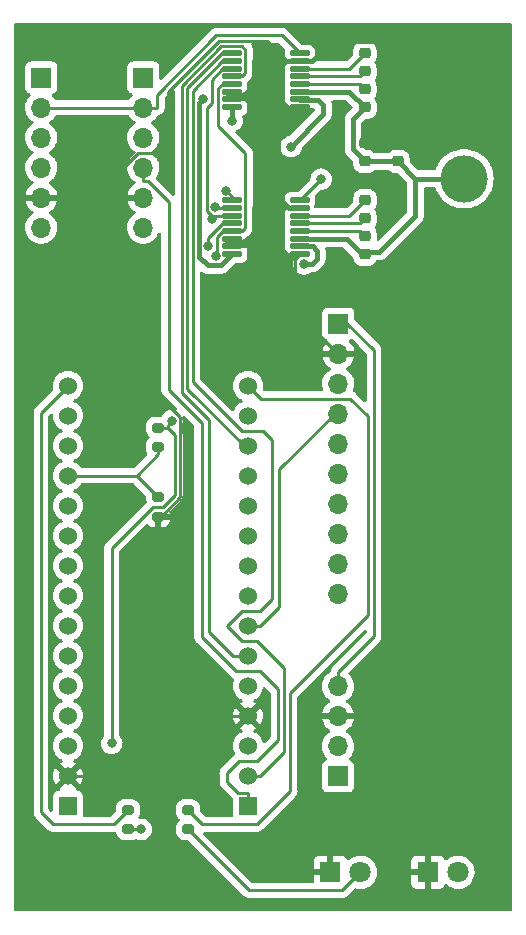
<source format=gbr>
%TF.GenerationSoftware,KiCad,Pcbnew,(6.0.7)*%
%TF.CreationDate,2023-08-30T15:26:21+09:00*%
%TF.ProjectId,graduate-project,67726164-7561-4746-952d-70726f6a6563,rev?*%
%TF.SameCoordinates,Original*%
%TF.FileFunction,Copper,L1,Top*%
%TF.FilePolarity,Positive*%
%FSLAX46Y46*%
G04 Gerber Fmt 4.6, Leading zero omitted, Abs format (unit mm)*
G04 Created by KiCad (PCBNEW (6.0.7)) date 2023-08-30 15:26:21*
%MOMM*%
%LPD*%
G01*
G04 APERTURE LIST*
G04 Aperture macros list*
%AMRoundRect*
0 Rectangle with rounded corners*
0 $1 Rounding radius*
0 $2 $3 $4 $5 $6 $7 $8 $9 X,Y pos of 4 corners*
0 Add a 4 corners polygon primitive as box body*
4,1,4,$2,$3,$4,$5,$6,$7,$8,$9,$2,$3,0*
0 Add four circle primitives for the rounded corners*
1,1,$1+$1,$2,$3*
1,1,$1+$1,$4,$5*
1,1,$1+$1,$6,$7*
1,1,$1+$1,$8,$9*
0 Add four rect primitives between the rounded corners*
20,1,$1+$1,$2,$3,$4,$5,0*
20,1,$1+$1,$4,$5,$6,$7,0*
20,1,$1+$1,$6,$7,$8,$9,0*
20,1,$1+$1,$8,$9,$2,$3,0*%
G04 Aperture macros list end*
%TA.AperFunction,SMDPad,CuDef*%
%ADD10RoundRect,0.020500X-0.764500X-0.184500X0.764500X-0.184500X0.764500X0.184500X-0.764500X0.184500X0*%
%TD*%
%TA.AperFunction,SMDPad,CuDef*%
%ADD11R,2.480000X3.400000*%
%TD*%
%TA.AperFunction,ComponentPad*%
%ADD12C,0.600000*%
%TD*%
%TA.AperFunction,ComponentPad*%
%ADD13R,1.700000X1.700000*%
%TD*%
%TA.AperFunction,ComponentPad*%
%ADD14O,1.700000X1.700000*%
%TD*%
%TA.AperFunction,ComponentPad*%
%ADD15R,1.800000X1.800000*%
%TD*%
%TA.AperFunction,ComponentPad*%
%ADD16C,1.800000*%
%TD*%
%TA.AperFunction,SMDPad,CuDef*%
%ADD17RoundRect,0.200000X0.275000X-0.200000X0.275000X0.200000X-0.275000X0.200000X-0.275000X-0.200000X0*%
%TD*%
%TA.AperFunction,SMDPad,CuDef*%
%ADD18RoundRect,0.225000X0.250000X-0.225000X0.250000X0.225000X-0.250000X0.225000X-0.250000X-0.225000X0*%
%TD*%
%TA.AperFunction,SMDPad,CuDef*%
%ADD19RoundRect,0.225000X-0.250000X0.225000X-0.250000X-0.225000X0.250000X-0.225000X0.250000X0.225000X0*%
%TD*%
%TA.AperFunction,ComponentPad*%
%ADD20R,1.530000X1.530000*%
%TD*%
%TA.AperFunction,ComponentPad*%
%ADD21C,1.530000*%
%TD*%
%TA.AperFunction,ComponentPad*%
%ADD22R,3.800000X3.800000*%
%TD*%
%TA.AperFunction,ComponentPad*%
%ADD23C,4.000000*%
%TD*%
%TA.AperFunction,ViaPad*%
%ADD24C,0.800000*%
%TD*%
%TA.AperFunction,Conductor*%
%ADD25C,0.250000*%
%TD*%
%TA.AperFunction,Conductor*%
%ADD26C,0.400000*%
%TD*%
G04 APERTURE END LIST*
D10*
%TO.P,U2,1,EN/IN1*%
%TO.N,M_IN3*%
X69774000Y-53605000D03*
%TO.P,U2,2,PH/IN2*%
%TO.N,M_IN4*%
X69774000Y-54255000D03*
%TO.P,U2,3,NSLEEP*%
%TO.N,M_OFF*%
X69774000Y-54905000D03*
%TO.P,U2,4,NFAULT*%
%TO.N,M_FAULT2*%
X69774000Y-55555000D03*
%TO.P,U2,5,VREF*%
%TO.N,3_3V*%
X69774000Y-56205000D03*
%TO.P,U2,6,IPROPI*%
%TO.N,BATT_GND*%
X69774000Y-56855000D03*
%TO.P,U2,7,IMODE*%
X69774000Y-57505000D03*
%TO.P,U2,8,OUT1*%
%TO.N,Net-(U2-Pad8)*%
X69774000Y-58155000D03*
%TO.P,U2,9,PGND*%
%TO.N,BATT_GND*%
X75514000Y-58155000D03*
%TO.P,U2,10,OUT2*%
%TO.N,Net-(U2-Pad10)*%
X75514000Y-57505000D03*
%TO.P,U2,11,VM*%
%TO.N,BATT_VIN*%
X75514000Y-56855000D03*
%TO.P,U2,12,VCP*%
%TO.N,Net-(C4-Pad1)*%
X75514000Y-56205000D03*
%TO.P,U2,13,CPH*%
%TO.N,Net-(C3-Pad1)*%
X75514000Y-55555000D03*
%TO.P,U2,14,CPL*%
%TO.N,Net-(C3-Pad2)*%
X75514000Y-54905000D03*
%TO.P,U2,15,GND*%
%TO.N,BATT_GND*%
X75514000Y-54255000D03*
%TO.P,U2,16,PMODE*%
%TO.N,ENC_VCC*%
X75514000Y-53605000D03*
D11*
%TO.P,U2,17*%
%TO.N,BATT_GND*%
X72644000Y-55880000D03*
%TD*%
D10*
%TO.P,U3,1,EN/IN1*%
%TO.N,M_IN1*%
X69774000Y-41159000D03*
%TO.P,U3,2,PH/IN2*%
%TO.N,M_IN2*%
X69774000Y-41809000D03*
%TO.P,U3,3,NSLEEP*%
%TO.N,M_OFF*%
X69774000Y-42459000D03*
%TO.P,U3,4,NFAULT*%
%TO.N,M_FAULT1*%
X69774000Y-43109000D03*
%TO.P,U3,5,VREF*%
%TO.N,3_3V*%
X69774000Y-43759000D03*
%TO.P,U3,6,IPROPI*%
%TO.N,BATT_GND*%
X69774000Y-44409000D03*
%TO.P,U3,7,IMODE*%
X69774000Y-45059000D03*
%TO.P,U3,8,OUT1*%
%TO.N,Net-(J5-Pad1)*%
X69774000Y-45709000D03*
%TO.P,U3,9,PGND*%
%TO.N,BATT_GND*%
X75514000Y-45709000D03*
%TO.P,U3,10,OUT2*%
%TO.N,Net-(J5-Pad6)*%
X75514000Y-45059000D03*
%TO.P,U3,11,VM*%
%TO.N,BATT_VIN*%
X75514000Y-44409000D03*
%TO.P,U3,12,VCP*%
%TO.N,Net-(C2-Pad1)*%
X75514000Y-43759000D03*
%TO.P,U3,13,CPH*%
%TO.N,Net-(C1-Pad1)*%
X75514000Y-43109000D03*
%TO.P,U3,14,CPL*%
%TO.N,Net-(C1-Pad2)*%
X75514000Y-42459000D03*
%TO.P,U3,15,GND*%
%TO.N,BATT_GND*%
X75514000Y-41809000D03*
%TO.P,U3,16,PMODE*%
%TO.N,ENC_VCC*%
X75514000Y-41159000D03*
D11*
%TO.P,U3,17*%
%TO.N,BATT_GND*%
X72644000Y-43434000D03*
%TD*%
D12*
%TO.P,,17,PPAD*%
%TO.N,BATT_GND*%
X72136000Y-55880000D03*
%TD*%
%TO.P,,17,PPAD*%
%TO.N,BATT_GND*%
X73152000Y-56896000D03*
%TD*%
%TO.P,,17,PPAD*%
%TO.N,BATT_GND*%
X72136000Y-44450000D03*
%TD*%
%TO.P,,17,PPAD*%
%TO.N,BATT_GND*%
X73152000Y-44450000D03*
%TD*%
%TO.P,,17,PPAD*%
%TO.N,BATT_GND*%
X72136000Y-43434000D03*
%TD*%
%TO.P,,17,PPAD*%
%TO.N,BATT_GND*%
X73152000Y-42418000D03*
%TD*%
%TO.P,,17,PPAD*%
%TO.N,BATT_GND*%
X72136000Y-54864000D03*
%TD*%
%TO.P,,17,PPAD*%
%TO.N,BATT_GND*%
X73152000Y-54864000D03*
%TD*%
%TO.P,,17,PPAD*%
%TO.N,BATT_GND*%
X73152000Y-43434000D03*
%TD*%
%TO.P,,17,PPAD*%
%TO.N,BATT_GND*%
X72136000Y-42418000D03*
%TD*%
%TO.P,,17,PPAD*%
%TO.N,BATT_GND*%
X73152000Y-55880000D03*
%TD*%
%TO.P,,17,PPAD*%
%TO.N,BATT_GND*%
X72136000Y-56896000D03*
%TD*%
D13*
%TO.P,J2,1,VCC*%
%TO.N,ENC_VCC*%
X78765000Y-64038000D03*
D14*
%TO.P,J2,2,GND*%
%TO.N,BATT_GND*%
X78765000Y-66578000D03*
%TO.P,J2,3,SCL*%
%TO.N,GY_SCL*%
X78765000Y-69118000D03*
%TO.P,J2,4,SDA*%
%TO.N,GY_SDA*%
X78765000Y-71658000D03*
%TO.P,J2,5,EDA*%
%TO.N,unconnected-(J2-Pad5)*%
X78765000Y-74198000D03*
%TO.P,J2,6,ECL*%
%TO.N,unconnected-(J2-Pad6)*%
X78765000Y-76738000D03*
%TO.P,J2,7,AD0*%
%TO.N,unconnected-(J2-Pad7)*%
X78765000Y-79278000D03*
%TO.P,J2,8,INT*%
%TO.N,GY_INT*%
X78765000Y-81818000D03*
%TO.P,J2,9,NCS*%
%TO.N,unconnected-(J2-Pad9)*%
X78765000Y-84358000D03*
%TO.P,J2,10,FSYNC*%
%TO.N,unconnected-(J2-Pad10)*%
X78765000Y-86898000D03*
%TD*%
D15*
%TO.P,D1,1,K*%
%TO.N,BATT_GND*%
X78100000Y-110490000D03*
D16*
%TO.P,D1,2,A*%
%TO.N,Net-(D1-Pad2)*%
X80640000Y-110490000D03*
%TD*%
D17*
%TO.P,R2,1*%
%TO.N,BATT_GND*%
X63500000Y-80390000D03*
%TO.P,R2,2*%
%TO.N,Net-(R1-Pad1)*%
X63500000Y-78740000D03*
%TD*%
D18*
%TO.P,C3,1*%
%TO.N,Net-(C3-Pad1)*%
X81026000Y-55131000D03*
%TO.P,C3,2*%
%TO.N,Net-(C3-Pad2)*%
X81026000Y-53581000D03*
%TD*%
D19*
%TO.P,C2,1*%
%TO.N,Net-(C2-Pad1)*%
X81026000Y-44183000D03*
%TO.P,C2,2*%
%TO.N,BATT_VIN*%
X81026000Y-45733000D03*
%TD*%
D17*
%TO.P,R1,1*%
%TO.N,Net-(R1-Pad1)*%
X63500000Y-74485000D03*
%TO.P,R1,2*%
%TO.N,BATT_VIN*%
X63500000Y-72835000D03*
%TD*%
D15*
%TO.P,D2,1,K*%
%TO.N,BATT_GND*%
X86355000Y-110490000D03*
D16*
%TO.P,D2,2,A*%
%TO.N,Net-(D2-Pad2)*%
X88895000Y-110490000D03*
%TD*%
D17*
%TO.P,R4,1*%
%TO.N,Net-(D1-Pad2)*%
X66040000Y-106870000D03*
%TO.P,R4,2*%
%TO.N,LED_ERR*%
X66040000Y-105220000D03*
%TD*%
%TO.P,R5,1*%
%TO.N,Net-(D2-Pad2)*%
X60960000Y-106870000D03*
%TO.P,R5,2*%
%TO.N,LED_RUN*%
X60960000Y-105220000D03*
%TD*%
D20*
%TO.P,U1,CN3_1,PA9*%
%TO.N,ENC_1B*%
X71120000Y-104861000D03*
D21*
%TO.P,U1,CN3_2,PA10*%
%TO.N,M_IN2*%
X71120000Y-102321000D03*
%TO.P,U1,CN3_3,NRST_CN3*%
%TO.N,unconnected-(U1-PadCN3_3)*%
X71120000Y-99781000D03*
%TO.P,U1,CN3_4,GND_CN3*%
%TO.N,BATT_GND*%
X71120000Y-97241000D03*
%TO.P,U1,CN3_5,PA12*%
%TO.N,unconnected-(U1-PadCN3_5)*%
X71120000Y-94701000D03*
%TO.P,U1,CN3_6,PB0*%
%TO.N,M_FAULT1*%
X71120000Y-92161000D03*
%TO.P,U1,CN3_7,PB7*%
%TO.N,GY_SDA*%
X71120000Y-89621000D03*
%TO.P,U1,CN3_8,PB6*%
%TO.N,GY_SCL*%
X71120000Y-87081000D03*
%TO.P,U1,CN3_9,PB1*%
%TO.N,GY_INT*%
X71120000Y-84541000D03*
%TO.P,U1,CN3_10,PC14*%
%TO.N,unconnected-(U1-PadCN3_10)*%
X71120000Y-82001000D03*
%TO.P,U1,CN3_11,PC15*%
%TO.N,unconnected-(U1-PadCN3_11)*%
X71120000Y-79461000D03*
%TO.P,U1,CN3_12,PA8*%
%TO.N,ENC_1A*%
X71120000Y-76921000D03*
%TO.P,U1,CN3_13,PA11*%
%TO.N,M_IN1*%
X71120000Y-74381000D03*
%TO.P,U1,CN3_14,PB5*%
%TO.N,unconnected-(U1-PadCN3_14)*%
X71120000Y-71841000D03*
%TO.P,U1,CN3_15,PB4*%
%TO.N,LED_ERR*%
X71120000Y-69301000D03*
D20*
%TO.P,U1,CN4_1,VIN*%
%TO.N,BATT_VIN*%
X55880000Y-104861000D03*
D21*
%TO.P,U1,CN4_2,GND_CN4*%
%TO.N,BATT_GND*%
X55880000Y-102321000D03*
%TO.P,U1,CN4_3,NRST_CN4*%
%TO.N,unconnected-(U1-PadCN4_3)*%
X55880000Y-99781000D03*
%TO.P,U1,CN4_4,+5V*%
%TO.N,ENC_VCC*%
X55880000Y-97241000D03*
%TO.P,U1,CN4_5,PA2*%
%TO.N,HM_RX*%
X55880000Y-94701000D03*
%TO.P,U1,CN4_6,PA7*%
%TO.N,M_OFF*%
X55880000Y-92161000D03*
%TO.P,U1,CN4_7,PA6*%
%TO.N,M_FAULT2*%
X55880000Y-89621000D03*
%TO.P,U1,CN4_8,PA5*%
%TO.N,M_IN4*%
X55880000Y-87081000D03*
%TO.P,U1,CN4_9,PA4*%
%TO.N,unconnected-(U1-PadCN4_9)*%
X55880000Y-84541000D03*
%TO.P,U1,CN4_10,PA3*%
%TO.N,HM_TX*%
X55880000Y-82001000D03*
%TO.P,U1,CN4_11,PA1*%
%TO.N,M_IN3*%
X55880000Y-79461000D03*
%TO.P,U1,CN4_12,PA0*%
%TO.N,Net-(R1-Pad1)*%
X55880000Y-76921000D03*
%TO.P,U1,CN4_13,AREF*%
%TO.N,unconnected-(U1-PadCN4_13)*%
X55880000Y-74381000D03*
%TO.P,U1,CN4_14,+3V3*%
%TO.N,3_3V*%
X55880000Y-71841000D03*
%TO.P,U1,CN4_15,PB3*%
%TO.N,LED_RUN*%
X55880000Y-69301000D03*
%TD*%
D19*
%TO.P,C5,1*%
%TO.N,BATT_GND*%
X83820000Y-48755000D03*
%TO.P,C5,2*%
%TO.N,BATT_VIN*%
X83820000Y-50305000D03*
%TD*%
D13*
%TO.P,J5,1,M+*%
%TO.N,Net-(J5-Pad1)*%
X53619000Y-43205000D03*
D14*
%TO.P,J5,2,ENC_VCC*%
%TO.N,ENC_VCC*%
X53619000Y-45745000D03*
%TO.P,J5,3,ENC_A*%
%TO.N,unconnected-(J5-Pad3)*%
X53619000Y-48285000D03*
%TO.P,J5,4,ENC_B*%
%TO.N,unconnected-(J5-Pad4)*%
X53619000Y-50825000D03*
%TO.P,J5,5,ENC_GND*%
%TO.N,BATT_GND*%
X53619000Y-53365000D03*
%TO.P,J5,6,M-*%
%TO.N,Net-(J5-Pad6)*%
X53619000Y-55905000D03*
%TD*%
D19*
%TO.P,C6,1*%
%TO.N,BATT_GND*%
X81026000Y-48755000D03*
%TO.P,C6,2*%
%TO.N,BATT_VIN*%
X81026000Y-50305000D03*
%TD*%
D13*
%TO.P,J3,1,RX*%
%TO.N,HM_RX*%
X78740000Y-102362000D03*
D14*
%TO.P,J3,2,TX*%
%TO.N,HM_TX*%
X78740000Y-99822000D03*
%TO.P,J3,3,GND*%
%TO.N,BATT_GND*%
X78740000Y-97282000D03*
%TO.P,J3,4,VCC*%
%TO.N,ENC_VCC*%
X78740000Y-94742000D03*
%TD*%
D22*
%TO.P,J1,1,Pin_1*%
%TO.N,BATT_GND*%
X89408000Y-46776000D03*
D23*
%TO.P,J1,2,Pin_2*%
%TO.N,BATT_VIN*%
X89408000Y-51776000D03*
%TD*%
D19*
%TO.P,C4,1*%
%TO.N,Net-(C4-Pad1)*%
X81026000Y-56629000D03*
%TO.P,C4,2*%
%TO.N,BATT_VIN*%
X81026000Y-58179000D03*
%TD*%
D18*
%TO.P,C1,1*%
%TO.N,Net-(C1-Pad1)*%
X81026000Y-42685000D03*
%TO.P,C1,2*%
%TO.N,Net-(C1-Pad2)*%
X81026000Y-41135000D03*
%TD*%
D14*
%TO.P,J4,6,M-*%
%TO.N,Net-(U2-Pad10)*%
X62255000Y-55905000D03*
%TO.P,J4,5,ENC_GND*%
%TO.N,BATT_GND*%
X62255000Y-53365000D03*
%TO.P,J4,4,ENC_B*%
%TO.N,ENC_1B*%
X62255000Y-50825000D03*
%TO.P,J4,3,ENC_A*%
%TO.N,ENC_1A*%
X62255000Y-48285000D03*
%TO.P,J4,2,ENC_VCC*%
%TO.N,ENC_VCC*%
X62255000Y-45745000D03*
D13*
%TO.P,J4,1,M+*%
%TO.N,Net-(U2-Pad8)*%
X62255000Y-43205000D03*
%TD*%
D24*
%TO.N,BATT_VIN*%
X59581300Y-99568000D03*
X64670800Y-72242100D03*
%TO.N,Net-(D2-Pad2)*%
X62077700Y-106870000D03*
%TO.N,ENC_VCC*%
X77310000Y-51809000D03*
%TO.N,Net-(J5-Pad1)*%
X69774000Y-46842500D03*
%TO.N,Net-(J5-Pad6)*%
X74762300Y-49045300D03*
%TO.N,M_OFF*%
X68050900Y-55191900D03*
%TO.N,M_IN4*%
X68361200Y-54170600D03*
%TO.N,M_IN3*%
X69293100Y-52794800D03*
%TO.N,Net-(U2-Pad8)*%
X67317100Y-45029200D03*
%TO.N,Net-(U2-Pad10)*%
X75851100Y-58990100D03*
%TO.N,M_FAULT2*%
X67770500Y-57496900D03*
%TO.N,3_3V*%
X68374900Y-58309600D03*
%TD*%
D25*
%TO.N,BATT_VIN*%
X63043300Y-79565000D02*
X59581300Y-83027000D01*
X63911800Y-79565000D02*
X63043300Y-79565000D01*
X59581300Y-83027000D02*
X59581300Y-99568000D01*
X64947700Y-73473800D02*
X64947700Y-78529100D01*
X64308900Y-72835000D02*
X64947700Y-73473800D01*
X64947700Y-78529100D02*
X63911800Y-79565000D01*
%TO.N,LED_ERR*%
X72207000Y-70388000D02*
X71120000Y-69301000D01*
X79786000Y-70388000D02*
X72207000Y-70388000D01*
X81280000Y-88743800D02*
X81280000Y-71882000D01*
X74676000Y-95347800D02*
X81280000Y-88743800D01*
X74676000Y-103632000D02*
X74676000Y-95347800D01*
X81280000Y-71882000D02*
X79786000Y-70388000D01*
X67246000Y-106426000D02*
X71882000Y-106426000D01*
X71882000Y-106426000D02*
X74676000Y-103632000D01*
X66040000Y-105220000D02*
X67246000Y-106426000D01*
%TO.N,M_IN2*%
X68933400Y-41809000D02*
X69774000Y-41809000D01*
X66432000Y-44310400D02*
X68933400Y-41809000D01*
X66432000Y-69001700D02*
X66432000Y-44310400D01*
X70582300Y-73152000D02*
X66432000Y-69001700D01*
X72390000Y-73152000D02*
X70582300Y-73152000D01*
X73152000Y-73914000D02*
X72390000Y-73152000D01*
X73152000Y-87376000D02*
X73152000Y-73914000D01*
X72136000Y-88392000D02*
X73152000Y-87376000D01*
X69342000Y-89662000D02*
X70612000Y-88392000D01*
X70612000Y-90932000D02*
X69342000Y-89662000D01*
X71882000Y-90932000D02*
X70612000Y-90932000D01*
X74168000Y-93218000D02*
X71882000Y-90932000D01*
X70612000Y-88392000D02*
X72136000Y-88392000D01*
X72177000Y-102321000D02*
X74168000Y-100330000D01*
X74168000Y-100330000D02*
X74168000Y-93218000D01*
X71120000Y-102321000D02*
X72177000Y-102321000D01*
%TO.N,M_FAULT1*%
X69809000Y-92161000D02*
X71120000Y-92161000D01*
X67818000Y-90170000D02*
X69809000Y-92161000D01*
X67818000Y-72163300D02*
X67818000Y-90170000D01*
X65532000Y-43897000D02*
X65532000Y-69877300D01*
X70894500Y-40833400D02*
X70633100Y-40572000D01*
X70633100Y-40572000D02*
X68857000Y-40572000D01*
X70894500Y-42804600D02*
X70894500Y-40833400D01*
X65532000Y-69877300D02*
X67818000Y-72163300D01*
X70590100Y-43109000D02*
X70894500Y-42804600D01*
X69774000Y-43109000D02*
X70590100Y-43109000D01*
X68857000Y-40572000D02*
X65532000Y-43897000D01*
%TO.N,ENC_1B*%
X62622800Y-52001900D02*
X62255000Y-52001900D01*
X64399000Y-69618000D02*
X64399000Y-53778100D01*
X67212100Y-72431100D02*
X64399000Y-69618000D01*
X70063000Y-93431000D02*
X67212100Y-90580100D01*
X72095000Y-93431000D02*
X70063000Y-93431000D01*
X73660000Y-94996000D02*
X72095000Y-93431000D01*
X73660000Y-99314000D02*
X73660000Y-94996000D01*
X71923000Y-101051000D02*
X73660000Y-99314000D01*
X69342000Y-102108000D02*
X70399000Y-101051000D01*
X67212100Y-90580100D02*
X67212100Y-72431100D01*
X69342000Y-102870000D02*
X69342000Y-102108000D01*
X70399000Y-101051000D02*
X71923000Y-101051000D01*
X71120000Y-103769000D02*
X70241000Y-103769000D01*
X62255000Y-52001900D02*
X62255000Y-50825000D01*
X71120000Y-104861000D02*
X71120000Y-103769000D01*
X70241000Y-103769000D02*
X69342000Y-102870000D01*
X64399000Y-53778100D02*
X62622800Y-52001900D01*
%TO.N,BATT_GND*%
X60681000Y-53365000D02*
X62255000Y-53365000D01*
X65397700Y-71941000D02*
X60198000Y-66741300D01*
X60198000Y-66741300D02*
X60198000Y-53848000D01*
X63729000Y-80390000D02*
X65397700Y-78721300D01*
X65397700Y-78721300D02*
X65397700Y-71941000D01*
X63500000Y-80390000D02*
X63729000Y-80390000D01*
X60198000Y-53848000D02*
X60681000Y-53365000D01*
X59867700Y-52501700D02*
X59867700Y-52154600D01*
X60731000Y-53365000D02*
X59867700Y-52501700D01*
X62255000Y-53365000D02*
X60731000Y-53365000D01*
%TO.N,LED_RUN*%
X54610000Y-106426000D02*
X59754000Y-106426000D01*
X53594000Y-105410000D02*
X54610000Y-106426000D01*
X53594000Y-71587000D02*
X53594000Y-105410000D01*
X59754000Y-106426000D02*
X60960000Y-105220000D01*
X55880000Y-69301000D02*
X53594000Y-71587000D01*
%TO.N,Net-(D1-Pad2)*%
X71184000Y-112014000D02*
X79116000Y-112014000D01*
X66040000Y-106870000D02*
X71184000Y-112014000D01*
X79116000Y-112014000D02*
X80640000Y-110490000D01*
%TO.N,BATT_GND*%
X77216000Y-97282000D02*
X78740000Y-97282000D01*
X76708000Y-97790000D02*
X77216000Y-97282000D01*
X76708000Y-107442000D02*
X76708000Y-97790000D01*
X78100000Y-108834000D02*
X76708000Y-107442000D01*
X78100000Y-110490000D02*
X78100000Y-108834000D01*
D26*
%TO.N,BATT_VIN*%
X89408000Y-51776000D02*
X85291000Y-51776000D01*
X80010000Y-46749000D02*
X81026000Y-45733000D01*
X80963800Y-57969100D02*
X82238900Y-57969100D01*
D25*
X81026000Y-58031300D02*
X80963800Y-57969100D01*
X81026000Y-58179000D02*
X81026000Y-58031300D01*
D26*
X79461000Y-56855000D02*
X75514000Y-56855000D01*
X85291000Y-51776000D02*
X83820000Y-50305000D01*
D25*
X64670800Y-72242100D02*
X64308900Y-72604000D01*
D26*
X80010000Y-49289000D02*
X80010000Y-46749000D01*
X79702000Y-44409000D02*
X75514000Y-44409000D01*
X80963800Y-57969100D02*
X80575100Y-57969100D01*
X85291000Y-54917000D02*
X85291000Y-51776000D01*
D25*
X64308900Y-72604000D02*
X64308900Y-72835000D01*
D26*
X83820000Y-50305000D02*
X81026000Y-50305000D01*
X82238900Y-57969100D02*
X85291000Y-54917000D01*
X81026000Y-50305000D02*
X80010000Y-49289000D01*
D25*
X63500000Y-72835000D02*
X64308900Y-72835000D01*
D26*
X80575100Y-57969100D02*
X79461000Y-56855000D01*
X81026000Y-45733000D02*
X79702000Y-44409000D01*
%TO.N,BATT_GND*%
X75514000Y-41809000D02*
X74370695Y-41809000D01*
D25*
X72738100Y-40110700D02*
X68671600Y-40110700D01*
D26*
X73660000Y-46454300D02*
X73660000Y-53294677D01*
X74370695Y-41809000D02*
X73710848Y-42468848D01*
X74405300Y-45709000D02*
X73992500Y-46121800D01*
D25*
X71910800Y-46121800D02*
X70848000Y-45059000D01*
D26*
X73710848Y-42468848D02*
X72745695Y-43434000D01*
X76324000Y-41809000D02*
X76555000Y-41809000D01*
X72922000Y-44172000D02*
X72644000Y-43894000D01*
D25*
X70848000Y-45059000D02*
X69774000Y-45059000D01*
X74269000Y-54255000D02*
X72644000Y-55880000D01*
X74459000Y-45709000D02*
X74405300Y-45709000D01*
X76324000Y-41809000D02*
X75514000Y-41809000D01*
X84108000Y-48467000D02*
X83820000Y-48755000D01*
D26*
X73660000Y-53294677D02*
X74620323Y-54255000D01*
D25*
X61838200Y-49555000D02*
X59867700Y-51525500D01*
D26*
X83058000Y-40132000D02*
X84108000Y-41182000D01*
D25*
X62967000Y-49555000D02*
X61838200Y-49555000D01*
X72644000Y-43894000D02*
X72644000Y-43434000D01*
D26*
X74620323Y-54255000D02*
X74708500Y-54255000D01*
X74459000Y-45709000D02*
X72922000Y-44172000D01*
D25*
X75514000Y-54255000D02*
X74269000Y-54255000D01*
X75514000Y-45709000D02*
X74459000Y-45709000D01*
X58420000Y-102321000D02*
X55880000Y-102321000D01*
X72745695Y-43434000D02*
X72644000Y-43434000D01*
X71019000Y-57505000D02*
X72644000Y-55880000D01*
X75514000Y-58155000D02*
X74459000Y-58155000D01*
X74459000Y-58155000D02*
X72644000Y-56340000D01*
X69774000Y-45059000D02*
X69774000Y-44409000D01*
D26*
X73992500Y-46121800D02*
X73660000Y-46454300D01*
D25*
X64313400Y-48208600D02*
X62967000Y-49555000D01*
X75514000Y-41809000D02*
X74436400Y-41809000D01*
X74708500Y-54255000D02*
X75514000Y-54255000D01*
X63500000Y-97241000D02*
X71120000Y-97241000D01*
X84108000Y-46776000D02*
X84108000Y-48467000D01*
X69774000Y-56855000D02*
X69774000Y-57505000D01*
X78765000Y-66578000D02*
X75124200Y-62937200D01*
X63500000Y-80390000D02*
X63500000Y-97241000D01*
X75124200Y-62937200D02*
X75124200Y-58544800D01*
X68671600Y-40110700D02*
X64313400Y-44468900D01*
X63500000Y-97241000D02*
X58420000Y-102321000D01*
D26*
X89408000Y-46776000D02*
X84108000Y-46776000D01*
X84108000Y-41182000D02*
X84108000Y-46776000D01*
D25*
X56006300Y-52154600D02*
X54795900Y-53365000D01*
X74436400Y-41809000D02*
X72738100Y-40110700D01*
X75124200Y-58544800D02*
X75514000Y-58155000D01*
D26*
X76555000Y-41809000D02*
X78232000Y-40132000D01*
D25*
X72644000Y-56340000D02*
X72644000Y-55880000D01*
X64313400Y-44468900D02*
X64313400Y-48208600D01*
X73992500Y-46121800D02*
X71910800Y-46121800D01*
X59867700Y-52154600D02*
X56006300Y-52154600D01*
X69774000Y-57505000D02*
X71019000Y-57505000D01*
X54795900Y-53365000D02*
X53619000Y-53365000D01*
X59867700Y-51525500D02*
X59867700Y-52154600D01*
X83820000Y-48755000D02*
X81026000Y-48755000D01*
D26*
X78232000Y-40132000D02*
X83058000Y-40132000D01*
D25*
%TO.N,Net-(D2-Pad2)*%
X60960000Y-106870000D02*
X62077700Y-106870000D01*
%TO.N,ENC_VCC*%
X78740000Y-93565100D02*
X81788000Y-90517100D01*
X63431900Y-45745000D02*
X62255000Y-45745000D01*
X81788000Y-90517100D02*
X81788000Y-66294000D01*
X68447600Y-39642400D02*
X63431900Y-44658100D01*
X79532000Y-64038000D02*
X78765000Y-64038000D01*
X62255000Y-45745000D02*
X53619000Y-45745000D01*
X78740000Y-94742000D02*
X78740000Y-93565100D01*
X77310000Y-51809000D02*
X75514000Y-53605000D01*
X81788000Y-66294000D02*
X79532000Y-64038000D01*
X73997400Y-39642400D02*
X68447600Y-39642400D01*
X63431900Y-44658100D02*
X63431900Y-45745000D01*
X75514000Y-41159000D02*
X73997400Y-39642400D01*
%TO.N,GY_SDA*%
X71120000Y-89621000D02*
X72177000Y-89621000D01*
X78456000Y-71658000D02*
X78765000Y-71658000D01*
X73777400Y-76336600D02*
X78456000Y-71658000D01*
X73777400Y-88020600D02*
X73777400Y-76336600D01*
X72177000Y-89621000D02*
X73777400Y-88020600D01*
%TO.N,Net-(C1-Pad1)*%
X81026000Y-42685000D02*
X80602000Y-43109000D01*
X80602000Y-43109000D02*
X75514000Y-43109000D01*
%TO.N,Net-(C1-Pad2)*%
X81026000Y-41135000D02*
X79702000Y-42459000D01*
X79702000Y-42459000D02*
X75514000Y-42459000D01*
D26*
%TO.N,Net-(J5-Pad1)*%
X69774000Y-46842500D02*
X69774000Y-45709000D01*
D25*
%TO.N,Net-(J5-Pad6)*%
X75535900Y-45080900D02*
X75514000Y-45059000D01*
D26*
X77491200Y-46316400D02*
X77491200Y-45487900D01*
X77491200Y-45487900D02*
X77084200Y-45080900D01*
X75535900Y-45080900D02*
X75535200Y-45080900D01*
X74762300Y-49045300D02*
X77491200Y-46316400D01*
X77084200Y-45080900D02*
X75535900Y-45080900D01*
D25*
%TO.N,Net-(R1-Pad1)*%
X61681000Y-76921000D02*
X63500000Y-78740000D01*
X63500000Y-75102000D02*
X61681000Y-76921000D01*
X63500000Y-74485000D02*
X63500000Y-75102000D01*
X55880000Y-76921000D02*
X61681000Y-76921000D01*
%TO.N,M_OFF*%
X67623200Y-45752700D02*
X68044000Y-45331900D01*
X68050900Y-54905000D02*
X68050900Y-55191900D01*
X68958900Y-42459000D02*
X69774000Y-42459000D01*
X69774000Y-54905000D02*
X68050900Y-54905000D01*
X68044000Y-43373900D02*
X68958900Y-42459000D01*
X68050900Y-54905000D02*
X67623200Y-54477300D01*
X67623200Y-54477300D02*
X67623200Y-45752700D01*
X68044000Y-45331900D02*
X68044000Y-43373900D01*
%TO.N,Net-(C2-Pad1)*%
X80602000Y-43759000D02*
X75514000Y-43759000D01*
X81026000Y-44183000D02*
X80602000Y-43759000D01*
%TO.N,M_IN1*%
X65982000Y-44121300D02*
X68944300Y-41159000D01*
X71120000Y-74381000D02*
X70825000Y-74381000D01*
X68944300Y-41159000D02*
X69774000Y-41159000D01*
X65982000Y-69538000D02*
X65982000Y-44121300D01*
X70825000Y-74381000D02*
X65982000Y-69538000D01*
%TO.N,Net-(C3-Pad1)*%
X80602000Y-55555000D02*
X75514000Y-55555000D01*
X81026000Y-55131000D02*
X80602000Y-55555000D01*
%TO.N,Net-(C3-Pad2)*%
X79702000Y-54905000D02*
X75514000Y-54905000D01*
X81026000Y-53581000D02*
X79702000Y-54905000D01*
%TO.N,M_IN4*%
X68445600Y-54255000D02*
X68361200Y-54170600D01*
X69774000Y-54255000D02*
X68445600Y-54255000D01*
%TO.N,M_IN3*%
X69774000Y-53605000D02*
X69774000Y-53275700D01*
X69774000Y-53275700D02*
X69293100Y-52794800D01*
%TO.N,Net-(C4-Pad1)*%
X80602000Y-56205000D02*
X75514000Y-56205000D01*
X81026000Y-56629000D02*
X80602000Y-56205000D01*
D26*
%TO.N,Net-(U2-Pad8)*%
X67691400Y-59109600D02*
X66970500Y-58388700D01*
X68819400Y-59109600D02*
X67691400Y-59109600D01*
X66970500Y-58388700D02*
X66970500Y-45375800D01*
X66970500Y-45375800D02*
X67317100Y-45029200D01*
X69774000Y-58155000D02*
X68819400Y-59109600D01*
%TO.N,Net-(U2-Pad10)*%
X76608300Y-57505000D02*
X76973700Y-57870400D01*
X76973700Y-57870400D02*
X76973700Y-58577600D01*
X76561200Y-58990100D02*
X75851100Y-58990100D01*
X75514000Y-57505000D02*
X76608300Y-57505000D01*
X76973700Y-58577600D02*
X76561200Y-58990100D01*
D25*
%TO.N,M_FAULT2*%
X68978600Y-55555000D02*
X67770500Y-56763100D01*
X69774000Y-55555000D02*
X68978600Y-55555000D01*
X67770500Y-56763100D02*
X67770500Y-57496900D01*
%TO.N,3_3V*%
X68978400Y-43759000D02*
X68615400Y-44122000D01*
X69774000Y-43759000D02*
X68978400Y-43759000D01*
X68497400Y-58187100D02*
X68497400Y-56691100D01*
X70887900Y-55924000D02*
X70606900Y-56205000D01*
X68374900Y-58309600D02*
X68497400Y-58187100D01*
X68983500Y-56205000D02*
X69774000Y-56205000D01*
X68615400Y-47299500D02*
X70887900Y-49572000D01*
X70887900Y-49572000D02*
X70887900Y-55924000D01*
X68497400Y-56691100D02*
X68983500Y-56205000D01*
X68615400Y-44122000D02*
X68615400Y-47299500D01*
X70606900Y-56205000D02*
X69774000Y-56205000D01*
%TD*%
%TA.AperFunction,Conductor*%
%TO.N,BATT_GND*%
G36*
X92964000Y-60706000D02*
G01*
X67065500Y-60706000D01*
X67065500Y-59778290D01*
X67085502Y-59710169D01*
X67139158Y-59663676D01*
X67209432Y-59653572D01*
X67263952Y-59675205D01*
X67265895Y-59676570D01*
X67266100Y-59676714D01*
X67271393Y-59680645D01*
X67321682Y-59720077D01*
X67328604Y-59723202D01*
X67330852Y-59724564D01*
X67345585Y-59732968D01*
X67347924Y-59734222D01*
X67354139Y-59738590D01*
X67361215Y-59741349D01*
X67361219Y-59741351D01*
X67413674Y-59761802D01*
X67419752Y-59764357D01*
X67477974Y-59790645D01*
X67485445Y-59792029D01*
X67487999Y-59792830D01*
X67504278Y-59797467D01*
X67506833Y-59798123D01*
X67513909Y-59800882D01*
X67534662Y-59803614D01*
X67577251Y-59809221D01*
X67583767Y-59810253D01*
X67637265Y-59820168D01*
X67646587Y-59821896D01*
X67654167Y-59821459D01*
X67654168Y-59821459D01*
X67708798Y-59818309D01*
X67716051Y-59818100D01*
X68790488Y-59818100D01*
X68799058Y-59818392D01*
X68849176Y-59821809D01*
X68849180Y-59821809D01*
X68856752Y-59822325D01*
X68864229Y-59821020D01*
X68864230Y-59821020D01*
X68890708Y-59816399D01*
X68919703Y-59811338D01*
X68926221Y-59810377D01*
X68989642Y-59802702D01*
X68996743Y-59800019D01*
X68999352Y-59799378D01*
X69015662Y-59794915D01*
X69018198Y-59794150D01*
X69025684Y-59792843D01*
X69084200Y-59767156D01*
X69090304Y-59764665D01*
X69091117Y-59764358D01*
X69150056Y-59742087D01*
X69156319Y-59737783D01*
X69158685Y-59736546D01*
X69173497Y-59728301D01*
X69175751Y-59726968D01*
X69182705Y-59723915D01*
X69233402Y-59685013D01*
X69238732Y-59681141D01*
X69285120Y-59649261D01*
X69285125Y-59649256D01*
X69291381Y-59644957D01*
X69332836Y-59598429D01*
X69337816Y-59593154D01*
X70025566Y-58905404D01*
X70087878Y-58871378D01*
X70114661Y-58868499D01*
X70579592Y-58868499D01*
X70583349Y-58868044D01*
X70583355Y-58868044D01*
X70657837Y-58859031D01*
X70665870Y-58858059D01*
X70673393Y-58855081D01*
X70673395Y-58855080D01*
X70723089Y-58835405D01*
X70800629Y-58804705D01*
X70916076Y-58717076D01*
X71003705Y-58601629D01*
X71057059Y-58466870D01*
X71067500Y-58380593D01*
X71067499Y-57929408D01*
X71063341Y-57895040D01*
X71058031Y-57851163D01*
X71057059Y-57843130D01*
X71053068Y-57833048D01*
X71025557Y-57763565D01*
X71003705Y-57708371D01*
X70916076Y-57592924D01*
X70800629Y-57505295D01*
X70665870Y-57451941D01*
X70579593Y-57441500D01*
X70537301Y-57441500D01*
X69256900Y-57441501D01*
X69188779Y-57421499D01*
X69142286Y-57367843D01*
X69130900Y-57315501D01*
X69130900Y-57044500D01*
X69150902Y-56976379D01*
X69204558Y-56929886D01*
X69256900Y-56918500D01*
X70523009Y-56918499D01*
X70579592Y-56918499D01*
X70583349Y-56918044D01*
X70583355Y-56918044D01*
X70657837Y-56909031D01*
X70665870Y-56908059D01*
X70673393Y-56905081D01*
X70673395Y-56905080D01*
X70723089Y-56885405D01*
X70800629Y-56854705D01*
X70916076Y-56767076D01*
X70919736Y-56762254D01*
X70931443Y-56752255D01*
X70950291Y-56738562D01*
X70960209Y-56732047D01*
X70991434Y-56713580D01*
X70998262Y-56709542D01*
X71012586Y-56695218D01*
X71027613Y-56682383D01*
X71044007Y-56670472D01*
X71072189Y-56636406D01*
X71080178Y-56627628D01*
X71280158Y-56427648D01*
X71288438Y-56420113D01*
X71294918Y-56416000D01*
X71341545Y-56366347D01*
X71344299Y-56363506D01*
X71364035Y-56343770D01*
X71366515Y-56340573D01*
X71374220Y-56331551D01*
X71399059Y-56305100D01*
X71404486Y-56299321D01*
X71408305Y-56292375D01*
X71408307Y-56292372D01*
X71414248Y-56281566D01*
X71425099Y-56265047D01*
X71432658Y-56255301D01*
X71437514Y-56249041D01*
X71440659Y-56241772D01*
X71440662Y-56241768D01*
X71455074Y-56208463D01*
X71460291Y-56197813D01*
X71481595Y-56159060D01*
X71486633Y-56139437D01*
X71493037Y-56120734D01*
X71497933Y-56109420D01*
X71497933Y-56109419D01*
X71501081Y-56102145D01*
X71502320Y-56094322D01*
X71502323Y-56094312D01*
X71507999Y-56058476D01*
X71510405Y-56046856D01*
X71519428Y-56011711D01*
X71519428Y-56011710D01*
X71521400Y-56004030D01*
X71521400Y-55983776D01*
X71522951Y-55964065D01*
X71524880Y-55951886D01*
X71526120Y-55944057D01*
X71521959Y-55900038D01*
X71521400Y-55888181D01*
X71521400Y-49650763D01*
X71521927Y-49639579D01*
X71523601Y-49632091D01*
X71521462Y-49564032D01*
X71521400Y-49560075D01*
X71521400Y-49532144D01*
X71520894Y-49528138D01*
X71519961Y-49516292D01*
X71519489Y-49501248D01*
X71518573Y-49472110D01*
X71512922Y-49452658D01*
X71508914Y-49433306D01*
X71507367Y-49421063D01*
X71506374Y-49413203D01*
X71496004Y-49387010D01*
X71490100Y-49372097D01*
X71486255Y-49360870D01*
X71482080Y-49346500D01*
X71473918Y-49318407D01*
X71469884Y-49311585D01*
X71469881Y-49311579D01*
X71463606Y-49300968D01*
X71454910Y-49283218D01*
X71450372Y-49271756D01*
X71450369Y-49271751D01*
X71447452Y-49264383D01*
X71421502Y-49228665D01*
X71421473Y-49228625D01*
X71414957Y-49218707D01*
X71396475Y-49187457D01*
X71392442Y-49180637D01*
X71378118Y-49166313D01*
X71365276Y-49151278D01*
X71353372Y-49134893D01*
X71319306Y-49106711D01*
X71310527Y-49098722D01*
X70093765Y-47881960D01*
X70059739Y-47819648D01*
X70064804Y-47748833D01*
X70107351Y-47691997D01*
X70131612Y-47677758D01*
X70224719Y-47636305D01*
X70224726Y-47636301D01*
X70230752Y-47633618D01*
X70385253Y-47521366D01*
X70513040Y-47379444D01*
X70608527Y-47214056D01*
X70667542Y-47032428D01*
X70670366Y-47005565D01*
X70686814Y-46849065D01*
X70687504Y-46842500D01*
X70671936Y-46694379D01*
X70668232Y-46659135D01*
X70668232Y-46659133D01*
X70667542Y-46652572D01*
X70646575Y-46588042D01*
X70634675Y-46551417D01*
X70632648Y-46480449D01*
X70669310Y-46419651D01*
X70708124Y-46395330D01*
X70800629Y-46358705D01*
X70916076Y-46271076D01*
X71003705Y-46155629D01*
X71057059Y-46020870D01*
X71067500Y-45934593D01*
X71067499Y-45483408D01*
X71057059Y-45397130D01*
X71052001Y-45384353D01*
X71034405Y-45339911D01*
X71003705Y-45262371D01*
X70916076Y-45146924D01*
X70800629Y-45059295D01*
X70665870Y-45005941D01*
X70579593Y-44995500D01*
X70540745Y-44995500D01*
X69374900Y-44995501D01*
X69306779Y-44975499D01*
X69260286Y-44921843D01*
X69248900Y-44869501D01*
X69248900Y-44598500D01*
X69268902Y-44530379D01*
X69322558Y-44483886D01*
X69374900Y-44472500D01*
X70540695Y-44472499D01*
X70579592Y-44472499D01*
X70583349Y-44472044D01*
X70583355Y-44472044D01*
X70657837Y-44463031D01*
X70665870Y-44462059D01*
X70673393Y-44459081D01*
X70673395Y-44459080D01*
X70723089Y-44439405D01*
X70800629Y-44408705D01*
X70916076Y-44321076D01*
X71003705Y-44205629D01*
X71057059Y-44070870D01*
X71067500Y-43984593D01*
X71067499Y-43579695D01*
X71087501Y-43511575D01*
X71104404Y-43490600D01*
X71286747Y-43308257D01*
X71295037Y-43300713D01*
X71301518Y-43296600D01*
X71348159Y-43246932D01*
X71350913Y-43244091D01*
X71370635Y-43224369D01*
X71373112Y-43221176D01*
X71380817Y-43212155D01*
X71405659Y-43185700D01*
X71411086Y-43179921D01*
X71414907Y-43172971D01*
X71420846Y-43162168D01*
X71431702Y-43145641D01*
X71439257Y-43135902D01*
X71439258Y-43135900D01*
X71444114Y-43129640D01*
X71461674Y-43089060D01*
X71466891Y-43078412D01*
X71484375Y-43046609D01*
X71484376Y-43046607D01*
X71488195Y-43039660D01*
X71493233Y-43020037D01*
X71499637Y-43001334D01*
X71504533Y-42990020D01*
X71504533Y-42990019D01*
X71507681Y-42982745D01*
X71508920Y-42974922D01*
X71508923Y-42974912D01*
X71514599Y-42939076D01*
X71517005Y-42927456D01*
X71526028Y-42892311D01*
X71526028Y-42892310D01*
X71528000Y-42884630D01*
X71528000Y-42864376D01*
X71529551Y-42844665D01*
X71531480Y-42832486D01*
X71532720Y-42824657D01*
X71528559Y-42780638D01*
X71528000Y-42768781D01*
X71528000Y-40912163D01*
X71528527Y-40900979D01*
X71530201Y-40893491D01*
X71528062Y-40825432D01*
X71528000Y-40821475D01*
X71528000Y-40793544D01*
X71527494Y-40789538D01*
X71526561Y-40777692D01*
X71525422Y-40741437D01*
X71525173Y-40733510D01*
X71519522Y-40714058D01*
X71515514Y-40694706D01*
X71513968Y-40682468D01*
X71513967Y-40682466D01*
X71512974Y-40674603D01*
X71496694Y-40633486D01*
X71492859Y-40622285D01*
X71480518Y-40579806D01*
X71476485Y-40572987D01*
X71476483Y-40572982D01*
X71470207Y-40562371D01*
X71461510Y-40544621D01*
X71454052Y-40525783D01*
X71428071Y-40490023D01*
X71421551Y-40480097D01*
X71413235Y-40466034D01*
X71395778Y-40397217D01*
X71418298Y-40329887D01*
X71473644Y-40285420D01*
X71521691Y-40275900D01*
X73682806Y-40275900D01*
X73750927Y-40295902D01*
X73771901Y-40312805D01*
X74196376Y-40737280D01*
X74230402Y-40799592D01*
X74229583Y-40846966D01*
X74230941Y-40847130D01*
X74220500Y-40933407D01*
X74220501Y-41384592D01*
X74220956Y-41388349D01*
X74220956Y-41388355D01*
X74223033Y-41405515D01*
X74230941Y-41470870D01*
X74284295Y-41605629D01*
X74371924Y-41721076D01*
X74373831Y-41722523D01*
X74406427Y-41782217D01*
X74401362Y-41853032D01*
X74374325Y-41895102D01*
X74371924Y-41896924D01*
X74284295Y-42012371D01*
X74230941Y-42147130D01*
X74220500Y-42233407D01*
X74220501Y-42684592D01*
X74220956Y-42688352D01*
X74220957Y-42688369D01*
X74230698Y-42768866D01*
X74230698Y-42799138D01*
X74220500Y-42883407D01*
X74220501Y-43334592D01*
X74220956Y-43338352D01*
X74220957Y-43338369D01*
X74230698Y-43418866D01*
X74230698Y-43449138D01*
X74220500Y-43533407D01*
X74220501Y-43984592D01*
X74220956Y-43988352D01*
X74220957Y-43988369D01*
X74230698Y-44068866D01*
X74230698Y-44099138D01*
X74220500Y-44183407D01*
X74220501Y-44634592D01*
X74220956Y-44638352D01*
X74220957Y-44638369D01*
X74230698Y-44718866D01*
X74230698Y-44749138D01*
X74220500Y-44833407D01*
X74220501Y-45284592D01*
X74230941Y-45370870D01*
X74233919Y-45378393D01*
X74233920Y-45378395D01*
X74241338Y-45397130D01*
X74284295Y-45505629D01*
X74371924Y-45621076D01*
X74487371Y-45708705D01*
X74622130Y-45762059D01*
X74708407Y-45772500D01*
X75351864Y-45772500D01*
X75368309Y-45773578D01*
X75488494Y-45789400D01*
X76656700Y-45789400D01*
X76724821Y-45809402D01*
X76771314Y-45863058D01*
X76782700Y-45915400D01*
X76782700Y-45970740D01*
X76762698Y-46038861D01*
X76745795Y-46059835D01*
X74695767Y-48109863D01*
X74632869Y-48144015D01*
X74480012Y-48176506D01*
X74473982Y-48179191D01*
X74473981Y-48179191D01*
X74311578Y-48251497D01*
X74311576Y-48251498D01*
X74305548Y-48254182D01*
X74151047Y-48366434D01*
X74023260Y-48508356D01*
X73927773Y-48673744D01*
X73868758Y-48855372D01*
X73848796Y-49045300D01*
X73849486Y-49051865D01*
X73867022Y-49218707D01*
X73868758Y-49235228D01*
X73927773Y-49416856D01*
X74023260Y-49582244D01*
X74027678Y-49587151D01*
X74027679Y-49587152D01*
X74089799Y-49656143D01*
X74151047Y-49724166D01*
X74305548Y-49836418D01*
X74311576Y-49839102D01*
X74311578Y-49839103D01*
X74473981Y-49911409D01*
X74480012Y-49914094D01*
X74573412Y-49933947D01*
X74660356Y-49952428D01*
X74660361Y-49952428D01*
X74666813Y-49953800D01*
X74857787Y-49953800D01*
X74864239Y-49952428D01*
X74864244Y-49952428D01*
X74951187Y-49933947D01*
X75044588Y-49914094D01*
X75050619Y-49911409D01*
X75213022Y-49839103D01*
X75213024Y-49839102D01*
X75219052Y-49836418D01*
X75373553Y-49724166D01*
X75434801Y-49656143D01*
X75496921Y-49587152D01*
X75496922Y-49587151D01*
X75501340Y-49582244D01*
X75596827Y-49416856D01*
X75631034Y-49311579D01*
X75653802Y-49241507D01*
X75653802Y-49241505D01*
X75655842Y-49235228D01*
X75660750Y-49188530D01*
X75687763Y-49122873D01*
X75696965Y-49112605D01*
X77971728Y-46837843D01*
X77977993Y-46831989D01*
X78015864Y-46798952D01*
X78015865Y-46798951D01*
X78021585Y-46793961D01*
X78058336Y-46741671D01*
X78062228Y-46736429D01*
X78101676Y-46686118D01*
X78104800Y-46679199D01*
X78106188Y-46676907D01*
X78114557Y-46662235D01*
X78115822Y-46659875D01*
X78120190Y-46653661D01*
X78123063Y-46646294D01*
X78143402Y-46594125D01*
X78145959Y-46588042D01*
X78153425Y-46571509D01*
X78172245Y-46529827D01*
X78173630Y-46522354D01*
X78174434Y-46519788D01*
X78179055Y-46503565D01*
X78179720Y-46500973D01*
X78182482Y-46493891D01*
X78184659Y-46477358D01*
X78190822Y-46430539D01*
X78191854Y-46424023D01*
X78202111Y-46368681D01*
X78203495Y-46361214D01*
X78199909Y-46299020D01*
X78199700Y-46291767D01*
X78199700Y-45516822D01*
X78199992Y-45508252D01*
X78203410Y-45458124D01*
X78203410Y-45458120D01*
X78203926Y-45450548D01*
X78192936Y-45387581D01*
X78191975Y-45381065D01*
X78189769Y-45362837D01*
X78184302Y-45317658D01*
X78181619Y-45310557D01*
X78180978Y-45307948D01*
X78176519Y-45291650D01*
X78175749Y-45289100D01*
X78174443Y-45281617D01*
X78172964Y-45278248D01*
X78172436Y-45208925D01*
X78210362Y-45148908D01*
X78274716Y-45118923D01*
X78293599Y-45117500D01*
X79356340Y-45117500D01*
X79424461Y-45137502D01*
X79445435Y-45154405D01*
X79934935Y-45643905D01*
X79968961Y-45706217D01*
X79963896Y-45777032D01*
X79934935Y-45822095D01*
X79529480Y-46227550D01*
X79523215Y-46233404D01*
X79479615Y-46271439D01*
X79460231Y-46299020D01*
X79442872Y-46323719D01*
X79438939Y-46329014D01*
X79399524Y-46379282D01*
X79396401Y-46386198D01*
X79395017Y-46388484D01*
X79386643Y-46403165D01*
X79385378Y-46405525D01*
X79381010Y-46411739D01*
X79378250Y-46418818D01*
X79378249Y-46418820D01*
X79357798Y-46471275D01*
X79355247Y-46477344D01*
X79328955Y-46535573D01*
X79327571Y-46543040D01*
X79326770Y-46545595D01*
X79322141Y-46561848D01*
X79321478Y-46564428D01*
X79318718Y-46571509D01*
X79317727Y-46579040D01*
X79317726Y-46579042D01*
X79310379Y-46634852D01*
X79309348Y-46641359D01*
X79297704Y-46704186D01*
X79298141Y-46711766D01*
X79298141Y-46711767D01*
X79301291Y-46766392D01*
X79301500Y-46773646D01*
X79301500Y-49260088D01*
X79301208Y-49268658D01*
X79297817Y-49318407D01*
X79297275Y-49326352D01*
X79298580Y-49333829D01*
X79298580Y-49333830D01*
X79302598Y-49356851D01*
X79307862Y-49387010D01*
X79308261Y-49389299D01*
X79309223Y-49395821D01*
X79316898Y-49459242D01*
X79319581Y-49466343D01*
X79320222Y-49468952D01*
X79324685Y-49485262D01*
X79325450Y-49487798D01*
X79326757Y-49495284D01*
X79329811Y-49502241D01*
X79352442Y-49553795D01*
X79354933Y-49559899D01*
X79377513Y-49619656D01*
X79381817Y-49625919D01*
X79383054Y-49628285D01*
X79391299Y-49643097D01*
X79392632Y-49645351D01*
X79395685Y-49652305D01*
X79400307Y-49658328D01*
X79434579Y-49702991D01*
X79438459Y-49708332D01*
X79470339Y-49754720D01*
X79470344Y-49754725D01*
X79474643Y-49760981D01*
X79480313Y-49766032D01*
X79480314Y-49766034D01*
X79521170Y-49802435D01*
X79526446Y-49807416D01*
X80005595Y-50286565D01*
X80039621Y-50348877D01*
X80042500Y-50375660D01*
X80042500Y-50578732D01*
X80053113Y-50681019D01*
X80107244Y-50843268D01*
X80111096Y-50849492D01*
X80111096Y-50849493D01*
X80192126Y-50980436D01*
X80197248Y-50988713D01*
X80318298Y-51109552D01*
X80324528Y-51113392D01*
X80324529Y-51113393D01*
X80391751Y-51154829D01*
X80463899Y-51199302D01*
X80626243Y-51253149D01*
X80633080Y-51253849D01*
X80633082Y-51253850D01*
X80674401Y-51258083D01*
X80727268Y-51263500D01*
X81324732Y-51263500D01*
X81327978Y-51263163D01*
X81327982Y-51263163D01*
X81362083Y-51259625D01*
X81427019Y-51252887D01*
X81580726Y-51201606D01*
X81582324Y-51201073D01*
X81582326Y-51201072D01*
X81589268Y-51198756D01*
X81734713Y-51108752D01*
X81739886Y-51103570D01*
X81739891Y-51103566D01*
X81792881Y-51050483D01*
X81855163Y-51016403D01*
X81882054Y-51013500D01*
X82963951Y-51013500D01*
X83032072Y-51033502D01*
X83052968Y-51050326D01*
X83069350Y-51066679D01*
X83112298Y-51109552D01*
X83118528Y-51113392D01*
X83118529Y-51113393D01*
X83185751Y-51154829D01*
X83257899Y-51199302D01*
X83420243Y-51253149D01*
X83427080Y-51253849D01*
X83427082Y-51253850D01*
X83468401Y-51258083D01*
X83521268Y-51263500D01*
X83724339Y-51263500D01*
X83792460Y-51283502D01*
X83813435Y-51300405D01*
X84545596Y-52032567D01*
X84579621Y-52094879D01*
X84582500Y-52121662D01*
X84582500Y-54571340D01*
X84562498Y-54639461D01*
X84545595Y-54660435D01*
X82224595Y-56981435D01*
X82162283Y-57015461D01*
X82091468Y-57010396D01*
X82034632Y-56967849D01*
X82009821Y-56901329D01*
X82009500Y-56892340D01*
X82009500Y-56355268D01*
X81998887Y-56252981D01*
X81987304Y-56218263D01*
X81947073Y-56097676D01*
X81947072Y-56097674D01*
X81944756Y-56090732D01*
X81940904Y-56084507D01*
X81855444Y-55946405D01*
X81836606Y-55877953D01*
X81856488Y-55814279D01*
X81855552Y-55813702D01*
X81941462Y-55674331D01*
X81941463Y-55674329D01*
X81945302Y-55668101D01*
X81999149Y-55505757D01*
X82009500Y-55404732D01*
X82009500Y-54857268D01*
X81998887Y-54754981D01*
X81987304Y-54720263D01*
X81947073Y-54599676D01*
X81947072Y-54599674D01*
X81944756Y-54592732D01*
X81854752Y-54447287D01*
X81849570Y-54442114D01*
X81845025Y-54436380D01*
X81846945Y-54434858D01*
X81818455Y-54382794D01*
X81823456Y-54311974D01*
X81846882Y-54275448D01*
X81845843Y-54274628D01*
X81850381Y-54268882D01*
X81855552Y-54263702D01*
X81915113Y-54167076D01*
X81941462Y-54124331D01*
X81941463Y-54124329D01*
X81945302Y-54118101D01*
X81999149Y-53955757D01*
X82002363Y-53924394D01*
X82009172Y-53857930D01*
X82009500Y-53854732D01*
X82009500Y-53307268D01*
X82007253Y-53285606D01*
X82005012Y-53264016D01*
X81998887Y-53204981D01*
X81956358Y-53077506D01*
X81947073Y-53049676D01*
X81947072Y-53049674D01*
X81944756Y-53042732D01*
X81854752Y-52897287D01*
X81733702Y-52776448D01*
X81588101Y-52686698D01*
X81425757Y-52632851D01*
X81418920Y-52632151D01*
X81418918Y-52632150D01*
X81377599Y-52627917D01*
X81324732Y-52622500D01*
X80727268Y-52622500D01*
X80724022Y-52622837D01*
X80724018Y-52622837D01*
X80689917Y-52626375D01*
X80624981Y-52633113D01*
X80618440Y-52635295D01*
X80618441Y-52635295D01*
X80469676Y-52684927D01*
X80469674Y-52684928D01*
X80462732Y-52687244D01*
X80456508Y-52691096D01*
X80456507Y-52691096D01*
X80434271Y-52704856D01*
X80317287Y-52777248D01*
X80196448Y-52898298D01*
X80192608Y-52904528D01*
X80192607Y-52904529D01*
X80111255Y-53036507D01*
X80106698Y-53043899D01*
X80052851Y-53206243D01*
X80042500Y-53307268D01*
X80042500Y-53616405D01*
X80022498Y-53684526D01*
X80005595Y-53705501D01*
X79476499Y-54234596D01*
X79414187Y-54268621D01*
X79387404Y-54271500D01*
X76830639Y-54271500D01*
X76762518Y-54251498D01*
X76716025Y-54197842D01*
X76705921Y-54127568D01*
X76730275Y-54069322D01*
X76743705Y-54051629D01*
X76797059Y-53916870D01*
X76807500Y-53830593D01*
X76807499Y-53379408D01*
X76807044Y-53375643D01*
X76797059Y-53293130D01*
X76798983Y-53292897D01*
X76801217Y-53232435D01*
X76831625Y-53183279D01*
X77260499Y-52754405D01*
X77322811Y-52720379D01*
X77349594Y-52717500D01*
X77405487Y-52717500D01*
X77411939Y-52716128D01*
X77411944Y-52716128D01*
X77529707Y-52691096D01*
X77592288Y-52677794D01*
X77687743Y-52635295D01*
X77760722Y-52602803D01*
X77760724Y-52602802D01*
X77766752Y-52600118D01*
X77921253Y-52487866D01*
X77925675Y-52482955D01*
X78044621Y-52350852D01*
X78044622Y-52350851D01*
X78049040Y-52345944D01*
X78144527Y-52180556D01*
X78203542Y-51998928D01*
X78209546Y-51941809D01*
X78222814Y-51815565D01*
X78223504Y-51809000D01*
X78203542Y-51619072D01*
X78144527Y-51437444D01*
X78049040Y-51272056D01*
X78032421Y-51253598D01*
X77925675Y-51135045D01*
X77925674Y-51135044D01*
X77921253Y-51130134D01*
X77766752Y-51017882D01*
X77760724Y-51015198D01*
X77760722Y-51015197D01*
X77598319Y-50942891D01*
X77598318Y-50942891D01*
X77592288Y-50940206D01*
X77498887Y-50920353D01*
X77411944Y-50901872D01*
X77411939Y-50901872D01*
X77405487Y-50900500D01*
X77214513Y-50900500D01*
X77208061Y-50901872D01*
X77208056Y-50901872D01*
X77121113Y-50920353D01*
X77027712Y-50940206D01*
X77021682Y-50942891D01*
X77021681Y-50942891D01*
X76859278Y-51015197D01*
X76859276Y-51015198D01*
X76853248Y-51017882D01*
X76698747Y-51130134D01*
X76694326Y-51135044D01*
X76694325Y-51135045D01*
X76587580Y-51253598D01*
X76570960Y-51272056D01*
X76475473Y-51437444D01*
X76416458Y-51619072D01*
X76399549Y-51779958D01*
X76399093Y-51784293D01*
X76372080Y-51849950D01*
X76362878Y-51860218D01*
X75368500Y-52854596D01*
X75306188Y-52888622D01*
X75279405Y-52891501D01*
X74708408Y-52891501D01*
X74704651Y-52891956D01*
X74704645Y-52891956D01*
X74652236Y-52898298D01*
X74622130Y-52901941D01*
X74614607Y-52904919D01*
X74614605Y-52904920D01*
X74564911Y-52924595D01*
X74487371Y-52955295D01*
X74371924Y-53042924D01*
X74284295Y-53158371D01*
X74230941Y-53293130D01*
X74220500Y-53379407D01*
X74220501Y-53830592D01*
X74220956Y-53834349D01*
X74220956Y-53834355D01*
X74223033Y-53851515D01*
X74230941Y-53916870D01*
X74284295Y-54051629D01*
X74371924Y-54167076D01*
X74373831Y-54168523D01*
X74406427Y-54228217D01*
X74401362Y-54299032D01*
X74374325Y-54341102D01*
X74371924Y-54342924D01*
X74284295Y-54458371D01*
X74230941Y-54593130D01*
X74220500Y-54679407D01*
X74220501Y-55130592D01*
X74220956Y-55134352D01*
X74220957Y-55134369D01*
X74230698Y-55214866D01*
X74230698Y-55245138D01*
X74220500Y-55329407D01*
X74220501Y-55780592D01*
X74220956Y-55784352D01*
X74220957Y-55784369D01*
X74230698Y-55864866D01*
X74230698Y-55895138D01*
X74220500Y-55979407D01*
X74220501Y-56430592D01*
X74220956Y-56434352D01*
X74220957Y-56434369D01*
X74230698Y-56514866D01*
X74230698Y-56545138D01*
X74220500Y-56629407D01*
X74220501Y-57080592D01*
X74220956Y-57084352D01*
X74220957Y-57084369D01*
X74230698Y-57164866D01*
X74230698Y-57195138D01*
X74220500Y-57279407D01*
X74220501Y-57730592D01*
X74230941Y-57816870D01*
X74233919Y-57824393D01*
X74233920Y-57824395D01*
X74240346Y-57840625D01*
X74284295Y-57951629D01*
X74371924Y-58067076D01*
X74487371Y-58154705D01*
X74622130Y-58208059D01*
X74708407Y-58218500D01*
X75040345Y-58218500D01*
X75108466Y-58238502D01*
X75154959Y-58292158D01*
X75165063Y-58362432D01*
X75133983Y-58428808D01*
X75112060Y-58453156D01*
X75061550Y-58540641D01*
X75034323Y-58587801D01*
X75016573Y-58618544D01*
X74957558Y-58800172D01*
X74956868Y-58806733D01*
X74956868Y-58806735D01*
X74941465Y-58953290D01*
X74937596Y-58990100D01*
X74938286Y-58996665D01*
X74945879Y-59068904D01*
X74957558Y-59180028D01*
X75016573Y-59361656D01*
X75112060Y-59527044D01*
X75116478Y-59531951D01*
X75116479Y-59531952D01*
X75225986Y-59653572D01*
X75239847Y-59668966D01*
X75394348Y-59781218D01*
X75400376Y-59783902D01*
X75400378Y-59783903D01*
X75486676Y-59822325D01*
X75568812Y-59858894D01*
X75662212Y-59878747D01*
X75749156Y-59897228D01*
X75749161Y-59897228D01*
X75755613Y-59898600D01*
X75946587Y-59898600D01*
X75953039Y-59897228D01*
X75953044Y-59897228D01*
X76039988Y-59878747D01*
X76133388Y-59858894D01*
X76215524Y-59822325D01*
X76301822Y-59783903D01*
X76301824Y-59783902D01*
X76307852Y-59781218D01*
X76388444Y-59722664D01*
X76455311Y-59698806D01*
X76462505Y-59698600D01*
X76532288Y-59698600D01*
X76540858Y-59698892D01*
X76590976Y-59702309D01*
X76590980Y-59702309D01*
X76598552Y-59702825D01*
X76606029Y-59701520D01*
X76606030Y-59701520D01*
X76632508Y-59696899D01*
X76661503Y-59691838D01*
X76668021Y-59690877D01*
X76731442Y-59683202D01*
X76738543Y-59680519D01*
X76741152Y-59679878D01*
X76757462Y-59675415D01*
X76759998Y-59674650D01*
X76767484Y-59673343D01*
X76826000Y-59647656D01*
X76832104Y-59645165D01*
X76832655Y-59644957D01*
X76891856Y-59622587D01*
X76898119Y-59618283D01*
X76900485Y-59617046D01*
X76915297Y-59608801D01*
X76917551Y-59607468D01*
X76924505Y-59604415D01*
X76975202Y-59565513D01*
X76980532Y-59561641D01*
X77026920Y-59529761D01*
X77026925Y-59529756D01*
X77033181Y-59525457D01*
X77074635Y-59478931D01*
X77079615Y-59473656D01*
X77454232Y-59099038D01*
X77460499Y-59093183D01*
X77498360Y-59060155D01*
X77504085Y-59055161D01*
X77540836Y-59002871D01*
X77544728Y-58997629D01*
X77584176Y-58947318D01*
X77587300Y-58940399D01*
X77588688Y-58938107D01*
X77597057Y-58923435D01*
X77598322Y-58921075D01*
X77602690Y-58914861D01*
X77625903Y-58855323D01*
X77628459Y-58849242D01*
X77651618Y-58797952D01*
X77654745Y-58791027D01*
X77656130Y-58783554D01*
X77656934Y-58780988D01*
X77661555Y-58764765D01*
X77662220Y-58762173D01*
X77664982Y-58755091D01*
X77669987Y-58717076D01*
X77673322Y-58691739D01*
X77674354Y-58685223D01*
X77684611Y-58629881D01*
X77685995Y-58622414D01*
X77682409Y-58560220D01*
X77682200Y-58552967D01*
X77682200Y-57899327D01*
X77682492Y-57890758D01*
X77685910Y-57840625D01*
X77685910Y-57840621D01*
X77686426Y-57833048D01*
X77675436Y-57770081D01*
X77674475Y-57763565D01*
X77667344Y-57704637D01*
X77679017Y-57634607D01*
X77726699Y-57582005D01*
X77792431Y-57563500D01*
X79115339Y-57563500D01*
X79183460Y-57583502D01*
X79204435Y-57600405D01*
X80009233Y-58405204D01*
X80043258Y-58467516D01*
X80045464Y-58481296D01*
X80052401Y-58548162D01*
X80052402Y-58548167D01*
X80053113Y-58555019D01*
X80055295Y-58561559D01*
X80098144Y-58689991D01*
X80107244Y-58717268D01*
X80111096Y-58723492D01*
X80111096Y-58723493D01*
X80157173Y-58797952D01*
X80197248Y-58862713D01*
X80318298Y-58983552D01*
X80324528Y-58987392D01*
X80324529Y-58987393D01*
X80442571Y-59060155D01*
X80463899Y-59073302D01*
X80626243Y-59127149D01*
X80633080Y-59127849D01*
X80633082Y-59127850D01*
X80674401Y-59132083D01*
X80727268Y-59137500D01*
X81324732Y-59137500D01*
X81327978Y-59137163D01*
X81327982Y-59137163D01*
X81362083Y-59133625D01*
X81427019Y-59126887D01*
X81519604Y-59095998D01*
X81582324Y-59075073D01*
X81582326Y-59075072D01*
X81589268Y-59072756D01*
X81734713Y-58982752D01*
X81855552Y-58861702D01*
X81863233Y-58849242D01*
X81894848Y-58797952D01*
X81932122Y-58737483D01*
X81984893Y-58689991D01*
X82039381Y-58677600D01*
X82209988Y-58677600D01*
X82218558Y-58677892D01*
X82268676Y-58681309D01*
X82268680Y-58681309D01*
X82276252Y-58681825D01*
X82283729Y-58680520D01*
X82283730Y-58680520D01*
X82310208Y-58675899D01*
X82339203Y-58670838D01*
X82345721Y-58669877D01*
X82409142Y-58662202D01*
X82416243Y-58659519D01*
X82418852Y-58658878D01*
X82435162Y-58654415D01*
X82437698Y-58653650D01*
X82445184Y-58652343D01*
X82503700Y-58626656D01*
X82509804Y-58624165D01*
X82562448Y-58604273D01*
X82562449Y-58604272D01*
X82569556Y-58601587D01*
X82575819Y-58597283D01*
X82578185Y-58596046D01*
X82592997Y-58587801D01*
X82595251Y-58586468D01*
X82602205Y-58583415D01*
X82652902Y-58544513D01*
X82658232Y-58540641D01*
X82704620Y-58508761D01*
X82704625Y-58508756D01*
X82710881Y-58504457D01*
X82752336Y-58457929D01*
X82757316Y-58452654D01*
X85771528Y-55438443D01*
X85777793Y-55432589D01*
X85815664Y-55399552D01*
X85815665Y-55399551D01*
X85821385Y-55394561D01*
X85858136Y-55342271D01*
X85862028Y-55337029D01*
X85901476Y-55286718D01*
X85904600Y-55279799D01*
X85905988Y-55277507D01*
X85914357Y-55262835D01*
X85915622Y-55260475D01*
X85919990Y-55254261D01*
X85943203Y-55194723D01*
X85945759Y-55188642D01*
X85968918Y-55137352D01*
X85972045Y-55130427D01*
X85973430Y-55122954D01*
X85974234Y-55120388D01*
X85978855Y-55104165D01*
X85979520Y-55101573D01*
X85982282Y-55094491D01*
X85990622Y-55031139D01*
X85991654Y-55024623D01*
X86001911Y-54969281D01*
X86003295Y-54961814D01*
X85999709Y-54899620D01*
X85999500Y-54892367D01*
X85999500Y-52610500D01*
X86019502Y-52542379D01*
X86073158Y-52495886D01*
X86125500Y-52484500D01*
X86909068Y-52484500D01*
X86977189Y-52504502D01*
X87023682Y-52558158D01*
X87028901Y-52571564D01*
X87067740Y-52691096D01*
X87071044Y-52701266D01*
X87072731Y-52704852D01*
X87072733Y-52704856D01*
X87203750Y-52983283D01*
X87203754Y-52983290D01*
X87205438Y-52986869D01*
X87374568Y-53253375D01*
X87575767Y-53496582D01*
X87805860Y-53712654D01*
X88061221Y-53898184D01*
X88064690Y-53900091D01*
X88064693Y-53900093D01*
X88320100Y-54040505D01*
X88337821Y-54050247D01*
X88341490Y-54051700D01*
X88341495Y-54051702D01*
X88509200Y-54118101D01*
X88631298Y-54166443D01*
X88937025Y-54244940D01*
X89250179Y-54284500D01*
X89565821Y-54284500D01*
X89878975Y-54244940D01*
X90184702Y-54166443D01*
X90306800Y-54118101D01*
X90474505Y-54051702D01*
X90474510Y-54051700D01*
X90478179Y-54050247D01*
X90495900Y-54040505D01*
X90751307Y-53900093D01*
X90751310Y-53900091D01*
X90754779Y-53898184D01*
X91010140Y-53712654D01*
X91240233Y-53496582D01*
X91441432Y-53253375D01*
X91610562Y-52986869D01*
X91612246Y-52983290D01*
X91612250Y-52983283D01*
X91743267Y-52704856D01*
X91743269Y-52704852D01*
X91744956Y-52701266D01*
X91748261Y-52691096D01*
X91796582Y-52542379D01*
X91842495Y-52401072D01*
X91901641Y-52091020D01*
X91921460Y-51776000D01*
X91901641Y-51460980D01*
X91842495Y-51150928D01*
X91744956Y-50850734D01*
X91741443Y-50843268D01*
X91612250Y-50568717D01*
X91612246Y-50568710D01*
X91610562Y-50565131D01*
X91441432Y-50298625D01*
X91240233Y-50055418D01*
X91010140Y-49839346D01*
X90754779Y-49653816D01*
X90735282Y-49643097D01*
X90481648Y-49503660D01*
X90481647Y-49503659D01*
X90478179Y-49501753D01*
X90474510Y-49500300D01*
X90474505Y-49500298D01*
X90188372Y-49387010D01*
X90188371Y-49387010D01*
X90184702Y-49385557D01*
X89878975Y-49307060D01*
X89565821Y-49267500D01*
X89250179Y-49267500D01*
X88937025Y-49307060D01*
X88631298Y-49385557D01*
X88627629Y-49387010D01*
X88627628Y-49387010D01*
X88341495Y-49500298D01*
X88341490Y-49500300D01*
X88337821Y-49501753D01*
X88334353Y-49503659D01*
X88334352Y-49503660D01*
X88080719Y-49643097D01*
X88061221Y-49653816D01*
X87805860Y-49839346D01*
X87575767Y-50055418D01*
X87374568Y-50298625D01*
X87205438Y-50565131D01*
X87203754Y-50568710D01*
X87203750Y-50568717D01*
X87074557Y-50843268D01*
X87071044Y-50850734D01*
X87069818Y-50854506D01*
X87069818Y-50854507D01*
X87028901Y-50980436D01*
X86988827Y-51039042D01*
X86923431Y-51066679D01*
X86909068Y-51067500D01*
X85636660Y-51067500D01*
X85568539Y-51047498D01*
X85547565Y-51030595D01*
X84840405Y-50323435D01*
X84806379Y-50261123D01*
X84803500Y-50234340D01*
X84803500Y-50031268D01*
X84792887Y-49928981D01*
X84762901Y-49839103D01*
X84741073Y-49773676D01*
X84741072Y-49773674D01*
X84738756Y-49766732D01*
X84648752Y-49621287D01*
X84527702Y-49500448D01*
X84521471Y-49496607D01*
X84388331Y-49414538D01*
X84388329Y-49414537D01*
X84382101Y-49410698D01*
X84219757Y-49356851D01*
X84212920Y-49356151D01*
X84212918Y-49356150D01*
X84171599Y-49351917D01*
X84118732Y-49346500D01*
X83521268Y-49346500D01*
X83518022Y-49346837D01*
X83518018Y-49346837D01*
X83483917Y-49350375D01*
X83418981Y-49357113D01*
X83412440Y-49359295D01*
X83412441Y-49359295D01*
X83263676Y-49408927D01*
X83263674Y-49408928D01*
X83256732Y-49411244D01*
X83250508Y-49415096D01*
X83250507Y-49415096D01*
X83150806Y-49476793D01*
X83111287Y-49501248D01*
X83106114Y-49506430D01*
X83106109Y-49506434D01*
X83053119Y-49559517D01*
X82990837Y-49593597D01*
X82963946Y-49596500D01*
X81882049Y-49596500D01*
X81813928Y-49576498D01*
X81793032Y-49559674D01*
X81738883Y-49505620D01*
X81738882Y-49505619D01*
X81733702Y-49500448D01*
X81727471Y-49496607D01*
X81594331Y-49414538D01*
X81594329Y-49414537D01*
X81588101Y-49410698D01*
X81425757Y-49356851D01*
X81418920Y-49356151D01*
X81418918Y-49356150D01*
X81377599Y-49351917D01*
X81324732Y-49346500D01*
X81121660Y-49346500D01*
X81053539Y-49326498D01*
X81032565Y-49309595D01*
X80755405Y-49032435D01*
X80721379Y-48970123D01*
X80718500Y-48943340D01*
X80718500Y-47094660D01*
X80738502Y-47026539D01*
X80755405Y-47005565D01*
X81032565Y-46728405D01*
X81094877Y-46694379D01*
X81121660Y-46691500D01*
X81324732Y-46691500D01*
X81327978Y-46691163D01*
X81327982Y-46691163D01*
X81362083Y-46687625D01*
X81427019Y-46680887D01*
X81462597Y-46669017D01*
X81582324Y-46629073D01*
X81582326Y-46629072D01*
X81589268Y-46626756D01*
X81734713Y-46536752D01*
X81855552Y-46415702D01*
X81863280Y-46403165D01*
X81941462Y-46276331D01*
X81941463Y-46276329D01*
X81945302Y-46270101D01*
X81999149Y-46107757D01*
X82009500Y-46006732D01*
X82009500Y-45459268D01*
X82007820Y-45443071D01*
X81999598Y-45363837D01*
X81998887Y-45356981D01*
X81944756Y-45194732D01*
X81897844Y-45118923D01*
X81858605Y-45055513D01*
X81858604Y-45055512D01*
X81854752Y-45049287D01*
X81849570Y-45044114D01*
X81845025Y-45038380D01*
X81846945Y-45036858D01*
X81818455Y-44984794D01*
X81823456Y-44913974D01*
X81846882Y-44877448D01*
X81845843Y-44876628D01*
X81850381Y-44870882D01*
X81855552Y-44865702D01*
X81859393Y-44859471D01*
X81941462Y-44726331D01*
X81941463Y-44726329D01*
X81945302Y-44720101D01*
X81999149Y-44557757D01*
X82009500Y-44456732D01*
X82009500Y-43909268D01*
X81998887Y-43806981D01*
X81944756Y-43644732D01*
X81855444Y-43500405D01*
X81836606Y-43431953D01*
X81856488Y-43368279D01*
X81855552Y-43367702D01*
X81941462Y-43228331D01*
X81941463Y-43228329D01*
X81945302Y-43222101D01*
X81999149Y-43059757D01*
X82009500Y-42958732D01*
X82009500Y-42411268D01*
X81998887Y-42308981D01*
X81987304Y-42274263D01*
X81947073Y-42153676D01*
X81947072Y-42153674D01*
X81944756Y-42146732D01*
X81854752Y-42001287D01*
X81849570Y-41996114D01*
X81845025Y-41990380D01*
X81846945Y-41988858D01*
X81818455Y-41936794D01*
X81823456Y-41865974D01*
X81846882Y-41829448D01*
X81845843Y-41828628D01*
X81850381Y-41822882D01*
X81855552Y-41817702D01*
X81919329Y-41714237D01*
X81941462Y-41678331D01*
X81941463Y-41678329D01*
X81945302Y-41672101D01*
X81999149Y-41509757D01*
X82002363Y-41478394D01*
X82009172Y-41411930D01*
X82009500Y-41408732D01*
X82009500Y-40861268D01*
X81998887Y-40758981D01*
X81953275Y-40622265D01*
X81947073Y-40603676D01*
X81947072Y-40603674D01*
X81944756Y-40596732D01*
X81900852Y-40525783D01*
X81858606Y-40457515D01*
X81854752Y-40451287D01*
X81733702Y-40330448D01*
X81677658Y-40295902D01*
X81594331Y-40244538D01*
X81594329Y-40244537D01*
X81588101Y-40240698D01*
X81425757Y-40186851D01*
X81418920Y-40186151D01*
X81418918Y-40186150D01*
X81377599Y-40181917D01*
X81324732Y-40176500D01*
X80727268Y-40176500D01*
X80724022Y-40176837D01*
X80724018Y-40176837D01*
X80689917Y-40180375D01*
X80624981Y-40187113D01*
X80618440Y-40189295D01*
X80618441Y-40189295D01*
X80469676Y-40238927D01*
X80469674Y-40238928D01*
X80462732Y-40241244D01*
X80456508Y-40245096D01*
X80456507Y-40245096D01*
X80347091Y-40312805D01*
X80317287Y-40331248D01*
X80196448Y-40452298D01*
X80192608Y-40458528D01*
X80192607Y-40458529D01*
X80111255Y-40590507D01*
X80106698Y-40597899D01*
X80052851Y-40760243D01*
X80052151Y-40767080D01*
X80052150Y-40767082D01*
X80049474Y-40793198D01*
X80042500Y-40861268D01*
X80042500Y-41170405D01*
X80022498Y-41238526D01*
X80005595Y-41259501D01*
X79476499Y-41788596D01*
X79414187Y-41822621D01*
X79387404Y-41825500D01*
X76830639Y-41825500D01*
X76762518Y-41805498D01*
X76716025Y-41751842D01*
X76705921Y-41681568D01*
X76730275Y-41623322D01*
X76743705Y-41605629D01*
X76797059Y-41470870D01*
X76807500Y-41384593D01*
X76807499Y-40933408D01*
X76807044Y-40929643D01*
X76798031Y-40855163D01*
X76797059Y-40847130D01*
X76743705Y-40712371D01*
X76656076Y-40596924D01*
X76540629Y-40509295D01*
X76405870Y-40455941D01*
X76319593Y-40445500D01*
X75748595Y-40445500D01*
X75680474Y-40425498D01*
X75659500Y-40408595D01*
X74874905Y-39624000D01*
X92964000Y-39624000D01*
X92964000Y-60706000D01*
G37*
%TD.AperFunction*%
%TA.AperFunction,Conductor*%
G36*
X64816532Y-44273538D02*
G01*
X64873368Y-44316085D01*
X64898179Y-44382605D01*
X64898500Y-44391594D01*
X64898500Y-53077506D01*
X64878498Y-53145627D01*
X64824842Y-53192120D01*
X64770000Y-53200005D01*
X64770000Y-44270210D01*
X64816532Y-44273538D01*
G37*
%TD.AperFunction*%
%TA.AperFunction,Conductor*%
G36*
X65473020Y-41721076D02*
G01*
X64770000Y-42424095D01*
X64770000Y-39624000D01*
X67570096Y-39624000D01*
X65473020Y-41721076D01*
G37*
%TD.AperFunction*%
%TD*%
%TA.AperFunction,Conductor*%
%TO.N,BATT_GND*%
G36*
X93413621Y-38628502D02*
G01*
X93460114Y-38682158D01*
X93471500Y-38734500D01*
X93471500Y-113665500D01*
X93451498Y-113733621D01*
X93397842Y-113780114D01*
X93345500Y-113791500D01*
X51434500Y-113791500D01*
X51366379Y-113771498D01*
X51319886Y-113717842D01*
X51308500Y-113665500D01*
X51308500Y-55871695D01*
X52256251Y-55871695D01*
X52256548Y-55876848D01*
X52256548Y-55876851D01*
X52263881Y-56004030D01*
X52269110Y-56094715D01*
X52270247Y-56099761D01*
X52270248Y-56099767D01*
X52290119Y-56187939D01*
X52318222Y-56312639D01*
X52402266Y-56519616D01*
X52417120Y-56543856D01*
X52505578Y-56688206D01*
X52518987Y-56710088D01*
X52665250Y-56878938D01*
X52837126Y-57021632D01*
X53030000Y-57134338D01*
X53238692Y-57214030D01*
X53243760Y-57215061D01*
X53243763Y-57215062D01*
X53351017Y-57236883D01*
X53457597Y-57258567D01*
X53462772Y-57258757D01*
X53462774Y-57258757D01*
X53675673Y-57266564D01*
X53675677Y-57266564D01*
X53680837Y-57266753D01*
X53685957Y-57266097D01*
X53685959Y-57266097D01*
X53897288Y-57239025D01*
X53897289Y-57239025D01*
X53902416Y-57238368D01*
X53907366Y-57236883D01*
X54111429Y-57175661D01*
X54111434Y-57175659D01*
X54116384Y-57174174D01*
X54316994Y-57075896D01*
X54498860Y-56946173D01*
X54537108Y-56908059D01*
X54653435Y-56792137D01*
X54657096Y-56788489D01*
X54716594Y-56705689D01*
X54784435Y-56611277D01*
X54787453Y-56607077D01*
X54819058Y-56543130D01*
X54884136Y-56411453D01*
X54884139Y-56411446D01*
X54886430Y-56406811D01*
X54945845Y-56211253D01*
X54949865Y-56198023D01*
X54949865Y-56198021D01*
X54951370Y-56193069D01*
X54980529Y-55971590D01*
X54980611Y-55968240D01*
X54982074Y-55908365D01*
X54982074Y-55908361D01*
X54982156Y-55905000D01*
X54963852Y-55682361D01*
X54909431Y-55465702D01*
X54820354Y-55260840D01*
X54780906Y-55199862D01*
X54701822Y-55077617D01*
X54701820Y-55077614D01*
X54699014Y-55073277D01*
X54548670Y-54908051D01*
X54544619Y-54904852D01*
X54544615Y-54904848D01*
X54377414Y-54772800D01*
X54377410Y-54772798D01*
X54373359Y-54769598D01*
X54331569Y-54746529D01*
X54281598Y-54696097D01*
X54266826Y-54626654D01*
X54291942Y-54560248D01*
X54319294Y-54533641D01*
X54494328Y-54408792D01*
X54502200Y-54402139D01*
X54653052Y-54251812D01*
X54659730Y-54243965D01*
X54784003Y-54071020D01*
X54789313Y-54062183D01*
X54883670Y-53871267D01*
X54887469Y-53861672D01*
X54949377Y-53657910D01*
X54951555Y-53647837D01*
X54952986Y-53636962D01*
X54950775Y-53622778D01*
X54937617Y-53619000D01*
X52302225Y-53619000D01*
X52288694Y-53622973D01*
X52287257Y-53632966D01*
X52317565Y-53767446D01*
X52320645Y-53777275D01*
X52400770Y-53974603D01*
X52405413Y-53983794D01*
X52516694Y-54165388D01*
X52522777Y-54173699D01*
X52662213Y-54334667D01*
X52669580Y-54341883D01*
X52833434Y-54477916D01*
X52841881Y-54483831D01*
X52910969Y-54524203D01*
X52959693Y-54575842D01*
X52972764Y-54645625D01*
X52946033Y-54711396D01*
X52905584Y-54744752D01*
X52892607Y-54751507D01*
X52888474Y-54754610D01*
X52888471Y-54754612D01*
X52751746Y-54857268D01*
X52713965Y-54885635D01*
X52559629Y-55047138D01*
X52556715Y-55051410D01*
X52556714Y-55051411D01*
X52498089Y-55137352D01*
X52433743Y-55231680D01*
X52412471Y-55277507D01*
X52348045Y-55416302D01*
X52339688Y-55434305D01*
X52279989Y-55649570D01*
X52256251Y-55871695D01*
X51308500Y-55871695D01*
X51308500Y-50791695D01*
X52256251Y-50791695D01*
X52256548Y-50796848D01*
X52256548Y-50796851D01*
X52267252Y-50982485D01*
X52269110Y-51014715D01*
X52270247Y-51019761D01*
X52270248Y-51019767D01*
X52289134Y-51103566D01*
X52318222Y-51232639D01*
X52402266Y-51439616D01*
X52518987Y-51630088D01*
X52665250Y-51798938D01*
X52837126Y-51941632D01*
X52910953Y-51984773D01*
X52910955Y-51984774D01*
X52959679Y-52036412D01*
X52972750Y-52106195D01*
X52946019Y-52171967D01*
X52905562Y-52205327D01*
X52897457Y-52209546D01*
X52888738Y-52215036D01*
X52718433Y-52342905D01*
X52710726Y-52349748D01*
X52563590Y-52503717D01*
X52557104Y-52511727D01*
X52437098Y-52687649D01*
X52432000Y-52696623D01*
X52342338Y-52889783D01*
X52338775Y-52899470D01*
X52283389Y-53099183D01*
X52284912Y-53107607D01*
X52297292Y-53111000D01*
X54937344Y-53111000D01*
X54950875Y-53107027D01*
X54952180Y-53097947D01*
X54910214Y-52930875D01*
X54906894Y-52921124D01*
X54821972Y-52725814D01*
X54817105Y-52716739D01*
X54701426Y-52537926D01*
X54695136Y-52529757D01*
X54551806Y-52372240D01*
X54544273Y-52365215D01*
X54377139Y-52233222D01*
X54368556Y-52227520D01*
X54331602Y-52207120D01*
X54281631Y-52156687D01*
X54266859Y-52087245D01*
X54291975Y-52020839D01*
X54319327Y-51994232D01*
X54342797Y-51977491D01*
X54498860Y-51866173D01*
X54540252Y-51824926D01*
X54589349Y-51776000D01*
X54657096Y-51708489D01*
X54716594Y-51625689D01*
X54784435Y-51531277D01*
X54787453Y-51527077D01*
X54818162Y-51464943D01*
X54884136Y-51331453D01*
X54884137Y-51331451D01*
X54886430Y-51326811D01*
X54951370Y-51113069D01*
X54980529Y-50891590D01*
X54981710Y-50843268D01*
X54982074Y-50828365D01*
X54982074Y-50828361D01*
X54982156Y-50825000D01*
X54963852Y-50602361D01*
X54909431Y-50385702D01*
X54820354Y-50180840D01*
X54739215Y-50055418D01*
X54701822Y-49997617D01*
X54701820Y-49997614D01*
X54699014Y-49993277D01*
X54548670Y-49828051D01*
X54544619Y-49824852D01*
X54544615Y-49824848D01*
X54377414Y-49692800D01*
X54377410Y-49692798D01*
X54373359Y-49689598D01*
X54332053Y-49666796D01*
X54282084Y-49616364D01*
X54267312Y-49546921D01*
X54292428Y-49480516D01*
X54319780Y-49453909D01*
X54380538Y-49410571D01*
X54498860Y-49326173D01*
X54553468Y-49271756D01*
X54636985Y-49188530D01*
X54657096Y-49168489D01*
X54689024Y-49124057D01*
X54784435Y-48991277D01*
X54787453Y-48987077D01*
X54886430Y-48786811D01*
X54918900Y-48679940D01*
X54949865Y-48578023D01*
X54949865Y-48578021D01*
X54951370Y-48573069D01*
X54980529Y-48351590D01*
X54982156Y-48285000D01*
X54963852Y-48062361D01*
X54909431Y-47845702D01*
X54820354Y-47640840D01*
X54699014Y-47453277D01*
X54548670Y-47288051D01*
X54544619Y-47284852D01*
X54544615Y-47284848D01*
X54377414Y-47152800D01*
X54377410Y-47152798D01*
X54373359Y-47149598D01*
X54332053Y-47126796D01*
X54282084Y-47076364D01*
X54267312Y-47006921D01*
X54292428Y-46940516D01*
X54319780Y-46913909D01*
X54363603Y-46882650D01*
X54498860Y-46786173D01*
X54657096Y-46628489D01*
X54716594Y-46545689D01*
X54784435Y-46451277D01*
X54787453Y-46447077D01*
X54789746Y-46442437D01*
X54791446Y-46439608D01*
X54843674Y-46391518D01*
X54899451Y-46378500D01*
X60979274Y-46378500D01*
X61047395Y-46398502D01*
X61086707Y-46438665D01*
X61154987Y-46550088D01*
X61301250Y-46718938D01*
X61473126Y-46861632D01*
X61543595Y-46902811D01*
X61546445Y-46904476D01*
X61595169Y-46956114D01*
X61608240Y-47025897D01*
X61581509Y-47091669D01*
X61541055Y-47125027D01*
X61528607Y-47131507D01*
X61524474Y-47134610D01*
X61524471Y-47134612D01*
X61354100Y-47262530D01*
X61349965Y-47265635D01*
X61195629Y-47427138D01*
X61069743Y-47611680D01*
X61054003Y-47645590D01*
X60982386Y-47799876D01*
X60975688Y-47814305D01*
X60915989Y-48029570D01*
X60892251Y-48251695D01*
X60892548Y-48256848D01*
X60892548Y-48256851D01*
X60900063Y-48387190D01*
X60905110Y-48474715D01*
X60906247Y-48479761D01*
X60906248Y-48479767D01*
X60911585Y-48503448D01*
X60954222Y-48692639D01*
X60995220Y-48793606D01*
X61020301Y-48855372D01*
X61038266Y-48899616D01*
X61040965Y-48904020D01*
X61119222Y-49031724D01*
X61154987Y-49090088D01*
X61301250Y-49258938D01*
X61473126Y-49401632D01*
X61523657Y-49431160D01*
X61546445Y-49444476D01*
X61595169Y-49496114D01*
X61608240Y-49565897D01*
X61581509Y-49631669D01*
X61541055Y-49665027D01*
X61528607Y-49671507D01*
X61524474Y-49674610D01*
X61524471Y-49674612D01*
X61401779Y-49766732D01*
X61349965Y-49805635D01*
X61195629Y-49967138D01*
X61192715Y-49971410D01*
X61192714Y-49971411D01*
X61107556Y-50096249D01*
X61069743Y-50151680D01*
X61054003Y-50185590D01*
X60978208Y-50348877D01*
X60975688Y-50354305D01*
X60915989Y-50569570D01*
X60892251Y-50791695D01*
X60892548Y-50796848D01*
X60892548Y-50796851D01*
X60903252Y-50982485D01*
X60905110Y-51014715D01*
X60906247Y-51019761D01*
X60906248Y-51019767D01*
X60925134Y-51103566D01*
X60954222Y-51232639D01*
X61038266Y-51439616D01*
X61154987Y-51630088D01*
X61301250Y-51798938D01*
X61473126Y-51941632D01*
X61477593Y-51944242D01*
X61546954Y-51984773D01*
X61595678Y-52036411D01*
X61608749Y-52106194D01*
X61582018Y-52171966D01*
X61541568Y-52205323D01*
X61533463Y-52209542D01*
X61524732Y-52215041D01*
X61354433Y-52342905D01*
X61346726Y-52349748D01*
X61199590Y-52503717D01*
X61193104Y-52511727D01*
X61073098Y-52687649D01*
X61068000Y-52696623D01*
X60978338Y-52889783D01*
X60974775Y-52899470D01*
X60919389Y-53099183D01*
X60920912Y-53107607D01*
X60933292Y-53111000D01*
X62383000Y-53111000D01*
X62451121Y-53131002D01*
X62497614Y-53184658D01*
X62509000Y-53237000D01*
X62509000Y-53493000D01*
X62488998Y-53561121D01*
X62435342Y-53607614D01*
X62383000Y-53619000D01*
X60938225Y-53619000D01*
X60924694Y-53622973D01*
X60923257Y-53632966D01*
X60953565Y-53767446D01*
X60956645Y-53777275D01*
X61036770Y-53974603D01*
X61041413Y-53983794D01*
X61152694Y-54165388D01*
X61158777Y-54173699D01*
X61298213Y-54334667D01*
X61305580Y-54341883D01*
X61469434Y-54477916D01*
X61477881Y-54483831D01*
X61546969Y-54524203D01*
X61595693Y-54575842D01*
X61608764Y-54645625D01*
X61582033Y-54711396D01*
X61541584Y-54744752D01*
X61528607Y-54751507D01*
X61524474Y-54754610D01*
X61524471Y-54754612D01*
X61387746Y-54857268D01*
X61349965Y-54885635D01*
X61195629Y-55047138D01*
X61192715Y-55051410D01*
X61192714Y-55051411D01*
X61134089Y-55137352D01*
X61069743Y-55231680D01*
X61048471Y-55277507D01*
X60984045Y-55416302D01*
X60975688Y-55434305D01*
X60915989Y-55649570D01*
X60892251Y-55871695D01*
X60892548Y-55876848D01*
X60892548Y-55876851D01*
X60899881Y-56004030D01*
X60905110Y-56094715D01*
X60906247Y-56099761D01*
X60906248Y-56099767D01*
X60926119Y-56187939D01*
X60954222Y-56312639D01*
X61038266Y-56519616D01*
X61053120Y-56543856D01*
X61141578Y-56688206D01*
X61154987Y-56710088D01*
X61301250Y-56878938D01*
X61473126Y-57021632D01*
X61666000Y-57134338D01*
X61874692Y-57214030D01*
X61879760Y-57215061D01*
X61879763Y-57215062D01*
X61987017Y-57236883D01*
X62093597Y-57258567D01*
X62098772Y-57258757D01*
X62098774Y-57258757D01*
X62311673Y-57266564D01*
X62311677Y-57266564D01*
X62316837Y-57266753D01*
X62321957Y-57266097D01*
X62321959Y-57266097D01*
X62533288Y-57239025D01*
X62533289Y-57239025D01*
X62538416Y-57238368D01*
X62543366Y-57236883D01*
X62747429Y-57175661D01*
X62747434Y-57175659D01*
X62752384Y-57174174D01*
X62952994Y-57075896D01*
X63134860Y-56946173D01*
X63173108Y-56908059D01*
X63289435Y-56792137D01*
X63293096Y-56788489D01*
X63352594Y-56705689D01*
X63420435Y-56611277D01*
X63423453Y-56607077D01*
X63522430Y-56406811D01*
X63522952Y-56405092D01*
X63566023Y-56349892D01*
X63633027Y-56326416D01*
X63702085Y-56342892D01*
X63751273Y-56394088D01*
X63765500Y-56452250D01*
X63765500Y-69539233D01*
X63764973Y-69550416D01*
X63763298Y-69557909D01*
X63763547Y-69565835D01*
X63763547Y-69565836D01*
X63765438Y-69625986D01*
X63765500Y-69629945D01*
X63765500Y-69657856D01*
X63765997Y-69661790D01*
X63765997Y-69661791D01*
X63766005Y-69661856D01*
X63766938Y-69673693D01*
X63768327Y-69717889D01*
X63773978Y-69737339D01*
X63777987Y-69756700D01*
X63780526Y-69776797D01*
X63783445Y-69784168D01*
X63783445Y-69784170D01*
X63796804Y-69817912D01*
X63800649Y-69829142D01*
X63808707Y-69856879D01*
X63812982Y-69871593D01*
X63817015Y-69878412D01*
X63817017Y-69878417D01*
X63823293Y-69889028D01*
X63831988Y-69906776D01*
X63839448Y-69925617D01*
X63844110Y-69932033D01*
X63844110Y-69932034D01*
X63865436Y-69961387D01*
X63871952Y-69971307D01*
X63882713Y-69989502D01*
X63894458Y-70009362D01*
X63908779Y-70023683D01*
X63921619Y-70038716D01*
X63933528Y-70055107D01*
X63939634Y-70060158D01*
X63967605Y-70083298D01*
X63976384Y-70091288D01*
X65040035Y-71154939D01*
X65074061Y-71217251D01*
X65068996Y-71288066D01*
X65026449Y-71344902D01*
X64959929Y-71369713D01*
X64924743Y-71367281D01*
X64772744Y-71334972D01*
X64772739Y-71334972D01*
X64766287Y-71333600D01*
X64575313Y-71333600D01*
X64568861Y-71334972D01*
X64568856Y-71334972D01*
X64481912Y-71353453D01*
X64388512Y-71373306D01*
X64382482Y-71375991D01*
X64382481Y-71375991D01*
X64220078Y-71448297D01*
X64220076Y-71448298D01*
X64214048Y-71450982D01*
X64059547Y-71563234D01*
X64055126Y-71568144D01*
X64055125Y-71568145D01*
X64009323Y-71619014D01*
X63931760Y-71705156D01*
X63867329Y-71816753D01*
X63840340Y-71863500D01*
X63788958Y-71912493D01*
X63731221Y-71926500D01*
X63189236Y-71926501D01*
X63168366Y-71926501D01*
X63165508Y-71926764D01*
X63165499Y-71926764D01*
X63129996Y-71930026D01*
X63094938Y-71933247D01*
X63088560Y-71935246D01*
X63088559Y-71935246D01*
X62938550Y-71982256D01*
X62938548Y-71982257D01*
X62931301Y-71984528D01*
X62784619Y-72073361D01*
X62663361Y-72194619D01*
X62574528Y-72341301D01*
X62572257Y-72348548D01*
X62572256Y-72348550D01*
X62566527Y-72366832D01*
X62523247Y-72504938D01*
X62516500Y-72578365D01*
X62516501Y-73091634D01*
X62523247Y-73165062D01*
X62525246Y-73171440D01*
X62525246Y-73171441D01*
X62567926Y-73307631D01*
X62574528Y-73328699D01*
X62663361Y-73475381D01*
X62758885Y-73570905D01*
X62792911Y-73633217D01*
X62787846Y-73704032D01*
X62758885Y-73749095D01*
X62663361Y-73844619D01*
X62574528Y-73991301D01*
X62523247Y-74154938D01*
X62516500Y-74228365D01*
X62516501Y-74741634D01*
X62523247Y-74815062D01*
X62525246Y-74821440D01*
X62525246Y-74821441D01*
X62553684Y-74912185D01*
X62574528Y-74978699D01*
X62578461Y-74985193D01*
X62581011Y-74989403D01*
X62599188Y-75058033D01*
X62577376Y-75125596D01*
X62562328Y-75143767D01*
X61455500Y-76250595D01*
X61393188Y-76284621D01*
X61366405Y-76287500D01*
X57056667Y-76287500D01*
X56988546Y-76267498D01*
X56953454Y-76233771D01*
X56862443Y-76103794D01*
X56862441Y-76103791D01*
X56859284Y-76099283D01*
X56701717Y-75941716D01*
X56657304Y-75910617D01*
X56608438Y-75876401D01*
X56519183Y-75813903D01*
X56514201Y-75811580D01*
X56514196Y-75811577D01*
X56414728Y-75765195D01*
X56361443Y-75718278D01*
X56341982Y-75650001D01*
X56362524Y-75582041D01*
X56414728Y-75536805D01*
X56514196Y-75490423D01*
X56514201Y-75490420D01*
X56519183Y-75488097D01*
X56672108Y-75381017D01*
X56697206Y-75363443D01*
X56697208Y-75363441D01*
X56701717Y-75360284D01*
X56859284Y-75202717D01*
X56897724Y-75147820D01*
X56983940Y-75024690D01*
X56987097Y-75020182D01*
X56989420Y-75015200D01*
X56989423Y-75015195D01*
X57078947Y-74823209D01*
X57078948Y-74823208D01*
X57081270Y-74818227D01*
X57082774Y-74812616D01*
X57114327Y-74694857D01*
X57138944Y-74602986D01*
X57158365Y-74381000D01*
X57138944Y-74159014D01*
X57081270Y-73943773D01*
X57078947Y-73938791D01*
X56989423Y-73746805D01*
X56989420Y-73746800D01*
X56987097Y-73741818D01*
X56867422Y-73570905D01*
X56862443Y-73563794D01*
X56862441Y-73563791D01*
X56859284Y-73559283D01*
X56701717Y-73401716D01*
X56657304Y-73370617D01*
X56613775Y-73340138D01*
X56519183Y-73273903D01*
X56514201Y-73271580D01*
X56514196Y-73271577D01*
X56414728Y-73225195D01*
X56361443Y-73178278D01*
X56341982Y-73110001D01*
X56362524Y-73042041D01*
X56414728Y-72996805D01*
X56514196Y-72950423D01*
X56514201Y-72950420D01*
X56519183Y-72948097D01*
X56689418Y-72828896D01*
X56697206Y-72823443D01*
X56697208Y-72823441D01*
X56701717Y-72820284D01*
X56859284Y-72662717D01*
X56881078Y-72631593D01*
X56918348Y-72578365D01*
X56987097Y-72480182D01*
X56989420Y-72475200D01*
X56989423Y-72475195D01*
X57078947Y-72283209D01*
X57078948Y-72283208D01*
X57081270Y-72278227D01*
X57138944Y-72062986D01*
X57158365Y-71841000D01*
X57138944Y-71619014D01*
X57081270Y-71403773D01*
X57064254Y-71367281D01*
X56989423Y-71206805D01*
X56989420Y-71206800D01*
X56987097Y-71201818D01*
X56867165Y-71030538D01*
X56862443Y-71023794D01*
X56862441Y-71023791D01*
X56859284Y-71019283D01*
X56701717Y-70861716D01*
X56519183Y-70733903D01*
X56514201Y-70731580D01*
X56514196Y-70731577D01*
X56414728Y-70685195D01*
X56361443Y-70638278D01*
X56341982Y-70570001D01*
X56362524Y-70502041D01*
X56414728Y-70456805D01*
X56514196Y-70410423D01*
X56514201Y-70410420D01*
X56519183Y-70408097D01*
X56701717Y-70280284D01*
X56859284Y-70122717D01*
X56903089Y-70060158D01*
X56928629Y-70023683D01*
X56987097Y-69940182D01*
X56989420Y-69935200D01*
X56989423Y-69935195D01*
X57078947Y-69743209D01*
X57078948Y-69743208D01*
X57081270Y-69738227D01*
X57082774Y-69732616D01*
X57114327Y-69614857D01*
X57138944Y-69522986D01*
X57158365Y-69301000D01*
X57138944Y-69079014D01*
X57081270Y-68863773D01*
X56998889Y-68687105D01*
X56989423Y-68666805D01*
X56989420Y-68666800D01*
X56987097Y-68661818D01*
X56859284Y-68479283D01*
X56701717Y-68321716D01*
X56657304Y-68290617D01*
X56608438Y-68256401D01*
X56519183Y-68193903D01*
X56514201Y-68191580D01*
X56514196Y-68191577D01*
X56322209Y-68102053D01*
X56322208Y-68102053D01*
X56317227Y-68099730D01*
X56311919Y-68098308D01*
X56311917Y-68098307D01*
X56245535Y-68080520D01*
X56101986Y-68042056D01*
X55880000Y-68022635D01*
X55658014Y-68042056D01*
X55514465Y-68080520D01*
X55448083Y-68098307D01*
X55448081Y-68098308D01*
X55442773Y-68099730D01*
X55437792Y-68102052D01*
X55437791Y-68102053D01*
X55245805Y-68191577D01*
X55245800Y-68191580D01*
X55240818Y-68193903D01*
X55058283Y-68321716D01*
X54900716Y-68479283D01*
X54772903Y-68661818D01*
X54770580Y-68666800D01*
X54770577Y-68666805D01*
X54761111Y-68687105D01*
X54678730Y-68863773D01*
X54621056Y-69079014D01*
X54601635Y-69301000D01*
X54621056Y-69522986D01*
X54622479Y-69528296D01*
X54622480Y-69528303D01*
X54632036Y-69563966D01*
X54630346Y-69634942D01*
X54599424Y-69685671D01*
X53201747Y-71083348D01*
X53193461Y-71090888D01*
X53186982Y-71095000D01*
X53181557Y-71100777D01*
X53140357Y-71144651D01*
X53137602Y-71147493D01*
X53117865Y-71167230D01*
X53115385Y-71170427D01*
X53107682Y-71179447D01*
X53077414Y-71211679D01*
X53073595Y-71218625D01*
X53073593Y-71218628D01*
X53067652Y-71229434D01*
X53056801Y-71245953D01*
X53044386Y-71261959D01*
X53041241Y-71269228D01*
X53041238Y-71269232D01*
X53026826Y-71302537D01*
X53021609Y-71313187D01*
X53000305Y-71351940D01*
X52998334Y-71359615D01*
X52998334Y-71359616D01*
X52995267Y-71371562D01*
X52988863Y-71390266D01*
X52985695Y-71397588D01*
X52980819Y-71408855D01*
X52979580Y-71416678D01*
X52979577Y-71416688D01*
X52973901Y-71452524D01*
X52971495Y-71464144D01*
X52960500Y-71506970D01*
X52960500Y-71527224D01*
X52958949Y-71546934D01*
X52955780Y-71566943D01*
X52956526Y-71574835D01*
X52959941Y-71610961D01*
X52960500Y-71622819D01*
X52960500Y-105331233D01*
X52959973Y-105342416D01*
X52958298Y-105349909D01*
X52958547Y-105357835D01*
X52958547Y-105357836D01*
X52960438Y-105417986D01*
X52960500Y-105421945D01*
X52960500Y-105449856D01*
X52960997Y-105453790D01*
X52960997Y-105453791D01*
X52961005Y-105453856D01*
X52961938Y-105465693D01*
X52963327Y-105509889D01*
X52968181Y-105526596D01*
X52968978Y-105529339D01*
X52972987Y-105548700D01*
X52975526Y-105568797D01*
X52978445Y-105576168D01*
X52978445Y-105576170D01*
X52991804Y-105609912D01*
X52995649Y-105621142D01*
X53007982Y-105663593D01*
X53012015Y-105670412D01*
X53012017Y-105670417D01*
X53018293Y-105681028D01*
X53026988Y-105698776D01*
X53034448Y-105717617D01*
X53039110Y-105724033D01*
X53039110Y-105724034D01*
X53060436Y-105753387D01*
X53066952Y-105763307D01*
X53072388Y-105772498D01*
X53089458Y-105801362D01*
X53103779Y-105815683D01*
X53116619Y-105830716D01*
X53128528Y-105847107D01*
X53134632Y-105852157D01*
X53134637Y-105852162D01*
X53162598Y-105875293D01*
X53171379Y-105883283D01*
X54106353Y-106818258D01*
X54113887Y-106826537D01*
X54118000Y-106833018D01*
X54139095Y-106852827D01*
X54167651Y-106879643D01*
X54170493Y-106882398D01*
X54190230Y-106902135D01*
X54193427Y-106904615D01*
X54202447Y-106912318D01*
X54234679Y-106942586D01*
X54241625Y-106946405D01*
X54241628Y-106946407D01*
X54252434Y-106952348D01*
X54268953Y-106963199D01*
X54284959Y-106975614D01*
X54292228Y-106978759D01*
X54292232Y-106978762D01*
X54325537Y-106993174D01*
X54336187Y-106998391D01*
X54374940Y-107019695D01*
X54382615Y-107021666D01*
X54382616Y-107021666D01*
X54394562Y-107024733D01*
X54413267Y-107031137D01*
X54431855Y-107039181D01*
X54439678Y-107040420D01*
X54439688Y-107040423D01*
X54475524Y-107046099D01*
X54487144Y-107048505D01*
X54518959Y-107056673D01*
X54529970Y-107059500D01*
X54550224Y-107059500D01*
X54569934Y-107061051D01*
X54589943Y-107064220D01*
X54597835Y-107063474D01*
X54616580Y-107061702D01*
X54633962Y-107060059D01*
X54645819Y-107059500D01*
X59675233Y-107059500D01*
X59686416Y-107060027D01*
X59693909Y-107061702D01*
X59701835Y-107061453D01*
X59701836Y-107061453D01*
X59761986Y-107059562D01*
X59765945Y-107059500D01*
X59793856Y-107059500D01*
X59797791Y-107059003D01*
X59797856Y-107058995D01*
X59809693Y-107058062D01*
X59829963Y-107057425D01*
X59851163Y-107056759D01*
X59919879Y-107074612D01*
X59968034Y-107126781D01*
X59980593Y-107171170D01*
X59983247Y-107200062D01*
X59985246Y-107206440D01*
X59985246Y-107206441D01*
X59996251Y-107241556D01*
X60034528Y-107363699D01*
X60123361Y-107510381D01*
X60244619Y-107631639D01*
X60391301Y-107720472D01*
X60398548Y-107722743D01*
X60398550Y-107722744D01*
X60441198Y-107736109D01*
X60554938Y-107771753D01*
X60628365Y-107778500D01*
X60631263Y-107778500D01*
X60960860Y-107778499D01*
X61291634Y-107778499D01*
X61294492Y-107778236D01*
X61294501Y-107778236D01*
X61330004Y-107774974D01*
X61365062Y-107771753D01*
X61478802Y-107736109D01*
X61521450Y-107722744D01*
X61521452Y-107722743D01*
X61528699Y-107720472D01*
X61567922Y-107696718D01*
X61636552Y-107678539D01*
X61684442Y-107689387D01*
X61795412Y-107738794D01*
X61888812Y-107758647D01*
X61975756Y-107777128D01*
X61975761Y-107777128D01*
X61982213Y-107778500D01*
X62173187Y-107778500D01*
X62179639Y-107777128D01*
X62179644Y-107777128D01*
X62266588Y-107758647D01*
X62359988Y-107738794D01*
X62396037Y-107722744D01*
X62528422Y-107663803D01*
X62528424Y-107663802D01*
X62534452Y-107661118D01*
X62569608Y-107635576D01*
X62589857Y-107620864D01*
X62688953Y-107548866D01*
X62693375Y-107543955D01*
X62812321Y-107411852D01*
X62812322Y-107411851D01*
X62816740Y-107406944D01*
X62912227Y-107241556D01*
X62971242Y-107059928D01*
X62972600Y-107047013D01*
X62990514Y-106876565D01*
X62991204Y-106870000D01*
X62971242Y-106680072D01*
X62912227Y-106498444D01*
X62816740Y-106333056D01*
X62718765Y-106224243D01*
X62693375Y-106196045D01*
X62693374Y-106196044D01*
X62688953Y-106191134D01*
X62534452Y-106078882D01*
X62528424Y-106076198D01*
X62528422Y-106076197D01*
X62366019Y-106003891D01*
X62366018Y-106003891D01*
X62359988Y-106001206D01*
X62266588Y-105981353D01*
X62179644Y-105962872D01*
X62179639Y-105962872D01*
X62173187Y-105961500D01*
X61982213Y-105961500D01*
X61975753Y-105962873D01*
X61970606Y-105963414D01*
X61900767Y-105950641D01*
X61848921Y-105902139D01*
X61831527Y-105833306D01*
X61849659Y-105772834D01*
X61861436Y-105753387D01*
X61885472Y-105713699D01*
X61936753Y-105550062D01*
X61943500Y-105476635D01*
X61943499Y-104963366D01*
X61943234Y-104960474D01*
X61937364Y-104896592D01*
X61936753Y-104889938D01*
X61885472Y-104726301D01*
X61796639Y-104579619D01*
X61675381Y-104458361D01*
X61528699Y-104369528D01*
X61521452Y-104367257D01*
X61521450Y-104367256D01*
X61455164Y-104346483D01*
X61365062Y-104318247D01*
X61291635Y-104311500D01*
X61288737Y-104311500D01*
X60959140Y-104311501D01*
X60628366Y-104311501D01*
X60625508Y-104311764D01*
X60625499Y-104311764D01*
X60589996Y-104315026D01*
X60554938Y-104318247D01*
X60548560Y-104320246D01*
X60548559Y-104320246D01*
X60398550Y-104367256D01*
X60398548Y-104367257D01*
X60391301Y-104369528D01*
X60244619Y-104458361D01*
X60123361Y-104579619D01*
X60034528Y-104726301D01*
X59983247Y-104889938D01*
X59976500Y-104963365D01*
X59976501Y-105122187D01*
X59976501Y-105255404D01*
X59956499Y-105323524D01*
X59939596Y-105344500D01*
X59528499Y-105755596D01*
X59466187Y-105789621D01*
X59439404Y-105792500D01*
X57279500Y-105792500D01*
X57211379Y-105772498D01*
X57164886Y-105718842D01*
X57153500Y-105666500D01*
X57153500Y-104047866D01*
X57146745Y-103985684D01*
X57095615Y-103849295D01*
X57008261Y-103732739D01*
X56891705Y-103645385D01*
X56755316Y-103594255D01*
X56693134Y-103587500D01*
X56674760Y-103587500D01*
X56606639Y-103567498D01*
X56560146Y-103513842D01*
X56550042Y-103443568D01*
X56576305Y-103382904D01*
X56569226Y-103369436D01*
X55892812Y-102693022D01*
X55878868Y-102685408D01*
X55877035Y-102685539D01*
X55870420Y-102689790D01*
X55190053Y-103370157D01*
X55183623Y-103381933D01*
X55185533Y-103384402D01*
X55211395Y-103450521D01*
X55197405Y-103520125D01*
X55148004Y-103571117D01*
X55085874Y-103587500D01*
X55066866Y-103587500D01*
X55004684Y-103594255D01*
X54868295Y-103645385D01*
X54751739Y-103732739D01*
X54664385Y-103849295D01*
X54613255Y-103985684D01*
X54606500Y-104047866D01*
X54606500Y-105222404D01*
X54586498Y-105290525D01*
X54532842Y-105337018D01*
X54462568Y-105347122D01*
X54397988Y-105317628D01*
X54391405Y-105311499D01*
X54264405Y-105184499D01*
X54230379Y-105122187D01*
X54227500Y-105095404D01*
X54227500Y-102326475D01*
X54602616Y-102326475D01*
X54621072Y-102537419D01*
X54622975Y-102548214D01*
X54677779Y-102752745D01*
X54681525Y-102763037D01*
X54771012Y-102954944D01*
X54776495Y-102964439D01*
X54807640Y-103008919D01*
X54818117Y-103017294D01*
X54831564Y-103010226D01*
X55507978Y-102333812D01*
X55514356Y-102322132D01*
X56244408Y-102322132D01*
X56244539Y-102323965D01*
X56248790Y-102330580D01*
X56929157Y-103010947D01*
X56940932Y-103017377D01*
X56952947Y-103008081D01*
X56983505Y-102964439D01*
X56988988Y-102954944D01*
X57078475Y-102763037D01*
X57082221Y-102752745D01*
X57137025Y-102548214D01*
X57138928Y-102537419D01*
X57157384Y-102326475D01*
X57157384Y-102315525D01*
X57138928Y-102104581D01*
X57137025Y-102093786D01*
X57082221Y-101889255D01*
X57078475Y-101878963D01*
X56988988Y-101687056D01*
X56983505Y-101677561D01*
X56952360Y-101633081D01*
X56941883Y-101624706D01*
X56928436Y-101631774D01*
X56252022Y-102308188D01*
X56244408Y-102322132D01*
X55514356Y-102322132D01*
X55515592Y-102319868D01*
X55515461Y-102318035D01*
X55511210Y-102311420D01*
X54830843Y-101631053D01*
X54819068Y-101624623D01*
X54807053Y-101633919D01*
X54776495Y-101677561D01*
X54771012Y-101687056D01*
X54681525Y-101878963D01*
X54677779Y-101889255D01*
X54622975Y-102093786D01*
X54621072Y-102104581D01*
X54602616Y-102315525D01*
X54602616Y-102326475D01*
X54227500Y-102326475D01*
X54227500Y-71901594D01*
X54247502Y-71833473D01*
X54264405Y-71812499D01*
X54391912Y-71684992D01*
X54454224Y-71650966D01*
X54525039Y-71656031D01*
X54581875Y-71698578D01*
X54606686Y-71765098D01*
X54606528Y-71785068D01*
X54604747Y-71805424D01*
X54601635Y-71841000D01*
X54621056Y-72062986D01*
X54678730Y-72278227D01*
X54681052Y-72283208D01*
X54681053Y-72283209D01*
X54770577Y-72475195D01*
X54770580Y-72475200D01*
X54772903Y-72480182D01*
X54841652Y-72578365D01*
X54878923Y-72631593D01*
X54900716Y-72662717D01*
X55058283Y-72820284D01*
X55062792Y-72823441D01*
X55062794Y-72823443D01*
X55070582Y-72828896D01*
X55240817Y-72948097D01*
X55245802Y-72950421D01*
X55245808Y-72950425D01*
X55345272Y-72996805D01*
X55398558Y-73043722D01*
X55418019Y-73111999D01*
X55397478Y-73179959D01*
X55345273Y-73225195D01*
X55245805Y-73271577D01*
X55245800Y-73271580D01*
X55240818Y-73273903D01*
X55058283Y-73401716D01*
X54900716Y-73559283D01*
X54897559Y-73563791D01*
X54897557Y-73563794D01*
X54892578Y-73570905D01*
X54772903Y-73741818D01*
X54770580Y-73746800D01*
X54770577Y-73746805D01*
X54681053Y-73938791D01*
X54678730Y-73943773D01*
X54621056Y-74159014D01*
X54601635Y-74381000D01*
X54621056Y-74602986D01*
X54645673Y-74694857D01*
X54677227Y-74812616D01*
X54678730Y-74818227D01*
X54681052Y-74823208D01*
X54681053Y-74823209D01*
X54770577Y-75015195D01*
X54770580Y-75015200D01*
X54772903Y-75020182D01*
X54776060Y-75024690D01*
X54862277Y-75147820D01*
X54900716Y-75202717D01*
X55058283Y-75360284D01*
X55062792Y-75363441D01*
X55062794Y-75363443D01*
X55087892Y-75381017D01*
X55240817Y-75488097D01*
X55245802Y-75490421D01*
X55245808Y-75490425D01*
X55345272Y-75536805D01*
X55398558Y-75583722D01*
X55418019Y-75651999D01*
X55397478Y-75719959D01*
X55345273Y-75765195D01*
X55245805Y-75811577D01*
X55245800Y-75811580D01*
X55240818Y-75813903D01*
X55058283Y-75941716D01*
X54900716Y-76099283D01*
X54772903Y-76281818D01*
X54770580Y-76286800D01*
X54770577Y-76286805D01*
X54688369Y-76463102D01*
X54678730Y-76483773D01*
X54621056Y-76699014D01*
X54601635Y-76921000D01*
X54621056Y-77142986D01*
X54645673Y-77234857D01*
X54677227Y-77352616D01*
X54678730Y-77358227D01*
X54681052Y-77363208D01*
X54681053Y-77363209D01*
X54770577Y-77555195D01*
X54770580Y-77555200D01*
X54772903Y-77560182D01*
X54900716Y-77742717D01*
X55058283Y-77900284D01*
X55062792Y-77903441D01*
X55062794Y-77903443D01*
X55128019Y-77949114D01*
X55240817Y-78028097D01*
X55245802Y-78030421D01*
X55245808Y-78030425D01*
X55345272Y-78076805D01*
X55398558Y-78123722D01*
X55418019Y-78191999D01*
X55397478Y-78259959D01*
X55345273Y-78305195D01*
X55245805Y-78351577D01*
X55245800Y-78351580D01*
X55240818Y-78353903D01*
X55058283Y-78481716D01*
X54900716Y-78639283D01*
X54897559Y-78643791D01*
X54897557Y-78643794D01*
X54853128Y-78707245D01*
X54772903Y-78821818D01*
X54770580Y-78826800D01*
X54770577Y-78826805D01*
X54692729Y-78993751D01*
X54678730Y-79023773D01*
X54621056Y-79239014D01*
X54601635Y-79461000D01*
X54621056Y-79682986D01*
X54645673Y-79774857D01*
X54677227Y-79892616D01*
X54678730Y-79898227D01*
X54681052Y-79903208D01*
X54681053Y-79903209D01*
X54770577Y-80095195D01*
X54770580Y-80095200D01*
X54772903Y-80100182D01*
X54900716Y-80282717D01*
X55058283Y-80440284D01*
X55240817Y-80568097D01*
X55245802Y-80570421D01*
X55245808Y-80570425D01*
X55345272Y-80616805D01*
X55398558Y-80663722D01*
X55418019Y-80731999D01*
X55397478Y-80799959D01*
X55345273Y-80845195D01*
X55245805Y-80891577D01*
X55245800Y-80891580D01*
X55240818Y-80893903D01*
X55151562Y-80956401D01*
X55096866Y-80994700D01*
X55058283Y-81021716D01*
X54900716Y-81179283D01*
X54772903Y-81361818D01*
X54770580Y-81366800D01*
X54770577Y-81366805D01*
X54688369Y-81543102D01*
X54678730Y-81563773D01*
X54621056Y-81779014D01*
X54601635Y-82001000D01*
X54621056Y-82222986D01*
X54645673Y-82314857D01*
X54677227Y-82432616D01*
X54678730Y-82438227D01*
X54681052Y-82443208D01*
X54681053Y-82443209D01*
X54770577Y-82635195D01*
X54770580Y-82635200D01*
X54772903Y-82640182D01*
X54811777Y-82695699D01*
X54879166Y-82791940D01*
X54900716Y-82822717D01*
X55058283Y-82980284D01*
X55062792Y-82983441D01*
X55062794Y-82983443D01*
X55105743Y-83013516D01*
X55240817Y-83108097D01*
X55245802Y-83110421D01*
X55245808Y-83110425D01*
X55345272Y-83156805D01*
X55398558Y-83203722D01*
X55418019Y-83271999D01*
X55397478Y-83339959D01*
X55345273Y-83385195D01*
X55245805Y-83431577D01*
X55245800Y-83431580D01*
X55240818Y-83433903D01*
X55058283Y-83561716D01*
X54900716Y-83719283D01*
X54772903Y-83901818D01*
X54770580Y-83906800D01*
X54770577Y-83906805D01*
X54688369Y-84083102D01*
X54678730Y-84103773D01*
X54621056Y-84319014D01*
X54601635Y-84541000D01*
X54621056Y-84762986D01*
X54645673Y-84854857D01*
X54677227Y-84972616D01*
X54678730Y-84978227D01*
X54681052Y-84983208D01*
X54681053Y-84983209D01*
X54770577Y-85175195D01*
X54770580Y-85175200D01*
X54772903Y-85180182D01*
X54900716Y-85362717D01*
X55058283Y-85520284D01*
X55240817Y-85648097D01*
X55245802Y-85650421D01*
X55245808Y-85650425D01*
X55345272Y-85696805D01*
X55398558Y-85743722D01*
X55418019Y-85811999D01*
X55397478Y-85879959D01*
X55345273Y-85925195D01*
X55245805Y-85971577D01*
X55245800Y-85971580D01*
X55240818Y-85973903D01*
X55058283Y-86101716D01*
X54900716Y-86259283D01*
X54772903Y-86441818D01*
X54770580Y-86446800D01*
X54770577Y-86446805D01*
X54688369Y-86623102D01*
X54678730Y-86643773D01*
X54621056Y-86859014D01*
X54601635Y-87081000D01*
X54621056Y-87302986D01*
X54645673Y-87394857D01*
X54677227Y-87512616D01*
X54678730Y-87518227D01*
X54681052Y-87523208D01*
X54681053Y-87523209D01*
X54770577Y-87715195D01*
X54770580Y-87715200D01*
X54772903Y-87720182D01*
X54900716Y-87902717D01*
X55058283Y-88060284D01*
X55240817Y-88188097D01*
X55245802Y-88190421D01*
X55245808Y-88190425D01*
X55345272Y-88236805D01*
X55398558Y-88283722D01*
X55418019Y-88351999D01*
X55397478Y-88419959D01*
X55345273Y-88465195D01*
X55245805Y-88511577D01*
X55245800Y-88511580D01*
X55240818Y-88513903D01*
X55058283Y-88641716D01*
X54900716Y-88799283D01*
X54772903Y-88981818D01*
X54770580Y-88986800D01*
X54770577Y-88986805D01*
X54688286Y-89163280D01*
X54678730Y-89183773D01*
X54621056Y-89399014D01*
X54601635Y-89621000D01*
X54621056Y-89842986D01*
X54626207Y-89862208D01*
X54661490Y-89993885D01*
X54678730Y-90058227D01*
X54681052Y-90063208D01*
X54681053Y-90063209D01*
X54770577Y-90255195D01*
X54770580Y-90255200D01*
X54772903Y-90260182D01*
X54842986Y-90360270D01*
X54871421Y-90400879D01*
X54900716Y-90442717D01*
X55058283Y-90600284D01*
X55062792Y-90603441D01*
X55062794Y-90603443D01*
X55100521Y-90629860D01*
X55240817Y-90728097D01*
X55245802Y-90730421D01*
X55245808Y-90730425D01*
X55345272Y-90776805D01*
X55398558Y-90823722D01*
X55418019Y-90891999D01*
X55397478Y-90959959D01*
X55345273Y-91005195D01*
X55245805Y-91051577D01*
X55245800Y-91051580D01*
X55240818Y-91053903D01*
X55058283Y-91181716D01*
X54900716Y-91339283D01*
X54772903Y-91521818D01*
X54770580Y-91526800D01*
X54770577Y-91526805D01*
X54681053Y-91718791D01*
X54678730Y-91723773D01*
X54621056Y-91939014D01*
X54601635Y-92161000D01*
X54621056Y-92382986D01*
X54678730Y-92598227D01*
X54681052Y-92603208D01*
X54681053Y-92603209D01*
X54770577Y-92795195D01*
X54770580Y-92795200D01*
X54772903Y-92800182D01*
X54817467Y-92863826D01*
X54895034Y-92974602D01*
X54900716Y-92982717D01*
X55058283Y-93140284D01*
X55062792Y-93143441D01*
X55062794Y-93143443D01*
X55106732Y-93174209D01*
X55240817Y-93268097D01*
X55245802Y-93270421D01*
X55245808Y-93270425D01*
X55345272Y-93316805D01*
X55398558Y-93363722D01*
X55418019Y-93431999D01*
X55397478Y-93499959D01*
X55345273Y-93545195D01*
X55245805Y-93591577D01*
X55245800Y-93591580D01*
X55240818Y-93593903D01*
X55058283Y-93721716D01*
X54900716Y-93879283D01*
X54897559Y-93883791D01*
X54897557Y-93883794D01*
X54875975Y-93914617D01*
X54772903Y-94061818D01*
X54770580Y-94066800D01*
X54770577Y-94066805D01*
X54729492Y-94154913D01*
X54678730Y-94263773D01*
X54621056Y-94479014D01*
X54601635Y-94701000D01*
X54621056Y-94922986D01*
X54678730Y-95138227D01*
X54681052Y-95143208D01*
X54681053Y-95143209D01*
X54770577Y-95335195D01*
X54770580Y-95335200D01*
X54772903Y-95340182D01*
X54900716Y-95522717D01*
X55058283Y-95680284D01*
X55062792Y-95683441D01*
X55062794Y-95683443D01*
X55113917Y-95719240D01*
X55240817Y-95808097D01*
X55245802Y-95810421D01*
X55245808Y-95810425D01*
X55345272Y-95856805D01*
X55398558Y-95903722D01*
X55418019Y-95971999D01*
X55397478Y-96039959D01*
X55345273Y-96085195D01*
X55245805Y-96131577D01*
X55245800Y-96131580D01*
X55240818Y-96133903D01*
X55058283Y-96261716D01*
X54900716Y-96419283D01*
X54772903Y-96601818D01*
X54770580Y-96606800D01*
X54770577Y-96606805D01*
X54770460Y-96607056D01*
X54678730Y-96803773D01*
X54621056Y-97019014D01*
X54601635Y-97241000D01*
X54621056Y-97462986D01*
X54678730Y-97678227D01*
X54681052Y-97683208D01*
X54681053Y-97683209D01*
X54770577Y-97875195D01*
X54770580Y-97875200D01*
X54772903Y-97880182D01*
X54900716Y-98062717D01*
X55058283Y-98220284D01*
X55062792Y-98223441D01*
X55062794Y-98223443D01*
X55138110Y-98276180D01*
X55240817Y-98348097D01*
X55245802Y-98350421D01*
X55245808Y-98350425D01*
X55345272Y-98396805D01*
X55398558Y-98443722D01*
X55418019Y-98511999D01*
X55397478Y-98579959D01*
X55345273Y-98625195D01*
X55245805Y-98671577D01*
X55245800Y-98671580D01*
X55240818Y-98673903D01*
X55058283Y-98801716D01*
X54900716Y-98959283D01*
X54897559Y-98963791D01*
X54897557Y-98963794D01*
X54875975Y-98994617D01*
X54772903Y-99141818D01*
X54770580Y-99146800D01*
X54770577Y-99146805D01*
X54681053Y-99338791D01*
X54678730Y-99343773D01*
X54677308Y-99349081D01*
X54677307Y-99349083D01*
X54668299Y-99382702D01*
X54621056Y-99559014D01*
X54601635Y-99781000D01*
X54621056Y-100002986D01*
X54678730Y-100218227D01*
X54681052Y-100223208D01*
X54681053Y-100223209D01*
X54770577Y-100415195D01*
X54770580Y-100415200D01*
X54772903Y-100420182D01*
X54815525Y-100481052D01*
X54892956Y-100591634D01*
X54900716Y-100602717D01*
X55058283Y-100760284D01*
X55062792Y-100763441D01*
X55062794Y-100763443D01*
X55113920Y-100799242D01*
X55240817Y-100888097D01*
X55245802Y-100890421D01*
X55245808Y-100890425D01*
X55345864Y-100937081D01*
X55399150Y-100983998D01*
X55418611Y-101052275D01*
X55398070Y-101120235D01*
X55345865Y-101165471D01*
X55246056Y-101212012D01*
X55236561Y-101217495D01*
X55192081Y-101248640D01*
X55183706Y-101259117D01*
X55190774Y-101272564D01*
X55867188Y-101948978D01*
X55881132Y-101956592D01*
X55882965Y-101956461D01*
X55889580Y-101952210D01*
X56569947Y-101271843D01*
X56576377Y-101260068D01*
X56567084Y-101248055D01*
X56523431Y-101217488D01*
X56513953Y-101212016D01*
X56414136Y-101165471D01*
X56360851Y-101118554D01*
X56341390Y-101050277D01*
X56361932Y-100982317D01*
X56414136Y-100937081D01*
X56514196Y-100890423D01*
X56514201Y-100890420D01*
X56519183Y-100888097D01*
X56646080Y-100799242D01*
X56697206Y-100763443D01*
X56697208Y-100763441D01*
X56701717Y-100760284D01*
X56859284Y-100602717D01*
X56867045Y-100591634D01*
X56944475Y-100481052D01*
X56987097Y-100420182D01*
X56989420Y-100415200D01*
X56989423Y-100415195D01*
X57078947Y-100223209D01*
X57078948Y-100223208D01*
X57081270Y-100218227D01*
X57138944Y-100002986D01*
X57158365Y-99781000D01*
X57138944Y-99559014D01*
X57091701Y-99382702D01*
X57082693Y-99349083D01*
X57082692Y-99349081D01*
X57081270Y-99343773D01*
X57078947Y-99338791D01*
X56989423Y-99146805D01*
X56989420Y-99146800D01*
X56987097Y-99141818D01*
X56884025Y-98994617D01*
X56862443Y-98963794D01*
X56862441Y-98963791D01*
X56859284Y-98959283D01*
X56701717Y-98801716D01*
X56519183Y-98673903D01*
X56514201Y-98671580D01*
X56514196Y-98671577D01*
X56414728Y-98625195D01*
X56361443Y-98578278D01*
X56341982Y-98510001D01*
X56362524Y-98442041D01*
X56414728Y-98396805D01*
X56514196Y-98350423D01*
X56514201Y-98350420D01*
X56519183Y-98348097D01*
X56621890Y-98276180D01*
X56697206Y-98223443D01*
X56697208Y-98223441D01*
X56701717Y-98220284D01*
X56859284Y-98062717D01*
X56987097Y-97880182D01*
X56989420Y-97875200D01*
X56989423Y-97875195D01*
X57078947Y-97683209D01*
X57078948Y-97683208D01*
X57081270Y-97678227D01*
X57138944Y-97462986D01*
X57158365Y-97241000D01*
X57138944Y-97019014D01*
X57081270Y-96803773D01*
X56989540Y-96607056D01*
X56989423Y-96606805D01*
X56989420Y-96606800D01*
X56987097Y-96601818D01*
X56859284Y-96419283D01*
X56701717Y-96261716D01*
X56519183Y-96133903D01*
X56514201Y-96131580D01*
X56514196Y-96131577D01*
X56414728Y-96085195D01*
X56361443Y-96038278D01*
X56341982Y-95970001D01*
X56362524Y-95902041D01*
X56414728Y-95856805D01*
X56514196Y-95810423D01*
X56514201Y-95810420D01*
X56519183Y-95808097D01*
X56646083Y-95719240D01*
X56697206Y-95683443D01*
X56697208Y-95683441D01*
X56701717Y-95680284D01*
X56859284Y-95522717D01*
X56987097Y-95340182D01*
X56989420Y-95335200D01*
X56989423Y-95335195D01*
X57078947Y-95143209D01*
X57078948Y-95143208D01*
X57081270Y-95138227D01*
X57138944Y-94922986D01*
X57158365Y-94701000D01*
X57138944Y-94479014D01*
X57081270Y-94263773D01*
X57030508Y-94154913D01*
X56989423Y-94066805D01*
X56989420Y-94066800D01*
X56987097Y-94061818D01*
X56884025Y-93914617D01*
X56862443Y-93883794D01*
X56862441Y-93883791D01*
X56859284Y-93879283D01*
X56701717Y-93721716D01*
X56643037Y-93680627D01*
X56600361Y-93650745D01*
X56519183Y-93593903D01*
X56514201Y-93591580D01*
X56514196Y-93591577D01*
X56414728Y-93545195D01*
X56361443Y-93498278D01*
X56341982Y-93430001D01*
X56362524Y-93362041D01*
X56414728Y-93316805D01*
X56514196Y-93270423D01*
X56514201Y-93270420D01*
X56519183Y-93268097D01*
X56653268Y-93174209D01*
X56697206Y-93143443D01*
X56697208Y-93143441D01*
X56701717Y-93140284D01*
X56859284Y-92982717D01*
X56864967Y-92974602D01*
X56942533Y-92863826D01*
X56987097Y-92800182D01*
X56989420Y-92795200D01*
X56989423Y-92795195D01*
X57078947Y-92603209D01*
X57078948Y-92603208D01*
X57081270Y-92598227D01*
X57138944Y-92382986D01*
X57158365Y-92161000D01*
X57138944Y-91939014D01*
X57081270Y-91723773D01*
X57078947Y-91718791D01*
X56989423Y-91526805D01*
X56989420Y-91526800D01*
X56987097Y-91521818D01*
X56859284Y-91339283D01*
X56701717Y-91181716D01*
X56519183Y-91053903D01*
X56514201Y-91051580D01*
X56514196Y-91051577D01*
X56414728Y-91005195D01*
X56361443Y-90958278D01*
X56341982Y-90890001D01*
X56362524Y-90822041D01*
X56414728Y-90776805D01*
X56514196Y-90730423D01*
X56514201Y-90730420D01*
X56519183Y-90728097D01*
X56659479Y-90629860D01*
X56697206Y-90603443D01*
X56697208Y-90603441D01*
X56701717Y-90600284D01*
X56859284Y-90442717D01*
X56888580Y-90400879D01*
X56917014Y-90360270D01*
X56987097Y-90260182D01*
X56989420Y-90255200D01*
X56989423Y-90255195D01*
X57078947Y-90063209D01*
X57078948Y-90063208D01*
X57081270Y-90058227D01*
X57098511Y-89993885D01*
X57133793Y-89862208D01*
X57138944Y-89842986D01*
X57158365Y-89621000D01*
X57138944Y-89399014D01*
X57081270Y-89183773D01*
X57071714Y-89163280D01*
X56989423Y-88986805D01*
X56989420Y-88986800D01*
X56987097Y-88981818D01*
X56859284Y-88799283D01*
X56701717Y-88641716D01*
X56519183Y-88513903D01*
X56514201Y-88511580D01*
X56514196Y-88511577D01*
X56414728Y-88465195D01*
X56361443Y-88418278D01*
X56341982Y-88350001D01*
X56362524Y-88282041D01*
X56414728Y-88236805D01*
X56514196Y-88190423D01*
X56514201Y-88190420D01*
X56519183Y-88188097D01*
X56701717Y-88060284D01*
X56859284Y-87902717D01*
X56987097Y-87720182D01*
X56989420Y-87715200D01*
X56989423Y-87715195D01*
X57078947Y-87523209D01*
X57078948Y-87523208D01*
X57081270Y-87518227D01*
X57082774Y-87512616D01*
X57114327Y-87394857D01*
X57138944Y-87302986D01*
X57158365Y-87081000D01*
X57138944Y-86859014D01*
X57081270Y-86643773D01*
X57071631Y-86623102D01*
X56989423Y-86446805D01*
X56989420Y-86446800D01*
X56987097Y-86441818D01*
X56859284Y-86259283D01*
X56701717Y-86101716D01*
X56657304Y-86070617D01*
X56608438Y-86036401D01*
X56519183Y-85973903D01*
X56514201Y-85971580D01*
X56514196Y-85971577D01*
X56414728Y-85925195D01*
X56361443Y-85878278D01*
X56341982Y-85810001D01*
X56362524Y-85742041D01*
X56414728Y-85696805D01*
X56514196Y-85650423D01*
X56514201Y-85650420D01*
X56519183Y-85648097D01*
X56701717Y-85520284D01*
X56859284Y-85362717D01*
X56987097Y-85180182D01*
X56989420Y-85175200D01*
X56989423Y-85175195D01*
X57078947Y-84983209D01*
X57078948Y-84983208D01*
X57081270Y-84978227D01*
X57082774Y-84972616D01*
X57114327Y-84854857D01*
X57138944Y-84762986D01*
X57158365Y-84541000D01*
X57138944Y-84319014D01*
X57081270Y-84103773D01*
X57071631Y-84083102D01*
X56989423Y-83906805D01*
X56989420Y-83906800D01*
X56987097Y-83901818D01*
X56859284Y-83719283D01*
X56701717Y-83561716D01*
X56657304Y-83530617D01*
X56608438Y-83496401D01*
X56519183Y-83433903D01*
X56514201Y-83431580D01*
X56514196Y-83431577D01*
X56414728Y-83385195D01*
X56361443Y-83338278D01*
X56341982Y-83270001D01*
X56362524Y-83202041D01*
X56414728Y-83156805D01*
X56514196Y-83110423D01*
X56514201Y-83110420D01*
X56519183Y-83108097D01*
X56654257Y-83013516D01*
X56697206Y-82983443D01*
X56697208Y-82983441D01*
X56701717Y-82980284D01*
X56859284Y-82822717D01*
X56880835Y-82791940D01*
X56948223Y-82695699D01*
X56987097Y-82640182D01*
X56989420Y-82635200D01*
X56989423Y-82635195D01*
X57078947Y-82443209D01*
X57078948Y-82443208D01*
X57081270Y-82438227D01*
X57082774Y-82432616D01*
X57114327Y-82314857D01*
X57138944Y-82222986D01*
X57158365Y-82001000D01*
X57138944Y-81779014D01*
X57081270Y-81563773D01*
X57071631Y-81543102D01*
X56989423Y-81366805D01*
X56989420Y-81366800D01*
X56987097Y-81361818D01*
X56859284Y-81179283D01*
X56701717Y-81021716D01*
X56657304Y-80990617D01*
X56608438Y-80956401D01*
X56519183Y-80893903D01*
X56514201Y-80891580D01*
X56514196Y-80891577D01*
X56414728Y-80845195D01*
X56361443Y-80798278D01*
X56341982Y-80730001D01*
X56362524Y-80662041D01*
X56414728Y-80616805D01*
X56514196Y-80570423D01*
X56514201Y-80570420D01*
X56519183Y-80568097D01*
X56701717Y-80440284D01*
X56859284Y-80282717D01*
X56987097Y-80100182D01*
X56989420Y-80095200D01*
X56989423Y-80095195D01*
X57078947Y-79903209D01*
X57078948Y-79903208D01*
X57081270Y-79898227D01*
X57082774Y-79892616D01*
X57114327Y-79774857D01*
X57138944Y-79682986D01*
X57158365Y-79461000D01*
X57138944Y-79239014D01*
X57081270Y-79023773D01*
X57067271Y-78993751D01*
X56989423Y-78826805D01*
X56989420Y-78826800D01*
X56987097Y-78821818D01*
X56906872Y-78707245D01*
X56862443Y-78643794D01*
X56862441Y-78643791D01*
X56859284Y-78639283D01*
X56701717Y-78481716D01*
X56657304Y-78450617D01*
X56608438Y-78416401D01*
X56519183Y-78353903D01*
X56514201Y-78351580D01*
X56514196Y-78351577D01*
X56414728Y-78305195D01*
X56361443Y-78258278D01*
X56341982Y-78190001D01*
X56362524Y-78122041D01*
X56414728Y-78076805D01*
X56514196Y-78030423D01*
X56514201Y-78030420D01*
X56519183Y-78028097D01*
X56631981Y-77949114D01*
X56697206Y-77903443D01*
X56697208Y-77903441D01*
X56701717Y-77900284D01*
X56859284Y-77742717D01*
X56953454Y-77608229D01*
X57008911Y-77563901D01*
X57056667Y-77554500D01*
X61366406Y-77554500D01*
X61434527Y-77574502D01*
X61455501Y-77591405D01*
X62479595Y-78615499D01*
X62513621Y-78677811D01*
X62516500Y-78704594D01*
X62516501Y-78854141D01*
X62516501Y-78996634D01*
X62516764Y-78999492D01*
X62516764Y-78999501D01*
X62519356Y-79027707D01*
X62523247Y-79070062D01*
X62525244Y-79076435D01*
X62525245Y-79076439D01*
X62528843Y-79087920D01*
X62530126Y-79158905D01*
X62497703Y-79214692D01*
X59189047Y-82523348D01*
X59180761Y-82530888D01*
X59174282Y-82535000D01*
X59168857Y-82540777D01*
X59127657Y-82584651D01*
X59124902Y-82587493D01*
X59105165Y-82607230D01*
X59102685Y-82610427D01*
X59094982Y-82619447D01*
X59064714Y-82651679D01*
X59060895Y-82658625D01*
X59060893Y-82658628D01*
X59054952Y-82669434D01*
X59044101Y-82685953D01*
X59031686Y-82701959D01*
X59028541Y-82709228D01*
X59028538Y-82709232D01*
X59014126Y-82742537D01*
X59008909Y-82753187D01*
X58987605Y-82791940D01*
X58985634Y-82799615D01*
X58985634Y-82799616D01*
X58982567Y-82811562D01*
X58976163Y-82830266D01*
X58968119Y-82848855D01*
X58966880Y-82856678D01*
X58966877Y-82856688D01*
X58961201Y-82892524D01*
X58958795Y-82904144D01*
X58947800Y-82946970D01*
X58947800Y-82967224D01*
X58946249Y-82986934D01*
X58943080Y-83006943D01*
X58946899Y-83047338D01*
X58947241Y-83050961D01*
X58947800Y-83062819D01*
X58947800Y-98865476D01*
X58927798Y-98933597D01*
X58915442Y-98949779D01*
X58842260Y-99031056D01*
X58809094Y-99088501D01*
X58754772Y-99182590D01*
X58746773Y-99196444D01*
X58687758Y-99378072D01*
X58667796Y-99568000D01*
X58668486Y-99574565D01*
X58680396Y-99687878D01*
X58687758Y-99757928D01*
X58746773Y-99939556D01*
X58750076Y-99945278D01*
X58750077Y-99945279D01*
X58783394Y-100002986D01*
X58842260Y-100104944D01*
X58846678Y-100109851D01*
X58846679Y-100109852D01*
X58851335Y-100115023D01*
X58970047Y-100246866D01*
X59124548Y-100359118D01*
X59130576Y-100361802D01*
X59130578Y-100361803D01*
X59287860Y-100431829D01*
X59299012Y-100436794D01*
X59392412Y-100456647D01*
X59479356Y-100475128D01*
X59479361Y-100475128D01*
X59485813Y-100476500D01*
X59676787Y-100476500D01*
X59683239Y-100475128D01*
X59683244Y-100475128D01*
X59770188Y-100456647D01*
X59863588Y-100436794D01*
X59874740Y-100431829D01*
X60032022Y-100361803D01*
X60032024Y-100361802D01*
X60038052Y-100359118D01*
X60192553Y-100246866D01*
X60311265Y-100115023D01*
X60315921Y-100109852D01*
X60315922Y-100109851D01*
X60320340Y-100104944D01*
X60379206Y-100002986D01*
X60412523Y-99945279D01*
X60412524Y-99945278D01*
X60415827Y-99939556D01*
X60474842Y-99757928D01*
X60482205Y-99687878D01*
X60494114Y-99574565D01*
X60494804Y-99568000D01*
X60474842Y-99378072D01*
X60415827Y-99196444D01*
X60407829Y-99182590D01*
X60353506Y-99088501D01*
X60320340Y-99031056D01*
X60247163Y-98949785D01*
X60216447Y-98885779D01*
X60214800Y-98865476D01*
X60214800Y-97246475D01*
X69842616Y-97246475D01*
X69861072Y-97457419D01*
X69862975Y-97468214D01*
X69917779Y-97672745D01*
X69921525Y-97683037D01*
X70011012Y-97874944D01*
X70016495Y-97884439D01*
X70047640Y-97928919D01*
X70058117Y-97937294D01*
X70071564Y-97930226D01*
X70747978Y-97253812D01*
X70754356Y-97242132D01*
X71484408Y-97242132D01*
X71484539Y-97243965D01*
X71488790Y-97250580D01*
X72169157Y-97930947D01*
X72180932Y-97937377D01*
X72192947Y-97928081D01*
X72223505Y-97884439D01*
X72228988Y-97874944D01*
X72318475Y-97683037D01*
X72322221Y-97672745D01*
X72377025Y-97468214D01*
X72378928Y-97457419D01*
X72397384Y-97246475D01*
X72397384Y-97235525D01*
X72378928Y-97024581D01*
X72377025Y-97013786D01*
X72322221Y-96809255D01*
X72318475Y-96798963D01*
X72228988Y-96607056D01*
X72223505Y-96597561D01*
X72192360Y-96553081D01*
X72181883Y-96544706D01*
X72168436Y-96551774D01*
X71492022Y-97228188D01*
X71484408Y-97242132D01*
X70754356Y-97242132D01*
X70755592Y-97239868D01*
X70755461Y-97238035D01*
X70751210Y-97231420D01*
X70070843Y-96551053D01*
X70059068Y-96544623D01*
X70047053Y-96553919D01*
X70016495Y-96597561D01*
X70011012Y-96607056D01*
X69921525Y-96798963D01*
X69917779Y-96809255D01*
X69862975Y-97013786D01*
X69861072Y-97024581D01*
X69842616Y-97235525D01*
X69842616Y-97246475D01*
X60214800Y-97246475D01*
X60214800Y-83341594D01*
X60234802Y-83273473D01*
X60251705Y-83252499D01*
X62480543Y-81023661D01*
X62542855Y-80989635D01*
X62613670Y-80994700D01*
X62663031Y-81030797D01*
X62663758Y-81030070D01*
X62668444Y-81034756D01*
X62668794Y-81035012D01*
X62669135Y-81035447D01*
X62779557Y-81145869D01*
X62791426Y-81155176D01*
X62925012Y-81236079D01*
X62938757Y-81242285D01*
X63088644Y-81289256D01*
X63101694Y-81291869D01*
X63165521Y-81297734D01*
X63171309Y-81298000D01*
X63227885Y-81298000D01*
X63243124Y-81293525D01*
X63244329Y-81292135D01*
X63246000Y-81284452D01*
X63246000Y-81279884D01*
X63754000Y-81279884D01*
X63758475Y-81295123D01*
X63759865Y-81296328D01*
X63767548Y-81297999D01*
X63828705Y-81297999D01*
X63834454Y-81297736D01*
X63898315Y-81291868D01*
X63911351Y-81289257D01*
X64061243Y-81242285D01*
X64074988Y-81236079D01*
X64208574Y-81155176D01*
X64220443Y-81145869D01*
X64330869Y-81035443D01*
X64340176Y-81023574D01*
X64421079Y-80889988D01*
X64427285Y-80876243D01*
X64474256Y-80726356D01*
X64476869Y-80713306D01*
X64481913Y-80658414D01*
X64478525Y-80646876D01*
X64477135Y-80645671D01*
X64469452Y-80644000D01*
X63772115Y-80644000D01*
X63756876Y-80648475D01*
X63755671Y-80649865D01*
X63754000Y-80657548D01*
X63754000Y-81279884D01*
X63246000Y-81279884D01*
X63246000Y-80324500D01*
X63266002Y-80256379D01*
X63319658Y-80209886D01*
X63372000Y-80198500D01*
X63833033Y-80198500D01*
X63844216Y-80199027D01*
X63851709Y-80200702D01*
X63859635Y-80200453D01*
X63859636Y-80200453D01*
X63919786Y-80198562D01*
X63923745Y-80198500D01*
X63951656Y-80198500D01*
X63955591Y-80198003D01*
X63955656Y-80197995D01*
X63967493Y-80197062D01*
X63999751Y-80196048D01*
X64003770Y-80195922D01*
X64011689Y-80195673D01*
X64031143Y-80190021D01*
X64050500Y-80186013D01*
X64062730Y-80184468D01*
X64062731Y-80184468D01*
X64070597Y-80183474D01*
X64077968Y-80180555D01*
X64077970Y-80180555D01*
X64111712Y-80167196D01*
X64122942Y-80163351D01*
X64157779Y-80153230D01*
X64165393Y-80151018D01*
X64172219Y-80146981D01*
X64173647Y-80146363D01*
X64223688Y-80136000D01*
X64464884Y-80136000D01*
X64480123Y-80131525D01*
X64481328Y-80130135D01*
X64482291Y-80125706D01*
X64476868Y-80066685D01*
X64474258Y-80053653D01*
X64460044Y-80008297D01*
X64458759Y-79937312D01*
X64491183Y-79881521D01*
X64899938Y-79472767D01*
X65339958Y-79032747D01*
X65348237Y-79025213D01*
X65354718Y-79021100D01*
X65401344Y-78971448D01*
X65404098Y-78968607D01*
X65423835Y-78948870D01*
X65426315Y-78945673D01*
X65434020Y-78936651D01*
X65458859Y-78910200D01*
X65464286Y-78904421D01*
X65468105Y-78897475D01*
X65468107Y-78897472D01*
X65474048Y-78886666D01*
X65484899Y-78870147D01*
X65492458Y-78860401D01*
X65497314Y-78854141D01*
X65500459Y-78846872D01*
X65500462Y-78846868D01*
X65514874Y-78813563D01*
X65520091Y-78802913D01*
X65541395Y-78764160D01*
X65546433Y-78744537D01*
X65552837Y-78725834D01*
X65557733Y-78714520D01*
X65557733Y-78714519D01*
X65560881Y-78707245D01*
X65562120Y-78699422D01*
X65562123Y-78699412D01*
X65567799Y-78663576D01*
X65570205Y-78651956D01*
X65579228Y-78616811D01*
X65579228Y-78616810D01*
X65581200Y-78609130D01*
X65581200Y-78588876D01*
X65582751Y-78569165D01*
X65584680Y-78556986D01*
X65585920Y-78549157D01*
X65581759Y-78505138D01*
X65581200Y-78493281D01*
X65581200Y-73552568D01*
X65581727Y-73541385D01*
X65583402Y-73533892D01*
X65583113Y-73524680D01*
X65581262Y-73465802D01*
X65581200Y-73461844D01*
X65581200Y-73433944D01*
X65580696Y-73429953D01*
X65579763Y-73418111D01*
X65579371Y-73405613D01*
X65578374Y-73373911D01*
X65576156Y-73366277D01*
X65572721Y-73354452D01*
X65568712Y-73335093D01*
X65567904Y-73328699D01*
X65566174Y-73315003D01*
X65563258Y-73307637D01*
X65563256Y-73307631D01*
X65549900Y-73273898D01*
X65546055Y-73262668D01*
X65535930Y-73227817D01*
X65535930Y-73227816D01*
X65533719Y-73220207D01*
X65523405Y-73202766D01*
X65514708Y-73185013D01*
X65510172Y-73173558D01*
X65507252Y-73166183D01*
X65481263Y-73130412D01*
X65474747Y-73120492D01*
X65452242Y-73082438D01*
X65437921Y-73068117D01*
X65425080Y-73053083D01*
X65417832Y-73043107D01*
X65413172Y-73036693D01*
X65379548Y-73008877D01*
X65339810Y-72950043D01*
X65338187Y-72879065D01*
X65366226Y-72827482D01*
X65405425Y-72783947D01*
X65409840Y-72779044D01*
X65505327Y-72613656D01*
X65564342Y-72432028D01*
X65574496Y-72335423D01*
X65583614Y-72248665D01*
X65584304Y-72242100D01*
X65564342Y-72052172D01*
X65547031Y-71998894D01*
X65545004Y-71927926D01*
X65581666Y-71867129D01*
X65645378Y-71835803D01*
X65715912Y-71843896D01*
X65755959Y-71870863D01*
X66541695Y-72656599D01*
X66575721Y-72718911D01*
X66578600Y-72745694D01*
X66578600Y-90501333D01*
X66578073Y-90512516D01*
X66576398Y-90520009D01*
X66576647Y-90527935D01*
X66576647Y-90527936D01*
X66578538Y-90588086D01*
X66578600Y-90592045D01*
X66578600Y-90619956D01*
X66579097Y-90623890D01*
X66579097Y-90623891D01*
X66579105Y-90623956D01*
X66580038Y-90635793D01*
X66581427Y-90679989D01*
X66587078Y-90699439D01*
X66591087Y-90718800D01*
X66592262Y-90728097D01*
X66593626Y-90738897D01*
X66596545Y-90746268D01*
X66596545Y-90746270D01*
X66609904Y-90780012D01*
X66613749Y-90791242D01*
X66622697Y-90822041D01*
X66626082Y-90833693D01*
X66630115Y-90840512D01*
X66630117Y-90840517D01*
X66636393Y-90851128D01*
X66645088Y-90868876D01*
X66652548Y-90887717D01*
X66657210Y-90894133D01*
X66657210Y-90894134D01*
X66678536Y-90923487D01*
X66685052Y-90933407D01*
X66700620Y-90959730D01*
X66707558Y-90971462D01*
X66721879Y-90985783D01*
X66734719Y-91000816D01*
X66746628Y-91017207D01*
X66752734Y-91022258D01*
X66780705Y-91045398D01*
X66789484Y-91053388D01*
X69559343Y-93823247D01*
X69566887Y-93831537D01*
X69571000Y-93838018D01*
X69576777Y-93843443D01*
X69620667Y-93884658D01*
X69623509Y-93887413D01*
X69643230Y-93907134D01*
X69646425Y-93909612D01*
X69655447Y-93917318D01*
X69687679Y-93947586D01*
X69694628Y-93951406D01*
X69705432Y-93957346D01*
X69721956Y-93968199D01*
X69737959Y-93980613D01*
X69778543Y-93998176D01*
X69789173Y-94003383D01*
X69827940Y-94024695D01*
X69835617Y-94026666D01*
X69835622Y-94026668D01*
X69847558Y-94029732D01*
X69866266Y-94036137D01*
X69879337Y-94041793D01*
X69933910Y-94087206D01*
X69955268Y-94154913D01*
X69943488Y-94210679D01*
X69918730Y-94263773D01*
X69861056Y-94479014D01*
X69841635Y-94701000D01*
X69861056Y-94922986D01*
X69918730Y-95138227D01*
X69921052Y-95143208D01*
X69921053Y-95143209D01*
X70010577Y-95335195D01*
X70010580Y-95335200D01*
X70012903Y-95340182D01*
X70140716Y-95522717D01*
X70298283Y-95680284D01*
X70302792Y-95683441D01*
X70302794Y-95683443D01*
X70353917Y-95719240D01*
X70480817Y-95808097D01*
X70485802Y-95810421D01*
X70485808Y-95810425D01*
X70585864Y-95857081D01*
X70639150Y-95903998D01*
X70658611Y-95972275D01*
X70638070Y-96040235D01*
X70585865Y-96085471D01*
X70486056Y-96132012D01*
X70476561Y-96137495D01*
X70432081Y-96168640D01*
X70423706Y-96179117D01*
X70430774Y-96192564D01*
X71107188Y-96868978D01*
X71121132Y-96876592D01*
X71122965Y-96876461D01*
X71129580Y-96872210D01*
X71809947Y-96191843D01*
X71816377Y-96180068D01*
X71807084Y-96168055D01*
X71763431Y-96137488D01*
X71753953Y-96132016D01*
X71654136Y-96085471D01*
X71600851Y-96038554D01*
X71581390Y-95970277D01*
X71601932Y-95902317D01*
X71654136Y-95857081D01*
X71754196Y-95810423D01*
X71754201Y-95810420D01*
X71759183Y-95808097D01*
X71886083Y-95719240D01*
X71937206Y-95683443D01*
X71937208Y-95683441D01*
X71941717Y-95680284D01*
X72099284Y-95522717D01*
X72227097Y-95340182D01*
X72229420Y-95335200D01*
X72229423Y-95335195D01*
X72318947Y-95143209D01*
X72318948Y-95143208D01*
X72321270Y-95138227D01*
X72378944Y-94922986D01*
X72379423Y-94917512D01*
X72379424Y-94917506D01*
X72380505Y-94905141D01*
X72406367Y-94839022D01*
X72463869Y-94797382D01*
X72534756Y-94793439D01*
X72595121Y-94827025D01*
X72989595Y-95221499D01*
X73023621Y-95283811D01*
X73026500Y-95310594D01*
X73026500Y-98999406D01*
X73006498Y-99067527D01*
X72989595Y-99088501D01*
X72562876Y-99515220D01*
X72500564Y-99549246D01*
X72429749Y-99544181D01*
X72372913Y-99501634D01*
X72352074Y-99458736D01*
X72322693Y-99349083D01*
X72322692Y-99349081D01*
X72321270Y-99343773D01*
X72318947Y-99338791D01*
X72229423Y-99146805D01*
X72229420Y-99146800D01*
X72227097Y-99141818D01*
X72124025Y-98994617D01*
X72102443Y-98963794D01*
X72102441Y-98963791D01*
X72099284Y-98959283D01*
X71941717Y-98801716D01*
X71759183Y-98673903D01*
X71754201Y-98671580D01*
X71754196Y-98671577D01*
X71654136Y-98624919D01*
X71600851Y-98578002D01*
X71581390Y-98509725D01*
X71601932Y-98441765D01*
X71654136Y-98396529D01*
X71753953Y-98349984D01*
X71763431Y-98344512D01*
X71807920Y-98313359D01*
X71816294Y-98302883D01*
X71809226Y-98289436D01*
X71132812Y-97613022D01*
X71118868Y-97605408D01*
X71117035Y-97605539D01*
X71110420Y-97609790D01*
X70430053Y-98290157D01*
X70423623Y-98301932D01*
X70432916Y-98313945D01*
X70476569Y-98344512D01*
X70486051Y-98349986D01*
X70585864Y-98396529D01*
X70639150Y-98443446D01*
X70658611Y-98511723D01*
X70638070Y-98579683D01*
X70585865Y-98624919D01*
X70485805Y-98671577D01*
X70485800Y-98671580D01*
X70480818Y-98673903D01*
X70298283Y-98801716D01*
X70140716Y-98959283D01*
X70137559Y-98963791D01*
X70137557Y-98963794D01*
X70115975Y-98994617D01*
X70012903Y-99141818D01*
X70010580Y-99146800D01*
X70010577Y-99146805D01*
X69921053Y-99338791D01*
X69918730Y-99343773D01*
X69917308Y-99349081D01*
X69917307Y-99349083D01*
X69908299Y-99382702D01*
X69861056Y-99559014D01*
X69841635Y-99781000D01*
X69861056Y-100002986D01*
X69918730Y-100218227D01*
X69921052Y-100223208D01*
X69921053Y-100223209D01*
X70012903Y-100420182D01*
X70010952Y-100421092D01*
X70025482Y-100481052D01*
X70002243Y-100548137D01*
X69973688Y-100576958D01*
X69968308Y-100580867D01*
X69961893Y-100585528D01*
X69956842Y-100591634D01*
X69933702Y-100619605D01*
X69925722Y-100628374D01*
X68949736Y-101604359D01*
X68941462Y-101611888D01*
X68934982Y-101616000D01*
X68929557Y-101621777D01*
X68888357Y-101665651D01*
X68885602Y-101668493D01*
X68865865Y-101688230D01*
X68863385Y-101691427D01*
X68855682Y-101700447D01*
X68825414Y-101732679D01*
X68821595Y-101739625D01*
X68821593Y-101739628D01*
X68815652Y-101750434D01*
X68804801Y-101766953D01*
X68792386Y-101782959D01*
X68789241Y-101790228D01*
X68789238Y-101790232D01*
X68774826Y-101823537D01*
X68769609Y-101834187D01*
X68748305Y-101872940D01*
X68746334Y-101880615D01*
X68746334Y-101880616D01*
X68743267Y-101892562D01*
X68736863Y-101911266D01*
X68728819Y-101929855D01*
X68727580Y-101937678D01*
X68727577Y-101937688D01*
X68721901Y-101973524D01*
X68719495Y-101985144D01*
X68708500Y-102027970D01*
X68708500Y-102048224D01*
X68706949Y-102067934D01*
X68703780Y-102087943D01*
X68704526Y-102095835D01*
X68707941Y-102131961D01*
X68708500Y-102143819D01*
X68708500Y-102791233D01*
X68707973Y-102802416D01*
X68706298Y-102809909D01*
X68706547Y-102817835D01*
X68706547Y-102817836D01*
X68708438Y-102877986D01*
X68708500Y-102881945D01*
X68708500Y-102909856D01*
X68708997Y-102913790D01*
X68708997Y-102913791D01*
X68709005Y-102913856D01*
X68709938Y-102925693D01*
X68711327Y-102969889D01*
X68716978Y-102989339D01*
X68720987Y-103008700D01*
X68723526Y-103028797D01*
X68726445Y-103036168D01*
X68726445Y-103036170D01*
X68739804Y-103069912D01*
X68743649Y-103081142D01*
X68755982Y-103123593D01*
X68760015Y-103130412D01*
X68760017Y-103130417D01*
X68766293Y-103141028D01*
X68774988Y-103158776D01*
X68782448Y-103177617D01*
X68787110Y-103184033D01*
X68787110Y-103184034D01*
X68808436Y-103213387D01*
X68814952Y-103223307D01*
X68837458Y-103261362D01*
X68851779Y-103275683D01*
X68864619Y-103290716D01*
X68876528Y-103307107D01*
X68882633Y-103312158D01*
X68882638Y-103312163D01*
X68910604Y-103335299D01*
X68919382Y-103343287D01*
X69737348Y-104161253D01*
X69744888Y-104169539D01*
X69749000Y-104176018D01*
X69754777Y-104181443D01*
X69798651Y-104222643D01*
X69801493Y-104225398D01*
X69809595Y-104233500D01*
X69843621Y-104295812D01*
X69846500Y-104322595D01*
X69846500Y-105666500D01*
X69826498Y-105734621D01*
X69772842Y-105781114D01*
X69720500Y-105792500D01*
X67560595Y-105792500D01*
X67492474Y-105772498D01*
X67471499Y-105755595D01*
X67060404Y-105344499D01*
X67026379Y-105282187D01*
X67023500Y-105255404D01*
X67023499Y-104966249D01*
X67023499Y-104963366D01*
X67023234Y-104960474D01*
X67017364Y-104896592D01*
X67016753Y-104889938D01*
X66965472Y-104726301D01*
X66876639Y-104579619D01*
X66755381Y-104458361D01*
X66608699Y-104369528D01*
X66601452Y-104367257D01*
X66601450Y-104367256D01*
X66535164Y-104346483D01*
X66445062Y-104318247D01*
X66371635Y-104311500D01*
X66368737Y-104311500D01*
X66039140Y-104311501D01*
X65708366Y-104311501D01*
X65705508Y-104311764D01*
X65705499Y-104311764D01*
X65669996Y-104315026D01*
X65634938Y-104318247D01*
X65628560Y-104320246D01*
X65628559Y-104320246D01*
X65478550Y-104367256D01*
X65478548Y-104367257D01*
X65471301Y-104369528D01*
X65324619Y-104458361D01*
X65203361Y-104579619D01*
X65114528Y-104726301D01*
X65063247Y-104889938D01*
X65056500Y-104963365D01*
X65056501Y-105476634D01*
X65056764Y-105479492D01*
X65056764Y-105479501D01*
X65058829Y-105501970D01*
X65063247Y-105550062D01*
X65065246Y-105556440D01*
X65065246Y-105556441D01*
X65099737Y-105666500D01*
X65114528Y-105713699D01*
X65203361Y-105860381D01*
X65298885Y-105955905D01*
X65332911Y-106018217D01*
X65327846Y-106089032D01*
X65298885Y-106134095D01*
X65203361Y-106229619D01*
X65114528Y-106376301D01*
X65063247Y-106539938D01*
X65056500Y-106613365D01*
X65056500Y-106616263D01*
X65056501Y-106870665D01*
X65056501Y-107126634D01*
X65063247Y-107200062D01*
X65065246Y-107206440D01*
X65065246Y-107206441D01*
X65076251Y-107241556D01*
X65114528Y-107363699D01*
X65203361Y-107510381D01*
X65324619Y-107631639D01*
X65471301Y-107720472D01*
X65478548Y-107722743D01*
X65478550Y-107722744D01*
X65521198Y-107736109D01*
X65634938Y-107771753D01*
X65708365Y-107778500D01*
X65726474Y-107778500D01*
X66000406Y-107778499D01*
X66068525Y-107798501D01*
X66089500Y-107815404D01*
X70680343Y-112406247D01*
X70687887Y-112414537D01*
X70692000Y-112421018D01*
X70697777Y-112426443D01*
X70741667Y-112467658D01*
X70744509Y-112470413D01*
X70764231Y-112490135D01*
X70767355Y-112492558D01*
X70767359Y-112492562D01*
X70767424Y-112492612D01*
X70776445Y-112500317D01*
X70808679Y-112530586D01*
X70815627Y-112534405D01*
X70815629Y-112534407D01*
X70826432Y-112540346D01*
X70842959Y-112551202D01*
X70852698Y-112558757D01*
X70852700Y-112558758D01*
X70858960Y-112563614D01*
X70899540Y-112581174D01*
X70910188Y-112586391D01*
X70934976Y-112600018D01*
X70948940Y-112607695D01*
X70956616Y-112609666D01*
X70956619Y-112609667D01*
X70968562Y-112612733D01*
X70987267Y-112619137D01*
X71005855Y-112627181D01*
X71013678Y-112628420D01*
X71013688Y-112628423D01*
X71049524Y-112634099D01*
X71061144Y-112636505D01*
X71092959Y-112644673D01*
X71103970Y-112647500D01*
X71124224Y-112647500D01*
X71143934Y-112649051D01*
X71163943Y-112652220D01*
X71171835Y-112651474D01*
X71190580Y-112649702D01*
X71207962Y-112648059D01*
X71219819Y-112647500D01*
X79037233Y-112647500D01*
X79048416Y-112648027D01*
X79055909Y-112649702D01*
X79063835Y-112649453D01*
X79063836Y-112649453D01*
X79123986Y-112647562D01*
X79127945Y-112647500D01*
X79155856Y-112647500D01*
X79159791Y-112647003D01*
X79159856Y-112646995D01*
X79171693Y-112646062D01*
X79203951Y-112645048D01*
X79207970Y-112644922D01*
X79215889Y-112644673D01*
X79235343Y-112639021D01*
X79254700Y-112635013D01*
X79266930Y-112633468D01*
X79266931Y-112633468D01*
X79274797Y-112632474D01*
X79282168Y-112629555D01*
X79282170Y-112629555D01*
X79315912Y-112616196D01*
X79327142Y-112612351D01*
X79361983Y-112602229D01*
X79361984Y-112602229D01*
X79369593Y-112600018D01*
X79376412Y-112595985D01*
X79376417Y-112595983D01*
X79387028Y-112589707D01*
X79404776Y-112581012D01*
X79423617Y-112573552D01*
X79459387Y-112547564D01*
X79469307Y-112541048D01*
X79500535Y-112522580D01*
X79500538Y-112522578D01*
X79507362Y-112518542D01*
X79521683Y-112504221D01*
X79536717Y-112491380D01*
X79538431Y-112490135D01*
X79553107Y-112479472D01*
X79581298Y-112445395D01*
X79589288Y-112436616D01*
X80142148Y-111883756D01*
X80204460Y-111849730D01*
X80256363Y-111849380D01*
X80362414Y-111870956D01*
X80472656Y-111893385D01*
X80603324Y-111898176D01*
X80698949Y-111901683D01*
X80698953Y-111901683D01*
X80704113Y-111901872D01*
X80709233Y-111901216D01*
X80709235Y-111901216D01*
X80808668Y-111888478D01*
X80933847Y-111872442D01*
X80938795Y-111870957D01*
X80938802Y-111870956D01*
X81150747Y-111807369D01*
X81155690Y-111805886D01*
X81236236Y-111766427D01*
X81359049Y-111706262D01*
X81359052Y-111706260D01*
X81363684Y-111703991D01*
X81552243Y-111569494D01*
X81687539Y-111434669D01*
X84947001Y-111434669D01*
X84947371Y-111441490D01*
X84952895Y-111492352D01*
X84956521Y-111507604D01*
X85001676Y-111628054D01*
X85010214Y-111643649D01*
X85086715Y-111745724D01*
X85099276Y-111758285D01*
X85201351Y-111834786D01*
X85216946Y-111843324D01*
X85337394Y-111888478D01*
X85352649Y-111892105D01*
X85403514Y-111897631D01*
X85410328Y-111898000D01*
X86082885Y-111898000D01*
X86098124Y-111893525D01*
X86099329Y-111892135D01*
X86101000Y-111884452D01*
X86101000Y-111879884D01*
X86609000Y-111879884D01*
X86613475Y-111895123D01*
X86614865Y-111896328D01*
X86622548Y-111897999D01*
X87299669Y-111897999D01*
X87306490Y-111897629D01*
X87357352Y-111892105D01*
X87372604Y-111888479D01*
X87493054Y-111843324D01*
X87508649Y-111834786D01*
X87610724Y-111758285D01*
X87623285Y-111745724D01*
X87699786Y-111643649D01*
X87708324Y-111628054D01*
X87729773Y-111570840D01*
X87772415Y-111514075D01*
X87838977Y-111489376D01*
X87908325Y-111504584D01*
X87928240Y-111518126D01*
X88084349Y-111647730D01*
X88284322Y-111764584D01*
X88500694Y-111847209D01*
X88505760Y-111848240D01*
X88505761Y-111848240D01*
X88513085Y-111849730D01*
X88727656Y-111893385D01*
X88858324Y-111898176D01*
X88953949Y-111901683D01*
X88953953Y-111901683D01*
X88959113Y-111901872D01*
X88964233Y-111901216D01*
X88964235Y-111901216D01*
X89063668Y-111888478D01*
X89188847Y-111872442D01*
X89193795Y-111870957D01*
X89193802Y-111870956D01*
X89405747Y-111807369D01*
X89410690Y-111805886D01*
X89491236Y-111766427D01*
X89614049Y-111706262D01*
X89614052Y-111706260D01*
X89618684Y-111703991D01*
X89807243Y-111569494D01*
X89971303Y-111406005D01*
X90106458Y-111217917D01*
X90209078Y-111010280D01*
X90276408Y-110788671D01*
X90306640Y-110559041D01*
X90308327Y-110490000D01*
X90302032Y-110413434D01*
X90289773Y-110264318D01*
X90289772Y-110264312D01*
X90289349Y-110259167D01*
X90232925Y-110034533D01*
X90140570Y-109822131D01*
X90014764Y-109627665D01*
X89858887Y-109456358D01*
X89854836Y-109453159D01*
X89854832Y-109453155D01*
X89681177Y-109316011D01*
X89681172Y-109316008D01*
X89677123Y-109312810D01*
X89672607Y-109310317D01*
X89672604Y-109310315D01*
X89478879Y-109203373D01*
X89478875Y-109203371D01*
X89474355Y-109200876D01*
X89469486Y-109199152D01*
X89469482Y-109199150D01*
X89260903Y-109125288D01*
X89260899Y-109125287D01*
X89256028Y-109123562D01*
X89250935Y-109122655D01*
X89250932Y-109122654D01*
X89033095Y-109083851D01*
X89033089Y-109083850D01*
X89028006Y-109082945D01*
X88950644Y-109082000D01*
X88801581Y-109080179D01*
X88801579Y-109080179D01*
X88796411Y-109080116D01*
X88567464Y-109115150D01*
X88347314Y-109187106D01*
X88342726Y-109189494D01*
X88342722Y-109189496D01*
X88146461Y-109291663D01*
X88141872Y-109294052D01*
X88137739Y-109297155D01*
X88137736Y-109297157D01*
X87960790Y-109430012D01*
X87956655Y-109433117D01*
X87953083Y-109436855D01*
X87938787Y-109451815D01*
X87877263Y-109487245D01*
X87806351Y-109483788D01*
X87748564Y-109442543D01*
X87729711Y-109408994D01*
X87708324Y-109351946D01*
X87699786Y-109336351D01*
X87623285Y-109234276D01*
X87610724Y-109221715D01*
X87508649Y-109145214D01*
X87493054Y-109136676D01*
X87372606Y-109091522D01*
X87357351Y-109087895D01*
X87306486Y-109082369D01*
X87299672Y-109082000D01*
X86627115Y-109082000D01*
X86611876Y-109086475D01*
X86610671Y-109087865D01*
X86609000Y-109095548D01*
X86609000Y-111879884D01*
X86101000Y-111879884D01*
X86101000Y-110762115D01*
X86096525Y-110746876D01*
X86095135Y-110745671D01*
X86087452Y-110744000D01*
X84965116Y-110744000D01*
X84949877Y-110748475D01*
X84948672Y-110749865D01*
X84947001Y-110757548D01*
X84947001Y-111434669D01*
X81687539Y-111434669D01*
X81716303Y-111406005D01*
X81851458Y-111217917D01*
X81954078Y-111010280D01*
X82021408Y-110788671D01*
X82051640Y-110559041D01*
X82053327Y-110490000D01*
X82047032Y-110413434D01*
X82034773Y-110264318D01*
X82034772Y-110264312D01*
X82034349Y-110259167D01*
X82023980Y-110217885D01*
X84947000Y-110217885D01*
X84951475Y-110233124D01*
X84952865Y-110234329D01*
X84960548Y-110236000D01*
X86082885Y-110236000D01*
X86098124Y-110231525D01*
X86099329Y-110230135D01*
X86101000Y-110222452D01*
X86101000Y-109100116D01*
X86096525Y-109084877D01*
X86095135Y-109083672D01*
X86087452Y-109082001D01*
X85410331Y-109082001D01*
X85403510Y-109082371D01*
X85352648Y-109087895D01*
X85337396Y-109091521D01*
X85216946Y-109136676D01*
X85201351Y-109145214D01*
X85099276Y-109221715D01*
X85086715Y-109234276D01*
X85010214Y-109336351D01*
X85001676Y-109351946D01*
X84956522Y-109472394D01*
X84952895Y-109487649D01*
X84947369Y-109538514D01*
X84947000Y-109545328D01*
X84947000Y-110217885D01*
X82023980Y-110217885D01*
X81977925Y-110034533D01*
X81885570Y-109822131D01*
X81759764Y-109627665D01*
X81603887Y-109456358D01*
X81599836Y-109453159D01*
X81599832Y-109453155D01*
X81426177Y-109316011D01*
X81426172Y-109316008D01*
X81422123Y-109312810D01*
X81417607Y-109310317D01*
X81417604Y-109310315D01*
X81223879Y-109203373D01*
X81223875Y-109203371D01*
X81219355Y-109200876D01*
X81214486Y-109199152D01*
X81214482Y-109199150D01*
X81005903Y-109125288D01*
X81005899Y-109125287D01*
X81001028Y-109123562D01*
X80995935Y-109122655D01*
X80995932Y-109122654D01*
X80778095Y-109083851D01*
X80778089Y-109083850D01*
X80773006Y-109082945D01*
X80695644Y-109082000D01*
X80546581Y-109080179D01*
X80546579Y-109080179D01*
X80541411Y-109080116D01*
X80312464Y-109115150D01*
X80092314Y-109187106D01*
X80087726Y-109189494D01*
X80087722Y-109189496D01*
X79891461Y-109291663D01*
X79886872Y-109294052D01*
X79882739Y-109297155D01*
X79882736Y-109297157D01*
X79705790Y-109430012D01*
X79701655Y-109433117D01*
X79698083Y-109436855D01*
X79683787Y-109451815D01*
X79622263Y-109487245D01*
X79551351Y-109483788D01*
X79493564Y-109442543D01*
X79474711Y-109408994D01*
X79453324Y-109351946D01*
X79444786Y-109336351D01*
X79368285Y-109234276D01*
X79355724Y-109221715D01*
X79253649Y-109145214D01*
X79238054Y-109136676D01*
X79117606Y-109091522D01*
X79102351Y-109087895D01*
X79051486Y-109082369D01*
X79044672Y-109082000D01*
X78372115Y-109082000D01*
X78356876Y-109086475D01*
X78355671Y-109087865D01*
X78354000Y-109095548D01*
X78354000Y-110618000D01*
X78333998Y-110686121D01*
X78280342Y-110732614D01*
X78228000Y-110744000D01*
X76710116Y-110744000D01*
X76694877Y-110748475D01*
X76693672Y-110749865D01*
X76692001Y-110757548D01*
X76692001Y-111254500D01*
X76671999Y-111322621D01*
X76618343Y-111369114D01*
X76566001Y-111380500D01*
X71498594Y-111380500D01*
X71430473Y-111360498D01*
X71409499Y-111343595D01*
X70283789Y-110217885D01*
X76692000Y-110217885D01*
X76696475Y-110233124D01*
X76697865Y-110234329D01*
X76705548Y-110236000D01*
X77827885Y-110236000D01*
X77843124Y-110231525D01*
X77844329Y-110230135D01*
X77846000Y-110222452D01*
X77846000Y-109100116D01*
X77841525Y-109084877D01*
X77840135Y-109083672D01*
X77832452Y-109082001D01*
X77155331Y-109082001D01*
X77148510Y-109082371D01*
X77097648Y-109087895D01*
X77082396Y-109091521D01*
X76961946Y-109136676D01*
X76946351Y-109145214D01*
X76844276Y-109221715D01*
X76831715Y-109234276D01*
X76755214Y-109336351D01*
X76746676Y-109351946D01*
X76701522Y-109472394D01*
X76697895Y-109487649D01*
X76692369Y-109538514D01*
X76692000Y-109545328D01*
X76692000Y-110217885D01*
X70283789Y-110217885D01*
X67340499Y-107274595D01*
X67306473Y-107212283D01*
X67311538Y-107141468D01*
X67354085Y-107084632D01*
X67420605Y-107059821D01*
X67429594Y-107059500D01*
X71803233Y-107059500D01*
X71814416Y-107060027D01*
X71821909Y-107061702D01*
X71829835Y-107061453D01*
X71829836Y-107061453D01*
X71889986Y-107059562D01*
X71893945Y-107059500D01*
X71921856Y-107059500D01*
X71925791Y-107059003D01*
X71925856Y-107058995D01*
X71937693Y-107058062D01*
X71969951Y-107057048D01*
X71973970Y-107056922D01*
X71981889Y-107056673D01*
X72001343Y-107051021D01*
X72020700Y-107047013D01*
X72032930Y-107045468D01*
X72032931Y-107045468D01*
X72040797Y-107044474D01*
X72048168Y-107041555D01*
X72048170Y-107041555D01*
X72081912Y-107028196D01*
X72093142Y-107024351D01*
X72127983Y-107014229D01*
X72127984Y-107014229D01*
X72135593Y-107012018D01*
X72142412Y-107007985D01*
X72142417Y-107007983D01*
X72153028Y-107001707D01*
X72170776Y-106993012D01*
X72189617Y-106985552D01*
X72225387Y-106959564D01*
X72235307Y-106953048D01*
X72266535Y-106934580D01*
X72266538Y-106934578D01*
X72273362Y-106930542D01*
X72287683Y-106916221D01*
X72302717Y-106903380D01*
X72312694Y-106896131D01*
X72319107Y-106891472D01*
X72347298Y-106857395D01*
X72355288Y-106848616D01*
X75068247Y-104135657D01*
X75076537Y-104128113D01*
X75083018Y-104124000D01*
X75129659Y-104074332D01*
X75132413Y-104071491D01*
X75152135Y-104051769D01*
X75154619Y-104048567D01*
X75162317Y-104039555D01*
X75187161Y-104013098D01*
X75192586Y-104007321D01*
X75202347Y-103989566D01*
X75213198Y-103973047D01*
X75225614Y-103957041D01*
X75243174Y-103916463D01*
X75248391Y-103905813D01*
X75269695Y-103867060D01*
X75272098Y-103857703D01*
X75274733Y-103847438D01*
X75281137Y-103828734D01*
X75286033Y-103817420D01*
X75286033Y-103817419D01*
X75289181Y-103810145D01*
X75290420Y-103802322D01*
X75290423Y-103802312D01*
X75296099Y-103766476D01*
X75298505Y-103754856D01*
X75307528Y-103719711D01*
X75307528Y-103719710D01*
X75309500Y-103712030D01*
X75309500Y-103691776D01*
X75311051Y-103672065D01*
X75312980Y-103659886D01*
X75314220Y-103652057D01*
X75310059Y-103608038D01*
X75309500Y-103596181D01*
X75309500Y-99788695D01*
X77377251Y-99788695D01*
X77377548Y-99793848D01*
X77377548Y-99793851D01*
X77383011Y-99888590D01*
X77390110Y-100011715D01*
X77391247Y-100016761D01*
X77391248Y-100016767D01*
X77409832Y-100099226D01*
X77439222Y-100229639D01*
X77523266Y-100436616D01*
X77525965Y-100441020D01*
X77627441Y-100606614D01*
X77639987Y-100627088D01*
X77786250Y-100795938D01*
X77790230Y-100799242D01*
X77794981Y-100803187D01*
X77834616Y-100862090D01*
X77836113Y-100933071D01*
X77798997Y-100993593D01*
X77758725Y-101018112D01*
X77667596Y-101052275D01*
X77643295Y-101061385D01*
X77526739Y-101148739D01*
X77439385Y-101265295D01*
X77388255Y-101401684D01*
X77381500Y-101463866D01*
X77381500Y-103260134D01*
X77388255Y-103322316D01*
X77439385Y-103458705D01*
X77526739Y-103575261D01*
X77643295Y-103662615D01*
X77779684Y-103713745D01*
X77841866Y-103720500D01*
X79638134Y-103720500D01*
X79700316Y-103713745D01*
X79836705Y-103662615D01*
X79953261Y-103575261D01*
X80040615Y-103458705D01*
X80091745Y-103322316D01*
X80098500Y-103260134D01*
X80098500Y-101463866D01*
X80091745Y-101401684D01*
X80040615Y-101265295D01*
X79953261Y-101148739D01*
X79836705Y-101061385D01*
X79812404Y-101052275D01*
X79718203Y-101016960D01*
X79661439Y-100974318D01*
X79636739Y-100907756D01*
X79651947Y-100838408D01*
X79673493Y-100809727D01*
X79774435Y-100709137D01*
X79778096Y-100705489D01*
X79837594Y-100622689D01*
X79905435Y-100528277D01*
X79908453Y-100524077D01*
X79962266Y-100415195D01*
X80005136Y-100328453D01*
X80005137Y-100328451D01*
X80007430Y-100323811D01*
X80072370Y-100110069D01*
X80101529Y-99888590D01*
X80103156Y-99822000D01*
X80084852Y-99599361D01*
X80030431Y-99382702D01*
X79941354Y-99177840D01*
X79820014Y-98990277D01*
X79669670Y-98825051D01*
X79665619Y-98821852D01*
X79665615Y-98821848D01*
X79498414Y-98689800D01*
X79498410Y-98689798D01*
X79494359Y-98686598D01*
X79452569Y-98663529D01*
X79402598Y-98613097D01*
X79387826Y-98543654D01*
X79412942Y-98477248D01*
X79440294Y-98450641D01*
X79615328Y-98325792D01*
X79623200Y-98319139D01*
X79774052Y-98168812D01*
X79780730Y-98160965D01*
X79905003Y-97988020D01*
X79910313Y-97979183D01*
X80004670Y-97788267D01*
X80008469Y-97778672D01*
X80070377Y-97574910D01*
X80072555Y-97564837D01*
X80073986Y-97553962D01*
X80071775Y-97539778D01*
X80058617Y-97536000D01*
X77423225Y-97536000D01*
X77409694Y-97539973D01*
X77408257Y-97549966D01*
X77438565Y-97684446D01*
X77441645Y-97694275D01*
X77521770Y-97891603D01*
X77526413Y-97900794D01*
X77637694Y-98082388D01*
X77643777Y-98090699D01*
X77783213Y-98251667D01*
X77790580Y-98258883D01*
X77954434Y-98394916D01*
X77962881Y-98400831D01*
X78031969Y-98441203D01*
X78080693Y-98492842D01*
X78093764Y-98562625D01*
X78067033Y-98628396D01*
X78026584Y-98661752D01*
X78013607Y-98668507D01*
X78009474Y-98671610D01*
X78009471Y-98671612D01*
X77985247Y-98689800D01*
X77834965Y-98802635D01*
X77831393Y-98806373D01*
X77685269Y-98959283D01*
X77680629Y-98964138D01*
X77554743Y-99148680D01*
X77507716Y-99249992D01*
X77466497Y-99338791D01*
X77460688Y-99351305D01*
X77400989Y-99566570D01*
X77377251Y-99788695D01*
X75309500Y-99788695D01*
X75309500Y-95662394D01*
X75329502Y-95594273D01*
X75346405Y-95573299D01*
X80939405Y-89980299D01*
X81001717Y-89946273D01*
X81072532Y-89951338D01*
X81129368Y-89993885D01*
X81154179Y-90060405D01*
X81154500Y-90069394D01*
X81154500Y-90202506D01*
X81134498Y-90270627D01*
X81117595Y-90291601D01*
X78347747Y-93061448D01*
X78339461Y-93068988D01*
X78332982Y-93073100D01*
X78327557Y-93078877D01*
X78286357Y-93122751D01*
X78283602Y-93125593D01*
X78263865Y-93145330D01*
X78261385Y-93148527D01*
X78253682Y-93157547D01*
X78223414Y-93189779D01*
X78219595Y-93196725D01*
X78219593Y-93196728D01*
X78213652Y-93207534D01*
X78202801Y-93224053D01*
X78190386Y-93240059D01*
X78187241Y-93247328D01*
X78187238Y-93247332D01*
X78172826Y-93280637D01*
X78167609Y-93291287D01*
X78146305Y-93330040D01*
X78144334Y-93337715D01*
X78144334Y-93337716D01*
X78141267Y-93349662D01*
X78134863Y-93368366D01*
X78126819Y-93386955D01*
X78125580Y-93394778D01*
X78125577Y-93394788D01*
X78119901Y-93430624D01*
X78117495Y-93442244D01*
X78108210Y-93478411D01*
X78108208Y-93478415D01*
X78106500Y-93485069D01*
X78105426Y-93484793D01*
X78080011Y-93543060D01*
X78041574Y-93573948D01*
X78013607Y-93588507D01*
X78009474Y-93591610D01*
X78009471Y-93591612D01*
X77890914Y-93680627D01*
X77834965Y-93722635D01*
X77831393Y-93726373D01*
X77685269Y-93879283D01*
X77680629Y-93884138D01*
X77677715Y-93888410D01*
X77677714Y-93888411D01*
X77665404Y-93906457D01*
X77554743Y-94068680D01*
X77539003Y-94102590D01*
X77466497Y-94258791D01*
X77460688Y-94271305D01*
X77400989Y-94486570D01*
X77377251Y-94708695D01*
X77377548Y-94713848D01*
X77377548Y-94713851D01*
X77383011Y-94808590D01*
X77390110Y-94931715D01*
X77391247Y-94936761D01*
X77391248Y-94936767D01*
X77411119Y-95024939D01*
X77439222Y-95149639D01*
X77523266Y-95356616D01*
X77525965Y-95361020D01*
X77627441Y-95526614D01*
X77639987Y-95547088D01*
X77786250Y-95715938D01*
X77958126Y-95858632D01*
X78031955Y-95901774D01*
X78080679Y-95953412D01*
X78093750Y-96023195D01*
X78067019Y-96088967D01*
X78026562Y-96122327D01*
X78018457Y-96126546D01*
X78009738Y-96132036D01*
X77839433Y-96259905D01*
X77831726Y-96266748D01*
X77684590Y-96420717D01*
X77678104Y-96428727D01*
X77558098Y-96604649D01*
X77553000Y-96613623D01*
X77463338Y-96806783D01*
X77459775Y-96816470D01*
X77404389Y-97016183D01*
X77405912Y-97024607D01*
X77418292Y-97028000D01*
X80058344Y-97028000D01*
X80071875Y-97024027D01*
X80073180Y-97014947D01*
X80031214Y-96847875D01*
X80027894Y-96838124D01*
X79942972Y-96642814D01*
X79938105Y-96633739D01*
X79822426Y-96454926D01*
X79816136Y-96446757D01*
X79672806Y-96289240D01*
X79665273Y-96282215D01*
X79498139Y-96150222D01*
X79489556Y-96144520D01*
X79452602Y-96124120D01*
X79402631Y-96073687D01*
X79387859Y-96004245D01*
X79412975Y-95937839D01*
X79440327Y-95911232D01*
X79463797Y-95894491D01*
X79619860Y-95783173D01*
X79778096Y-95625489D01*
X79837594Y-95542689D01*
X79905435Y-95448277D01*
X79908453Y-95444077D01*
X79962266Y-95335195D01*
X80005136Y-95248453D01*
X80005137Y-95248451D01*
X80007430Y-95243811D01*
X80072370Y-95030069D01*
X80101529Y-94808590D01*
X80103156Y-94742000D01*
X80084852Y-94519361D01*
X80030431Y-94302702D01*
X79941354Y-94097840D01*
X79867553Y-93983761D01*
X79822822Y-93914617D01*
X79822820Y-93914614D01*
X79820014Y-93910277D01*
X79669670Y-93745051D01*
X79661433Y-93738545D01*
X79620372Y-93680627D01*
X79617142Y-93609704D01*
X79650433Y-93550571D01*
X80871480Y-92329525D01*
X82180253Y-91020752D01*
X82188539Y-91013212D01*
X82195018Y-91009100D01*
X82241644Y-90959448D01*
X82244398Y-90956607D01*
X82264135Y-90936870D01*
X82266615Y-90933673D01*
X82274320Y-90924651D01*
X82299159Y-90898200D01*
X82304586Y-90892421D01*
X82308405Y-90885475D01*
X82308407Y-90885472D01*
X82314348Y-90874666D01*
X82325199Y-90858147D01*
X82332758Y-90848401D01*
X82337614Y-90842141D01*
X82340759Y-90834872D01*
X82340762Y-90834868D01*
X82355174Y-90801563D01*
X82360391Y-90790913D01*
X82381695Y-90752160D01*
X82386733Y-90732537D01*
X82393137Y-90713834D01*
X82398033Y-90702520D01*
X82398033Y-90702519D01*
X82401181Y-90695245D01*
X82402420Y-90687422D01*
X82402423Y-90687412D01*
X82408099Y-90651576D01*
X82410505Y-90639956D01*
X82419528Y-90604811D01*
X82419528Y-90604810D01*
X82421500Y-90597130D01*
X82421500Y-90576876D01*
X82423051Y-90557165D01*
X82424980Y-90544986D01*
X82426220Y-90537157D01*
X82422059Y-90493138D01*
X82421500Y-90481281D01*
X82421500Y-66372767D01*
X82422027Y-66361584D01*
X82423702Y-66354091D01*
X82421562Y-66286000D01*
X82421500Y-66282043D01*
X82421500Y-66254144D01*
X82420996Y-66250153D01*
X82420063Y-66238311D01*
X82418923Y-66202036D01*
X82418674Y-66194111D01*
X82416462Y-66186497D01*
X82416461Y-66186492D01*
X82413023Y-66174659D01*
X82409012Y-66155295D01*
X82407467Y-66143064D01*
X82406474Y-66135203D01*
X82403557Y-66127836D01*
X82403556Y-66127831D01*
X82390198Y-66094092D01*
X82386354Y-66082865D01*
X82376230Y-66048022D01*
X82374018Y-66040407D01*
X82363707Y-66022972D01*
X82355012Y-66005224D01*
X82347552Y-65986383D01*
X82321564Y-65950613D01*
X82315048Y-65940693D01*
X82296580Y-65909465D01*
X82296578Y-65909462D01*
X82292542Y-65902638D01*
X82278221Y-65888317D01*
X82265380Y-65873283D01*
X82258131Y-65863306D01*
X82253472Y-65856893D01*
X82219395Y-65828702D01*
X82210616Y-65820712D01*
X80160405Y-63770500D01*
X80126379Y-63708188D01*
X80123500Y-63681405D01*
X80123500Y-63139866D01*
X80116745Y-63077684D01*
X80065615Y-62941295D01*
X79978261Y-62824739D01*
X79861705Y-62737385D01*
X79725316Y-62686255D01*
X79663134Y-62679500D01*
X77866866Y-62679500D01*
X77804684Y-62686255D01*
X77668295Y-62737385D01*
X77551739Y-62824739D01*
X77464385Y-62941295D01*
X77413255Y-63077684D01*
X77406500Y-63139866D01*
X77406500Y-64936134D01*
X77413255Y-64998316D01*
X77464385Y-65134705D01*
X77551739Y-65251261D01*
X77668295Y-65338615D01*
X77676704Y-65341767D01*
X77676705Y-65341768D01*
X77785960Y-65382726D01*
X77842725Y-65425367D01*
X77867425Y-65491929D01*
X77852218Y-65561278D01*
X77832825Y-65587759D01*
X77709590Y-65716717D01*
X77703104Y-65724727D01*
X77583098Y-65900649D01*
X77578000Y-65909623D01*
X77488338Y-66102783D01*
X77484775Y-66112470D01*
X77429389Y-66312183D01*
X77430912Y-66320607D01*
X77443292Y-66324000D01*
X80083344Y-66324000D01*
X80096875Y-66320027D01*
X80098180Y-66310947D01*
X80056214Y-66143875D01*
X80052894Y-66134124D01*
X79967972Y-65938814D01*
X79963105Y-65929739D01*
X79847426Y-65750926D01*
X79841136Y-65742757D01*
X79697293Y-65584677D01*
X79666241Y-65520831D01*
X79674635Y-65450333D01*
X79719812Y-65395564D01*
X79746256Y-65381895D01*
X79840298Y-65346640D01*
X79911105Y-65341457D01*
X79973623Y-65375527D01*
X80548708Y-65950613D01*
X81117595Y-66519500D01*
X81151621Y-66581812D01*
X81154500Y-66608595D01*
X81154500Y-70556405D01*
X81134498Y-70624526D01*
X81080842Y-70671019D01*
X81010568Y-70681123D01*
X80945988Y-70651629D01*
X80939404Y-70645500D01*
X80704330Y-70410425D01*
X80289647Y-69995742D01*
X80282113Y-69987463D01*
X80278000Y-69980982D01*
X80228348Y-69934356D01*
X80225507Y-69931602D01*
X80205770Y-69911865D01*
X80202573Y-69909385D01*
X80193551Y-69901680D01*
X80167100Y-69876841D01*
X80161321Y-69871414D01*
X80154375Y-69867595D01*
X80154372Y-69867593D01*
X80143566Y-69861652D01*
X80127047Y-69850801D01*
X80126583Y-69850441D01*
X80111041Y-69838386D01*
X80078929Y-69824490D01*
X80024355Y-69779078D01*
X80002996Y-69711371D01*
X80016014Y-69653026D01*
X80027421Y-69629945D01*
X80032430Y-69619811D01*
X80097370Y-69406069D01*
X80126529Y-69184590D01*
X80128156Y-69118000D01*
X80109852Y-68895361D01*
X80055431Y-68678702D01*
X79966354Y-68473840D01*
X79845014Y-68286277D01*
X79694670Y-68121051D01*
X79690619Y-68117852D01*
X79690615Y-68117848D01*
X79523414Y-67985800D01*
X79523410Y-67985798D01*
X79519359Y-67982598D01*
X79477569Y-67959529D01*
X79427598Y-67909097D01*
X79412826Y-67839654D01*
X79437942Y-67773248D01*
X79465294Y-67746641D01*
X79640328Y-67621792D01*
X79648200Y-67615139D01*
X79799052Y-67464812D01*
X79805730Y-67456965D01*
X79930003Y-67284020D01*
X79935313Y-67275183D01*
X80029670Y-67084267D01*
X80033469Y-67074672D01*
X80095377Y-66870910D01*
X80097555Y-66860837D01*
X80098986Y-66849962D01*
X80096775Y-66835778D01*
X80083617Y-66832000D01*
X77448225Y-66832000D01*
X77434694Y-66835973D01*
X77433257Y-66845966D01*
X77463565Y-66980446D01*
X77466645Y-66990275D01*
X77546770Y-67187603D01*
X77551413Y-67196794D01*
X77662694Y-67378388D01*
X77668777Y-67386699D01*
X77808213Y-67547667D01*
X77815580Y-67554883D01*
X77979434Y-67690916D01*
X77987881Y-67696831D01*
X78056969Y-67737203D01*
X78105693Y-67788842D01*
X78118764Y-67858625D01*
X78092033Y-67924396D01*
X78051584Y-67957752D01*
X78038607Y-67964507D01*
X78034474Y-67967610D01*
X78034471Y-67967612D01*
X77864100Y-68095530D01*
X77859965Y-68098635D01*
X77705629Y-68260138D01*
X77579743Y-68444680D01*
X77485688Y-68647305D01*
X77425989Y-68862570D01*
X77402251Y-69084695D01*
X77402548Y-69089848D01*
X77402548Y-69089851D01*
X77408011Y-69184590D01*
X77415110Y-69307715D01*
X77416247Y-69312761D01*
X77416248Y-69312767D01*
X77436119Y-69400939D01*
X77464222Y-69525639D01*
X77466164Y-69530422D01*
X77466167Y-69530431D01*
X77486740Y-69581095D01*
X77493837Y-69651736D01*
X77461615Y-69715000D01*
X77400306Y-69750801D01*
X77369998Y-69754500D01*
X72521595Y-69754500D01*
X72453474Y-69734498D01*
X72432498Y-69717594D01*
X72400574Y-69685669D01*
X72366550Y-69623356D01*
X72367964Y-69563964D01*
X72372226Y-69548058D01*
X72378944Y-69522986D01*
X72398365Y-69301000D01*
X72378944Y-69079014D01*
X72321270Y-68863773D01*
X72238889Y-68687105D01*
X72229423Y-68666805D01*
X72229420Y-68666800D01*
X72227097Y-68661818D01*
X72099284Y-68479283D01*
X71941717Y-68321716D01*
X71897304Y-68290617D01*
X71848438Y-68256401D01*
X71759183Y-68193903D01*
X71754201Y-68191580D01*
X71754196Y-68191577D01*
X71562209Y-68102053D01*
X71562208Y-68102053D01*
X71557227Y-68099730D01*
X71551919Y-68098308D01*
X71551917Y-68098307D01*
X71485535Y-68080520D01*
X71341986Y-68042056D01*
X71120000Y-68022635D01*
X70898014Y-68042056D01*
X70754465Y-68080520D01*
X70688083Y-68098307D01*
X70688081Y-68098308D01*
X70682773Y-68099730D01*
X70677792Y-68102052D01*
X70677791Y-68102053D01*
X70485805Y-68191577D01*
X70485800Y-68191580D01*
X70480818Y-68193903D01*
X70298283Y-68321716D01*
X70140716Y-68479283D01*
X70012903Y-68661818D01*
X70010580Y-68666800D01*
X70010577Y-68666805D01*
X70001111Y-68687105D01*
X69918730Y-68863773D01*
X69861056Y-69079014D01*
X69841635Y-69301000D01*
X69861056Y-69522986D01*
X69885673Y-69614857D01*
X69917227Y-69732616D01*
X69918730Y-69738227D01*
X69921052Y-69743208D01*
X69921053Y-69743209D01*
X70010577Y-69935195D01*
X70010580Y-69935200D01*
X70012903Y-69940182D01*
X70071371Y-70023683D01*
X70096912Y-70060158D01*
X70140716Y-70122717D01*
X70298283Y-70280284D01*
X70480817Y-70408097D01*
X70485802Y-70410421D01*
X70485808Y-70410425D01*
X70585272Y-70456805D01*
X70638558Y-70503722D01*
X70658019Y-70571999D01*
X70637478Y-70639959D01*
X70585273Y-70685195D01*
X70485805Y-70731577D01*
X70485800Y-70731580D01*
X70480818Y-70733903D01*
X70298283Y-70861716D01*
X70140716Y-71019283D01*
X70137559Y-71023791D01*
X70137557Y-71023794D01*
X70132835Y-71030538D01*
X70012903Y-71201818D01*
X70010578Y-71206803D01*
X70010575Y-71206809D01*
X69981467Y-71269232D01*
X69935747Y-71367281D01*
X69934753Y-71369412D01*
X69887836Y-71422698D01*
X69819559Y-71442159D01*
X69751599Y-71421617D01*
X69731463Y-71405258D01*
X67102405Y-68776200D01*
X67068379Y-68713888D01*
X67065500Y-68687105D01*
X67065500Y-60706000D01*
X92964000Y-60706000D01*
X92964000Y-39624000D01*
X74874905Y-39624000D01*
X74501052Y-39250147D01*
X74493512Y-39241861D01*
X74489400Y-39235382D01*
X74439748Y-39188756D01*
X74436907Y-39186002D01*
X74417170Y-39166265D01*
X74413973Y-39163785D01*
X74404951Y-39156080D01*
X74391522Y-39143469D01*
X74372721Y-39125814D01*
X74365775Y-39121995D01*
X74365772Y-39121993D01*
X74354966Y-39116052D01*
X74338447Y-39105201D01*
X74337983Y-39104841D01*
X74322441Y-39092786D01*
X74315172Y-39089641D01*
X74315168Y-39089638D01*
X74281863Y-39075226D01*
X74271213Y-39070009D01*
X74232460Y-39048705D01*
X74212837Y-39043667D01*
X74194134Y-39037263D01*
X74182820Y-39032367D01*
X74182819Y-39032367D01*
X74175545Y-39029219D01*
X74167722Y-39027980D01*
X74167712Y-39027977D01*
X74131876Y-39022301D01*
X74120256Y-39019895D01*
X74085111Y-39010872D01*
X74085110Y-39010872D01*
X74077430Y-39008900D01*
X74057176Y-39008900D01*
X74037465Y-39007349D01*
X74025286Y-39005420D01*
X74017457Y-39004180D01*
X73988186Y-39006947D01*
X73973439Y-39008341D01*
X73961581Y-39008900D01*
X68526367Y-39008900D01*
X68515184Y-39008373D01*
X68507691Y-39006698D01*
X68499765Y-39006947D01*
X68499764Y-39006947D01*
X68439601Y-39008838D01*
X68435643Y-39008900D01*
X68407744Y-39008900D01*
X68403754Y-39009404D01*
X68391920Y-39010336D01*
X68347711Y-39011726D01*
X68340097Y-39013938D01*
X68340092Y-39013939D01*
X68328259Y-39017377D01*
X68308896Y-39021388D01*
X68288803Y-39023926D01*
X68281436Y-39026843D01*
X68281431Y-39026844D01*
X68247692Y-39040202D01*
X68236465Y-39044046D01*
X68194007Y-39056382D01*
X68187181Y-39060419D01*
X68176572Y-39066693D01*
X68158824Y-39075388D01*
X68139983Y-39082848D01*
X68133567Y-39087510D01*
X68133566Y-39087510D01*
X68104213Y-39108836D01*
X68094293Y-39115352D01*
X68063065Y-39133820D01*
X68063062Y-39133822D01*
X68056238Y-39137858D01*
X68041917Y-39152179D01*
X68026884Y-39165019D01*
X68010493Y-39176928D01*
X68001817Y-39187416D01*
X67982302Y-39211005D01*
X67974312Y-39219784D01*
X67570096Y-39624000D01*
X64770000Y-39624000D01*
X64770000Y-42424095D01*
X63828595Y-43365500D01*
X63766283Y-43399526D01*
X63695467Y-43394461D01*
X63638632Y-43351914D01*
X63613821Y-43285394D01*
X63613500Y-43276405D01*
X63613500Y-42306866D01*
X63606745Y-42244684D01*
X63555615Y-42108295D01*
X63468261Y-41991739D01*
X63351705Y-41904385D01*
X63215316Y-41853255D01*
X63153134Y-41846500D01*
X61356866Y-41846500D01*
X61294684Y-41853255D01*
X61158295Y-41904385D01*
X61041739Y-41991739D01*
X60954385Y-42108295D01*
X60903255Y-42244684D01*
X60896500Y-42306866D01*
X60896500Y-44103134D01*
X60903255Y-44165316D01*
X60954385Y-44301705D01*
X61041739Y-44418261D01*
X61158295Y-44505615D01*
X61166704Y-44508767D01*
X61166705Y-44508768D01*
X61275451Y-44549535D01*
X61332216Y-44592176D01*
X61356916Y-44658738D01*
X61341709Y-44728087D01*
X61322316Y-44754568D01*
X61205673Y-44876628D01*
X61195629Y-44887138D01*
X61192715Y-44891410D01*
X61192714Y-44891411D01*
X61080095Y-45056504D01*
X61025184Y-45101507D01*
X60976007Y-45111500D01*
X54895805Y-45111500D01*
X54827684Y-45091498D01*
X54790013Y-45053940D01*
X54701822Y-44917617D01*
X54701820Y-44917614D01*
X54699014Y-44913277D01*
X54691094Y-44904573D01*
X54551798Y-44751488D01*
X54520746Y-44687642D01*
X54529141Y-44617143D01*
X54574317Y-44562375D01*
X54600761Y-44548706D01*
X54707297Y-44508767D01*
X54715705Y-44505615D01*
X54832261Y-44418261D01*
X54919615Y-44301705D01*
X54970745Y-44165316D01*
X54977500Y-44103134D01*
X54977500Y-42306866D01*
X54970745Y-42244684D01*
X54919615Y-42108295D01*
X54832261Y-41991739D01*
X54715705Y-41904385D01*
X54579316Y-41853255D01*
X54517134Y-41846500D01*
X52720866Y-41846500D01*
X52658684Y-41853255D01*
X52522295Y-41904385D01*
X52405739Y-41991739D01*
X52318385Y-42108295D01*
X52267255Y-42244684D01*
X52260500Y-42306866D01*
X52260500Y-44103134D01*
X52267255Y-44165316D01*
X52318385Y-44301705D01*
X52405739Y-44418261D01*
X52522295Y-44505615D01*
X52530704Y-44508767D01*
X52530705Y-44508768D01*
X52639451Y-44549535D01*
X52696216Y-44592176D01*
X52720916Y-44658738D01*
X52705709Y-44728087D01*
X52686316Y-44754568D01*
X52569673Y-44876628D01*
X52559629Y-44887138D01*
X52433743Y-45071680D01*
X52394026Y-45157244D01*
X52345228Y-45262371D01*
X52339688Y-45274305D01*
X52279989Y-45489570D01*
X52256251Y-45711695D01*
X52256548Y-45716848D01*
X52256548Y-45716851D01*
X52262152Y-45814034D01*
X52269110Y-45934715D01*
X52270247Y-45939761D01*
X52270248Y-45939767D01*
X52288526Y-46020870D01*
X52318222Y-46152639D01*
X52363537Y-46264237D01*
X52399837Y-46353633D01*
X52402266Y-46359616D01*
X52436901Y-46416135D01*
X52516291Y-46545688D01*
X52518987Y-46550088D01*
X52665250Y-46718938D01*
X52837126Y-46861632D01*
X52907595Y-46902811D01*
X52910445Y-46904476D01*
X52959169Y-46956114D01*
X52972240Y-47025897D01*
X52945509Y-47091669D01*
X52905055Y-47125027D01*
X52892607Y-47131507D01*
X52888474Y-47134610D01*
X52888471Y-47134612D01*
X52718100Y-47262530D01*
X52713965Y-47265635D01*
X52559629Y-47427138D01*
X52433743Y-47611680D01*
X52418003Y-47645590D01*
X52346386Y-47799876D01*
X52339688Y-47814305D01*
X52279989Y-48029570D01*
X52256251Y-48251695D01*
X52256548Y-48256848D01*
X52256548Y-48256851D01*
X52264063Y-48387190D01*
X52269110Y-48474715D01*
X52270247Y-48479761D01*
X52270248Y-48479767D01*
X52275585Y-48503448D01*
X52318222Y-48692639D01*
X52359220Y-48793606D01*
X52384301Y-48855372D01*
X52402266Y-48899616D01*
X52404965Y-48904020D01*
X52483222Y-49031724D01*
X52518987Y-49090088D01*
X52665250Y-49258938D01*
X52837126Y-49401632D01*
X52887657Y-49431160D01*
X52910445Y-49444476D01*
X52959169Y-49496114D01*
X52972240Y-49565897D01*
X52945509Y-49631669D01*
X52905055Y-49665027D01*
X52892607Y-49671507D01*
X52888474Y-49674610D01*
X52888471Y-49674612D01*
X52765779Y-49766732D01*
X52713965Y-49805635D01*
X52559629Y-49967138D01*
X52556715Y-49971410D01*
X52556714Y-49971411D01*
X52471556Y-50096249D01*
X52433743Y-50151680D01*
X52418003Y-50185590D01*
X52342208Y-50348877D01*
X52339688Y-50354305D01*
X52279989Y-50569570D01*
X52256251Y-50791695D01*
X51308500Y-50791695D01*
X51308500Y-38734500D01*
X51328502Y-38666379D01*
X51382158Y-38619886D01*
X51434500Y-38608500D01*
X93345500Y-38608500D01*
X93413621Y-38628502D01*
G37*
%TD.AperFunction*%
%TA.AperFunction,Conductor*%
G36*
X64770000Y-44270210D02*
G01*
X64770000Y-53200005D01*
X64754568Y-53202224D01*
X64689988Y-53172730D01*
X64683405Y-53166601D01*
X64035291Y-52518486D01*
X63340439Y-51823634D01*
X63306413Y-51761322D01*
X63311478Y-51690506D01*
X63327211Y-51661013D01*
X63420435Y-51531277D01*
X63423453Y-51527077D01*
X63454162Y-51464943D01*
X63520136Y-51331453D01*
X63520137Y-51331451D01*
X63522430Y-51326811D01*
X63587370Y-51113069D01*
X63616529Y-50891590D01*
X63617710Y-50843268D01*
X63618074Y-50828365D01*
X63618074Y-50828361D01*
X63618156Y-50825000D01*
X63599852Y-50602361D01*
X63545431Y-50385702D01*
X63456354Y-50180840D01*
X63375215Y-50055418D01*
X63337822Y-49997617D01*
X63337820Y-49997614D01*
X63335014Y-49993277D01*
X63184670Y-49828051D01*
X63180619Y-49824852D01*
X63180615Y-49824848D01*
X63013414Y-49692800D01*
X63013410Y-49692798D01*
X63009359Y-49689598D01*
X62968053Y-49666796D01*
X62918084Y-49616364D01*
X62903312Y-49546921D01*
X62928428Y-49480516D01*
X62955780Y-49453909D01*
X63016538Y-49410571D01*
X63134860Y-49326173D01*
X63189468Y-49271756D01*
X63272985Y-49188530D01*
X63293096Y-49168489D01*
X63325024Y-49124057D01*
X63420435Y-48991277D01*
X63423453Y-48987077D01*
X63522430Y-48786811D01*
X63554900Y-48679940D01*
X63585865Y-48578023D01*
X63585865Y-48578021D01*
X63587370Y-48573069D01*
X63616529Y-48351590D01*
X63618156Y-48285000D01*
X63599852Y-48062361D01*
X63545431Y-47845702D01*
X63456354Y-47640840D01*
X63335014Y-47453277D01*
X63184670Y-47288051D01*
X63180619Y-47284852D01*
X63180615Y-47284848D01*
X63013414Y-47152800D01*
X63013410Y-47152798D01*
X63009359Y-47149598D01*
X62968053Y-47126796D01*
X62918084Y-47076364D01*
X62903312Y-47006921D01*
X62928428Y-46940516D01*
X62955780Y-46913909D01*
X62999603Y-46882650D01*
X63134860Y-46786173D01*
X63293096Y-46628489D01*
X63352594Y-46545689D01*
X63420435Y-46451277D01*
X63423453Y-46447077D01*
X63425746Y-46442438D01*
X63428405Y-46438012D01*
X63429606Y-46438734D01*
X63473346Y-46391278D01*
X63530270Y-46373564D01*
X63543637Y-46372723D01*
X63543638Y-46372723D01*
X63551550Y-46372225D01*
X63559091Y-46369775D01*
X63559387Y-46369679D01*
X63582531Y-46364506D01*
X63582835Y-46364468D01*
X63582840Y-46364467D01*
X63590697Y-46363474D01*
X63598062Y-46360558D01*
X63598066Y-46360557D01*
X63642911Y-46342801D01*
X63650330Y-46340129D01*
X63703775Y-46322764D01*
X63710472Y-46318514D01*
X63710731Y-46318350D01*
X63731858Y-46307585D01*
X63732146Y-46307471D01*
X63732151Y-46307468D01*
X63739517Y-46304552D01*
X63745925Y-46299896D01*
X63745931Y-46299893D01*
X63784952Y-46271542D01*
X63791489Y-46267099D01*
X63838918Y-46237000D01*
X63844559Y-46230993D01*
X63862346Y-46215312D01*
X63862591Y-46215134D01*
X63862593Y-46215132D01*
X63869007Y-46210472D01*
X63874062Y-46204362D01*
X63904803Y-46167204D01*
X63910034Y-46161270D01*
X63943058Y-46126102D01*
X63943060Y-46126099D01*
X63948486Y-46120321D01*
X63952458Y-46113097D01*
X63965781Y-46093494D01*
X63965980Y-46093254D01*
X63965984Y-46093247D01*
X63971033Y-46087144D01*
X63994947Y-46036324D01*
X63998529Y-46029292D01*
X64025595Y-45980060D01*
X64027565Y-45972385D01*
X64027568Y-45972379D01*
X64027644Y-45972081D01*
X64035676Y-45949772D01*
X64035806Y-45949497D01*
X64035809Y-45949489D01*
X64039183Y-45942318D01*
X64049706Y-45887151D01*
X64051432Y-45879429D01*
X64051880Y-45877687D01*
X64065400Y-45825030D01*
X64065400Y-45816793D01*
X64067632Y-45793184D01*
X64067690Y-45792881D01*
X64067690Y-45792877D01*
X64069175Y-45785094D01*
X64065649Y-45729049D01*
X64065400Y-45721138D01*
X64065400Y-44972694D01*
X64085402Y-44904573D01*
X64102305Y-44883599D01*
X64683405Y-44302499D01*
X64745717Y-44268473D01*
X64770000Y-44270210D01*
G37*
%TD.AperFunction*%
%TD*%
M02*

</source>
